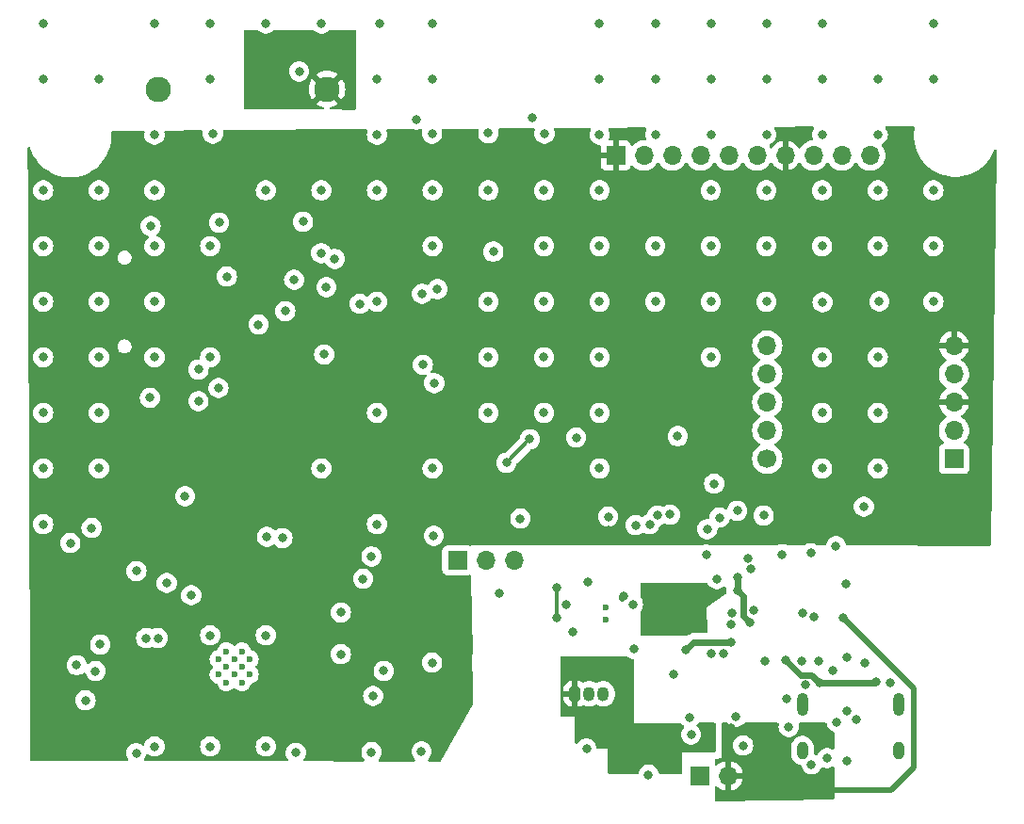
<source format=gbr>
%TF.GenerationSoftware,KiCad,Pcbnew,8.0.5*%
%TF.CreationDate,2024-10-11T13:06:57+01:00*%
%TF.ProjectId,esquema_eletronico,65737175-656d-4615-9f65-6c6574726f6e,rev?*%
%TF.SameCoordinates,Original*%
%TF.FileFunction,Copper,L3,Inr*%
%TF.FilePolarity,Positive*%
%FSLAX46Y46*%
G04 Gerber Fmt 4.6, Leading zero omitted, Abs format (unit mm)*
G04 Created by KiCad (PCBNEW 8.0.5) date 2024-10-11 13:06:57*
%MOMM*%
%LPD*%
G01*
G04 APERTURE LIST*
G04 Aperture macros list*
%AMRoundRect*
0 Rectangle with rounded corners*
0 $1 Rounding radius*
0 $2 $3 $4 $5 $6 $7 $8 $9 X,Y pos of 4 corners*
0 Add a 4 corners polygon primitive as box body*
4,1,4,$2,$3,$4,$5,$6,$7,$8,$9,$2,$3,0*
0 Add four circle primitives for the rounded corners*
1,1,$1+$1,$2,$3*
1,1,$1+$1,$4,$5*
1,1,$1+$1,$6,$7*
1,1,$1+$1,$8,$9*
0 Add four rect primitives between the rounded corners*
20,1,$1+$1,$2,$3,$4,$5,0*
20,1,$1+$1,$4,$5,$6,$7,0*
20,1,$1+$1,$6,$7,$8,$9,0*
20,1,$1+$1,$8,$9,$2,$3,0*%
G04 Aperture macros list end*
%TA.AperFunction,ComponentPad*%
%ADD10R,1.700000X1.700000*%
%TD*%
%TA.AperFunction,ComponentPad*%
%ADD11O,1.700000X1.700000*%
%TD*%
%TA.AperFunction,ComponentPad*%
%ADD12C,1.700000*%
%TD*%
%TA.AperFunction,HeatsinkPad*%
%ADD13C,0.600000*%
%TD*%
%TA.AperFunction,ComponentPad*%
%ADD14RoundRect,0.249900X-0.275100X-0.400100X0.275100X-0.400100X0.275100X0.400100X-0.275100X0.400100X0*%
%TD*%
%TA.AperFunction,ComponentPad*%
%ADD15O,1.050000X1.300000*%
%TD*%
%TA.AperFunction,ComponentPad*%
%ADD16C,0.600000*%
%TD*%
%TA.AperFunction,ComponentPad*%
%ADD17C,2.286000*%
%TD*%
%TA.AperFunction,ComponentPad*%
%ADD18O,1.000000X1.600000*%
%TD*%
%TA.AperFunction,ComponentPad*%
%ADD19O,1.000000X2.100000*%
%TD*%
%TA.AperFunction,ViaPad*%
%ADD20C,0.800000*%
%TD*%
%TA.AperFunction,Conductor*%
%ADD21C,0.300000*%
%TD*%
%TA.AperFunction,Conductor*%
%ADD22C,0.350000*%
%TD*%
%TA.AperFunction,Conductor*%
%ADD23C,0.600000*%
%TD*%
%TA.AperFunction,Conductor*%
%ADD24C,0.500000*%
%TD*%
%TA.AperFunction,Conductor*%
%ADD25C,0.400000*%
%TD*%
G04 APERTURE END LIST*
D10*
%TO.N,GNDREF*%
%TO.C,U9*%
X161850000Y-109130000D03*
D11*
%TO.N,unconnected-(U9-VIN-Pad2)*%
X161850000Y-106590000D03*
%TO.N,/VREF_3V3*%
X161850000Y-104050000D03*
%TO.N,unconnected-(U9-ON_OFF-Pad4)*%
X161850000Y-101510000D03*
%TO.N,/VREF_3V3*%
X161850000Y-98970000D03*
%TO.N,/GPS_TXD*%
X145070000Y-98960000D03*
%TO.N,/GPS_RXD*%
X145070000Y-101500000D03*
%TO.N,unconnected-(U9-NC-Pad8)*%
X145070000Y-104040000D03*
%TO.N,unconnected-(U9-MODE-Pad9)*%
X145070000Y-106580000D03*
D12*
%TO.N,unconnected-(U9-1PPS-Pad10)*%
X145070000Y-109120000D03*
%TD*%
D10*
%TO.N,/TMP_DATA*%
%TO.C,J1_TMP1*%
X117220000Y-118250000D03*
D11*
%TO.N,/VREF_TMP_3V3*%
X119760000Y-118250000D03*
%TO.N,GNDREF*%
X122300000Y-118250000D03*
%TD*%
D10*
%TO.N,/VREF_3V3*%
%TO.C,U4*%
X131457500Y-81855000D03*
D11*
%TO.N,GNDREF*%
X133997500Y-81855000D03*
%TO.N,/IIC_SCL*%
X136537500Y-81855000D03*
%TO.N,/IIC_SDA*%
X139077500Y-81855000D03*
%TO.N,unconnected-(U4-EDA-Pad5)*%
X141617500Y-81855000D03*
%TO.N,unconnected-(U4-ECL-Pad6)*%
X144157500Y-81855000D03*
%TO.N,/VREF_3V3*%
X146697500Y-81855000D03*
%TO.N,unconnected-(U4-INT-Pad8)*%
X149237500Y-81855000D03*
%TO.N,unconnected-(U4-NCS-Pad9)*%
X151777500Y-81855000D03*
%TO.N,unconnected-(U4-FSYNC-Pad10)*%
X154317500Y-81855000D03*
%TD*%
D13*
%TO.N,GNDREF*%
%TO.C,U7*%
X98560000Y-128540000D03*
X98560000Y-127140000D03*
X97860000Y-129240000D03*
X97860000Y-127840000D03*
X97860000Y-126440000D03*
X97185000Y-128540000D03*
X97185000Y-127140000D03*
X96460000Y-129240000D03*
X96460000Y-127840000D03*
X96460000Y-126440000D03*
X95760000Y-128540000D03*
X95760000Y-127140000D03*
%TD*%
D14*
%TO.N,/PRE_VCC*%
%TO.C,U2*%
X127795000Y-130260000D03*
D15*
%TO.N,GNDREF*%
X129065000Y-130260000D03*
%TO.N,Net-(Q4-G)*%
X130335000Y-130260000D03*
%TD*%
D10*
%TO.N,GNDREF*%
%TO.C,J1*%
X139000000Y-137625000D03*
D11*
%TO.N,/BATT*%
X141540000Y-137625000D03*
%TD*%
D16*
%TO.N,GNDREF*%
%TO.C,U3*%
X130570000Y-123600000D03*
X130570000Y-122500000D03*
%TD*%
D17*
%TO.N,/rtc_ds3231/BAT_CELL+*%
%TO.C,BT1*%
X105500000Y-75887500D03*
%TO.N,GNDREF*%
X90300000Y-75887500D03*
%TD*%
D18*
%TO.N,GNDREF*%
%TO.C,J2*%
X156870000Y-135350000D03*
D19*
X156870000Y-131170000D03*
D18*
X148230000Y-135350000D03*
D19*
X148230000Y-131170000D03*
%TD*%
D20*
%TO.N,GNDREF*%
X135000000Y-90000000D03*
X85000000Y-100000000D03*
X114950000Y-79900000D03*
X135000000Y-75000000D03*
X125000000Y-95000000D03*
X155000000Y-85000000D03*
X95000000Y-100000000D03*
X150000000Y-100000000D03*
X127900000Y-107225000D03*
X83800000Y-130850000D03*
X130000000Y-100000000D03*
X100000000Y-125000000D03*
X150000000Y-80000000D03*
X160000000Y-70000000D03*
X160000000Y-85000000D03*
X155145225Y-94984133D03*
X144825000Y-127325000D03*
X95000000Y-75000000D03*
X115000000Y-110000000D03*
X150000000Y-110000000D03*
X155000000Y-100000000D03*
X95000000Y-90000000D03*
X134400000Y-137525000D03*
X80000000Y-110000000D03*
X120000000Y-105000000D03*
X145000000Y-95000000D03*
X152250000Y-126950000D03*
X80000000Y-105000000D03*
X80000000Y-90000000D03*
X155000000Y-110000000D03*
X130000000Y-90000000D03*
X160000000Y-75000000D03*
X125000000Y-90000000D03*
X80000000Y-95000000D03*
X135000000Y-95000000D03*
X110000000Y-75000000D03*
X115000000Y-75000000D03*
X152200000Y-136250000D03*
X95000000Y-125000000D03*
X140000000Y-85000000D03*
X140000000Y-90000000D03*
X80000000Y-100000000D03*
X135000000Y-70000000D03*
X147000000Y-133250000D03*
X90000000Y-100000000D03*
X85000000Y-90000000D03*
X105000000Y-85000000D03*
X145000000Y-80000000D03*
X134498000Y-115003415D03*
X95800000Y-87900000D03*
X145000000Y-90000000D03*
X144750000Y-114225000D03*
X120000000Y-79850000D03*
X150042224Y-95058090D03*
X160000000Y-95000000D03*
X95250000Y-79900000D03*
X80000000Y-85000000D03*
X152175000Y-120350000D03*
X143850000Y-122725000D03*
X140300000Y-111375000D03*
X133075000Y-126200000D03*
X150000000Y-75000000D03*
X85000000Y-105000000D03*
X101500000Y-116250000D03*
X120000000Y-95000000D03*
X125000000Y-105000000D03*
X114000000Y-135450000D03*
X140000000Y-75000000D03*
X90000000Y-70000000D03*
X155000000Y-80000000D03*
X90000000Y-90000000D03*
X130775000Y-114325000D03*
X108450000Y-95200000D03*
X130000000Y-70000000D03*
X80000000Y-70000000D03*
X85000000Y-75000000D03*
X145000000Y-75000000D03*
X150000000Y-85000000D03*
X80000000Y-115000000D03*
X110000000Y-80000000D03*
X89600000Y-103650000D03*
X126975000Y-122225000D03*
X88350000Y-135600000D03*
X156100000Y-129250000D03*
X100000000Y-70000000D03*
X85000000Y-110000000D03*
X96500000Y-92750000D03*
X141826106Y-124050000D03*
X110213936Y-69999999D03*
X105000000Y-110000000D03*
X115000000Y-90000000D03*
X85000000Y-85000000D03*
X155000000Y-105000000D03*
X122875000Y-114500000D03*
X105450000Y-93700000D03*
X140000000Y-70000000D03*
X115000000Y-85000000D03*
X101750000Y-95850000D03*
X150000000Y-105000000D03*
X113550000Y-78625000D03*
X120000000Y-100000000D03*
X148500000Y-129450000D03*
X150000000Y-90000000D03*
X90000000Y-85000000D03*
X100000000Y-85000000D03*
X90000000Y-95000000D03*
X95000000Y-70000000D03*
X130000000Y-85000000D03*
X110000000Y-115000000D03*
X106200000Y-91150000D03*
X115000000Y-70000000D03*
X140000000Y-80000000D03*
X130000000Y-75000000D03*
X150000000Y-70000000D03*
X95000000Y-135000000D03*
X125050000Y-79900000D03*
X145000000Y-70000000D03*
X110000000Y-85000000D03*
X100000000Y-135000000D03*
X138075000Y-132375000D03*
X140000000Y-100000000D03*
X130000000Y-110000000D03*
X143340605Y-118059396D03*
X153800000Y-127500000D03*
X130000000Y-105000000D03*
X110000000Y-95000000D03*
X125000000Y-100000000D03*
X89650000Y-88200000D03*
X135000000Y-80000000D03*
X153750000Y-113425000D03*
X80000000Y-75000000D03*
X109500000Y-135500000D03*
X109650000Y-130450000D03*
X128825000Y-135175000D03*
X110000000Y-105000000D03*
X103350000Y-87800000D03*
X90000000Y-80000000D03*
X125000000Y-85000000D03*
X120450000Y-90500000D03*
X160000000Y-90000000D03*
X95750000Y-102750000D03*
X102700000Y-135550000D03*
X149050000Y-136600000D03*
X155000000Y-75000000D03*
X128925000Y-120175000D03*
X123925000Y-78500000D03*
X130000000Y-80000000D03*
X155000000Y-90000000D03*
X114950000Y-127450000D03*
X103000000Y-74300000D03*
X85000000Y-95000000D03*
X140000000Y-95000000D03*
X120000000Y-85000000D03*
X105000000Y-70000000D03*
X145000000Y-85000000D03*
X146775000Y-130725000D03*
X130000000Y-95000000D03*
X90000000Y-135000000D03*
%TO.N,/rtc_ds3231/BAT_CELL+*%
X100500000Y-72350000D03*
%TO.N,/VCC_RAW*%
X126150000Y-120750000D03*
X126150000Y-123450000D03*
%TO.N,/VREF_TMP_3V3*%
X121625000Y-109475000D03*
X123725000Y-107375000D03*
%TO.N,/TMP_DATA*%
X91100000Y-120300000D03*
%TO.N,/ESP32_WROOM_32D/IO14*%
X150457298Y-136033194D03*
X109500000Y-117900000D03*
%TO.N,/VREF_3V3*%
X98800000Y-84650000D03*
X81375000Y-134450000D03*
X117050000Y-131850000D03*
X130825000Y-115575000D03*
X147250000Y-84600000D03*
X95625000Y-94925000D03*
X136575000Y-112775000D03*
X95050000Y-84650000D03*
X101975000Y-88075000D03*
X137700000Y-109500000D03*
X132148000Y-121492891D03*
%TO.N,/BATT*%
X147750000Y-138950000D03*
X141850000Y-133300000D03*
X143050000Y-137650000D03*
X151900000Y-123400000D03*
%TO.N,/IIC_SCL*%
X84350000Y-115350000D03*
X114037500Y-94287500D03*
%TO.N,/batery_module/VIN*%
X139078611Y-122221389D03*
X134643030Y-122205347D03*
X137800000Y-122100000D03*
%TO.N,/IIC_SDA*%
X115433889Y-93883889D03*
X82435000Y-116700000D03*
X84700000Y-128225000D03*
X83003000Y-127675000D03*
%TO.N,/SPI_MISO*%
X104980001Y-90641751D03*
X85118000Y-125832000D03*
%TO.N,/SPI_SCK*%
X105250000Y-99750000D03*
X92750000Y-112500000D03*
%TO.N,Net-(IC2-REGN)*%
X138225000Y-133925000D03*
X136675000Y-128500000D03*
%TO.N,/PRE_VCC*%
X140013820Y-133324528D03*
X127750000Y-131750000D03*
X131250000Y-133200000D03*
X136850000Y-135400000D03*
X127225000Y-128425000D03*
%TO.N,/EN*%
X108750000Y-119925000D03*
X106750000Y-126700000D03*
%TO.N,/IO0*%
X106750000Y-122950000D03*
X88375000Y-119225000D03*
%TO.N,/SPI_CS*%
X93950000Y-103950000D03*
X93950000Y-101100000D03*
%TO.N,/USBD+*%
X152200000Y-131825000D03*
X150950000Y-128200000D03*
X140077609Y-126655652D03*
X135200000Y-114225000D03*
%TO.N,/USBD-*%
X141124106Y-126599106D03*
X136325000Y-114150000D03*
X149700000Y-127350000D03*
%TO.N,/USB5V*%
X141826106Y-125625000D03*
X143550000Y-123850000D03*
X146700000Y-127200000D03*
X154850000Y-129150000D03*
X142450000Y-121000000D03*
X137737500Y-126337500D03*
X149750000Y-129250000D03*
X142400000Y-119800000D03*
%TO.N,/wireless_charging/~{CHG_PIN}*%
X149300000Y-123329948D03*
X142375000Y-113800000D03*
%TO.N,Net-(IC2-VSET)*%
X142897113Y-134916280D03*
X142275000Y-132325000D03*
%TO.N,/WRL_EN*%
X148125000Y-127300000D03*
X148253097Y-122971888D03*
%TO.N,Net-(J2-CC1)*%
X153075000Y-132525000D03*
%TO.N,Net-(J2-CC2)*%
X151325000Y-132800000D03*
%TO.N,/sd_card/CS_LLS*%
X99350000Y-97050000D03*
X102550000Y-93037000D03*
%TO.N,/GPS_RXD*%
X115150000Y-102325000D03*
%TO.N,/GPS_TXD*%
X114125000Y-100675000D03*
%TO.N,/RTS*%
X110600000Y-128200000D03*
X127600000Y-124650000D03*
X133000000Y-122200000D03*
X121000000Y-121250000D03*
%TO.N,/DTR*%
X115100000Y-116050000D03*
X133250000Y-115100000D03*
%TO.N,Net-(U6-FOD)*%
X143606457Y-119023413D03*
X148980602Y-117611340D03*
%TO.N,Net-(R26-Pad2)*%
X151250000Y-117000000D03*
X146428611Y-117721389D03*
%TO.N,Net-(U8-~{RST})*%
X139675000Y-115450000D03*
X139575000Y-117762000D03*
%TO.N,Net-(U8-~{SUSPEND})*%
X140775000Y-114425000D03*
X140550000Y-119950000D03*
%TO.N,/CTRL_GPIO*%
X93300000Y-121400000D03*
%TO.N,/STAT*%
X100100000Y-116150000D03*
X137025000Y-107100000D03*
X141917487Y-123018824D03*
%TO.N,/UART_PROG_TX*%
X89250000Y-125250000D03*
%TO.N,/UART_PROG_RX*%
X90300000Y-125250000D03*
%TD*%
D21*
%TO.N,/VCC_RAW*%
X126150000Y-123450000D02*
X126150000Y-120750000D01*
D22*
%TO.N,/VREF_TMP_3V3*%
X121625000Y-109475000D02*
X123725000Y-107375000D01*
D23*
%TO.N,/VREF_3V3*%
X132000000Y-121640891D02*
X132148000Y-121492891D01*
D24*
%TO.N,/BATT*%
X158250000Y-136900000D02*
X156200000Y-138950000D01*
X158250000Y-129750000D02*
X158250000Y-136900000D01*
X156200000Y-138950000D02*
X147750000Y-138950000D01*
X141540000Y-137625000D02*
X143025000Y-137625000D01*
X143025000Y-137625000D02*
X143050000Y-137650000D01*
X151900000Y-123400000D02*
X158250000Y-129750000D01*
D23*
%TO.N,/USB5V*%
X142950000Y-123250000D02*
X143550000Y-123850000D01*
X149050000Y-128550000D02*
X149750000Y-129250000D01*
X142950000Y-121500000D02*
X142950000Y-123250000D01*
X137737500Y-126337500D02*
X138450000Y-125625000D01*
X142450000Y-121000000D02*
X142450000Y-119850000D01*
X138450000Y-125625000D02*
X141826106Y-125625000D01*
D25*
X154750000Y-129250000D02*
X154850000Y-129150000D01*
D23*
X146700000Y-127200000D02*
X148050000Y-128550000D01*
X142450000Y-119850000D02*
X142400000Y-119800000D01*
X148050000Y-128550000D02*
X149050000Y-128550000D01*
X149750000Y-129250000D02*
X154750000Y-129250000D01*
X142450000Y-121000000D02*
X142950000Y-121500000D01*
%TD*%
%TA.AperFunction,Conductor*%
%TO.N,/VREF_3V3*%
G36*
X158269535Y-79216605D02*
G01*
X158315623Y-79269119D01*
X158326003Y-79338214D01*
X158324450Y-79347101D01*
X158293152Y-79494356D01*
X158252541Y-79880743D01*
X158252541Y-80269257D01*
X158291686Y-80641695D01*
X158293153Y-80655649D01*
X158317203Y-80768794D01*
X158373928Y-81035669D01*
X158390173Y-81085665D01*
X158490526Y-81394522D01*
X158493986Y-81405169D01*
X158594367Y-81630628D01*
X158652009Y-81760095D01*
X158652012Y-81760101D01*
X158846264Y-82096554D01*
X158846267Y-82096559D01*
X159074624Y-82410867D01*
X159074631Y-82410876D01*
X159162476Y-82508437D01*
X159334597Y-82699597D01*
X159504311Y-82852408D01*
X159623317Y-82959562D01*
X159623326Y-82959569D01*
X159937634Y-83187926D01*
X159937639Y-83187929D01*
X160274092Y-83382181D01*
X160274099Y-83382185D01*
X160629025Y-83540208D01*
X160998525Y-83660266D01*
X161378550Y-83741042D01*
X161764937Y-83781653D01*
X162153446Y-83781653D01*
X162153451Y-83781653D01*
X162539838Y-83741042D01*
X162919863Y-83660266D01*
X163289363Y-83540208D01*
X163644289Y-83382185D01*
X163980752Y-83187927D01*
X164295068Y-82959564D01*
X164583791Y-82699597D01*
X164843758Y-82410874D01*
X165072121Y-82096558D01*
X165266379Y-81760095D01*
X165424402Y-81405169D01*
X165424406Y-81405157D01*
X165427862Y-81394522D01*
X165467299Y-81336846D01*
X165531657Y-81309647D01*
X165600504Y-81321561D01*
X165651980Y-81368805D01*
X165669782Y-81434479D01*
X165201620Y-116827508D01*
X165181051Y-116894281D01*
X165127646Y-116939334D01*
X165077498Y-116949868D01*
X152268312Y-116936169D01*
X152201294Y-116916413D01*
X152155596Y-116863560D01*
X152145124Y-116825125D01*
X152143542Y-116810074D01*
X152143542Y-116810072D01*
X152084527Y-116628444D01*
X151989040Y-116463056D01*
X151861253Y-116321134D01*
X151706752Y-116208882D01*
X151532288Y-116131206D01*
X151532286Y-116131205D01*
X151345487Y-116091500D01*
X151154513Y-116091500D01*
X150967714Y-116131205D01*
X150793246Y-116208883D01*
X150638745Y-116321135D01*
X150510959Y-116463057D01*
X150415473Y-116628443D01*
X150415470Y-116628450D01*
X150356459Y-116810067D01*
X150356457Y-116810076D01*
X150355103Y-116822958D01*
X150328516Y-116887571D01*
X150271216Y-116927553D01*
X150231650Y-116933990D01*
X149633219Y-116933350D01*
X149566201Y-116913594D01*
X149560467Y-116909668D01*
X149437358Y-116820224D01*
X149437354Y-116820222D01*
X149262890Y-116742546D01*
X149262888Y-116742545D01*
X149076089Y-116702840D01*
X148885115Y-116702840D01*
X148698316Y-116742545D01*
X148523849Y-116820221D01*
X148523848Y-116820222D01*
X148402655Y-116908274D01*
X148336849Y-116931754D01*
X148329637Y-116931956D01*
X146911966Y-116930440D01*
X146861665Y-116919720D01*
X146710899Y-116852595D01*
X146710897Y-116852594D01*
X146524098Y-116812889D01*
X146333124Y-116812889D01*
X146146324Y-116852594D01*
X146146321Y-116852595D01*
X145997871Y-116918688D01*
X145947304Y-116929408D01*
X139950418Y-116922994D01*
X139900117Y-116912274D01*
X139857291Y-116893207D01*
X139857286Y-116893205D01*
X139670487Y-116853500D01*
X139479513Y-116853500D01*
X139292715Y-116893205D01*
X139292711Y-116893206D01*
X139251677Y-116911474D01*
X139201114Y-116922192D01*
X122499603Y-116904330D01*
X122479328Y-116902639D01*
X122412570Y-116891500D01*
X122412569Y-116891500D01*
X122187431Y-116891500D01*
X122187429Y-116891500D01*
X122123214Y-116902214D01*
X122102674Y-116903905D01*
X119943219Y-116901596D01*
X119922944Y-116899905D01*
X119872570Y-116891500D01*
X119872569Y-116891500D01*
X119647431Y-116891500D01*
X119647428Y-116891500D01*
X119599388Y-116899515D01*
X119578850Y-116901206D01*
X118450908Y-116900000D01*
X118450000Y-116900000D01*
X118449999Y-116900000D01*
X118434940Y-116915255D01*
X118373834Y-116949134D01*
X118304112Y-116944598D01*
X118303419Y-116944342D01*
X118261920Y-116928864D01*
X118179203Y-116898011D01*
X118118654Y-116891500D01*
X118118638Y-116891500D01*
X116321362Y-116891500D01*
X116321345Y-116891500D01*
X116260797Y-116898011D01*
X116260795Y-116898011D01*
X116123795Y-116949111D01*
X116006739Y-117036739D01*
X115919111Y-117153795D01*
X115868011Y-117290795D01*
X115868011Y-117290797D01*
X115861500Y-117351345D01*
X115861500Y-119148654D01*
X115868011Y-119209202D01*
X115868011Y-119209204D01*
X115904192Y-119306206D01*
X115919111Y-119346204D01*
X116006739Y-119463261D01*
X116123796Y-119550889D01*
X116260799Y-119601989D01*
X116288050Y-119604918D01*
X116321345Y-119608499D01*
X116321362Y-119608500D01*
X118118638Y-119608500D01*
X118118654Y-119608499D01*
X118145692Y-119605591D01*
X118179201Y-119601989D01*
X118316204Y-119550889D01*
X118316205Y-119550887D01*
X118321326Y-119548978D01*
X118391018Y-119543992D01*
X118452341Y-119577477D01*
X118485827Y-119638800D01*
X118488649Y-119663425D01*
X118586347Y-126648863D01*
X118583649Y-126676377D01*
X118533959Y-126910153D01*
X118533959Y-126910156D01*
X118533958Y-126910162D01*
X118493347Y-127296549D01*
X118493347Y-127685063D01*
X118531341Y-128046549D01*
X118533959Y-128071455D01*
X118533959Y-128071458D01*
X118608806Y-128423593D01*
X118611504Y-128447639D01*
X118649525Y-131166073D01*
X118633135Y-131229441D01*
X115735780Y-136287536D01*
X115685377Y-136335923D01*
X115628014Y-136349902D01*
X114690044Y-136348629D01*
X114623031Y-136328853D01*
X114577348Y-136275987D01*
X114567498Y-136206815D01*
X114596609Y-136143299D01*
X114607241Y-136132478D01*
X114611246Y-136128870D01*
X114611253Y-136128866D01*
X114739040Y-135986944D01*
X114834527Y-135821556D01*
X114893542Y-135639928D01*
X114913504Y-135450000D01*
X114893542Y-135260072D01*
X114834527Y-135078444D01*
X114739040Y-134913056D01*
X114611253Y-134771134D01*
X114456752Y-134658882D01*
X114282288Y-134581206D01*
X114282286Y-134581205D01*
X114095487Y-134541500D01*
X113904513Y-134541500D01*
X113717714Y-134581205D01*
X113543246Y-134658883D01*
X113388745Y-134771135D01*
X113260959Y-134913057D01*
X113165473Y-135078443D01*
X113165470Y-135078450D01*
X113112305Y-135242076D01*
X113106458Y-135260072D01*
X113086496Y-135450000D01*
X113106458Y-135639928D01*
X113106459Y-135639931D01*
X113165470Y-135821549D01*
X113165473Y-135821556D01*
X113260960Y-135986944D01*
X113384640Y-136124305D01*
X113388747Y-136128866D01*
X113390677Y-136130604D01*
X113391468Y-136131888D01*
X113393095Y-136133695D01*
X113392764Y-136133992D01*
X113427325Y-136190091D01*
X113425994Y-136259948D01*
X113387107Y-136317996D01*
X113323009Y-136345805D01*
X113307536Y-136346753D01*
X110242171Y-136342594D01*
X110175158Y-136322818D01*
X110129475Y-136269952D01*
X110119625Y-136200780D01*
X110148736Y-136137264D01*
X110150082Y-136135741D01*
X110239040Y-136036944D01*
X110334527Y-135871556D01*
X110393542Y-135689928D01*
X110413504Y-135500000D01*
X110393542Y-135310072D01*
X110334527Y-135128444D01*
X110239040Y-134963056D01*
X110111253Y-134821134D01*
X109956752Y-134708882D01*
X109782288Y-134631206D01*
X109782286Y-134631205D01*
X109595487Y-134591500D01*
X109404513Y-134591500D01*
X109217714Y-134631205D01*
X109043246Y-134708883D01*
X108888745Y-134821135D01*
X108760959Y-134963057D01*
X108665473Y-135128443D01*
X108665470Y-135128450D01*
X108628551Y-135242076D01*
X108606458Y-135310072D01*
X108586496Y-135500000D01*
X108606458Y-135689928D01*
X108606459Y-135689931D01*
X108665470Y-135871549D01*
X108665473Y-135871556D01*
X108760960Y-136036944D01*
X108839620Y-136124305D01*
X108847994Y-136133605D01*
X108878224Y-136196596D01*
X108869599Y-136265932D01*
X108824857Y-136319597D01*
X108758205Y-136340555D01*
X108755676Y-136340577D01*
X103495435Y-136333439D01*
X103428422Y-136313663D01*
X103382739Y-136260797D01*
X103372889Y-136191625D01*
X103402000Y-136128109D01*
X103403382Y-136126545D01*
X103439040Y-136086944D01*
X103534527Y-135921556D01*
X103593542Y-135739928D01*
X103613504Y-135550000D01*
X103593542Y-135360072D01*
X103534527Y-135178444D01*
X103439040Y-135013056D01*
X103311253Y-134871134D01*
X103156752Y-134758882D01*
X102982288Y-134681206D01*
X102982286Y-134681205D01*
X102795487Y-134641500D01*
X102604513Y-134641500D01*
X102417714Y-134681205D01*
X102243246Y-134758883D01*
X102088745Y-134871135D01*
X101960959Y-135013057D01*
X101865473Y-135178443D01*
X101865470Y-135178450D01*
X101822705Y-135310068D01*
X101806458Y-135360072D01*
X101786496Y-135550000D01*
X101806458Y-135739928D01*
X101806459Y-135739931D01*
X101865470Y-135921549D01*
X101865473Y-135921556D01*
X101960960Y-136086944D01*
X101994600Y-136124305D01*
X102024830Y-136187296D01*
X102016205Y-136256632D01*
X101971463Y-136310297D01*
X101904811Y-136331255D01*
X101902282Y-136331277D01*
X89201397Y-136314044D01*
X89134384Y-136294268D01*
X89088701Y-136241402D01*
X89078851Y-136172230D01*
X89094178Y-136128044D01*
X89184527Y-135971556D01*
X89243542Y-135789928D01*
X89243543Y-135789917D01*
X89243714Y-135789116D01*
X89243944Y-135788688D01*
X89245550Y-135783748D01*
X89246453Y-135784041D01*
X89276902Y-135727632D01*
X89338063Y-135693851D01*
X89407778Y-135698499D01*
X89437886Y-135714568D01*
X89543248Y-135791118D01*
X89717712Y-135868794D01*
X89904513Y-135908500D01*
X90095487Y-135908500D01*
X90282288Y-135868794D01*
X90456752Y-135791118D01*
X90611253Y-135678866D01*
X90739040Y-135536944D01*
X90834527Y-135371556D01*
X90893542Y-135189928D01*
X90913504Y-135000000D01*
X94086496Y-135000000D01*
X94106458Y-135189928D01*
X94106459Y-135189931D01*
X94165470Y-135371549D01*
X94165473Y-135371556D01*
X94260960Y-135536944D01*
X94388747Y-135678866D01*
X94543248Y-135791118D01*
X94717712Y-135868794D01*
X94904513Y-135908500D01*
X95095487Y-135908500D01*
X95282288Y-135868794D01*
X95456752Y-135791118D01*
X95611253Y-135678866D01*
X95739040Y-135536944D01*
X95834527Y-135371556D01*
X95893542Y-135189928D01*
X95913504Y-135000000D01*
X99086496Y-135000000D01*
X99106458Y-135189928D01*
X99106459Y-135189931D01*
X99165470Y-135371549D01*
X99165473Y-135371556D01*
X99260960Y-135536944D01*
X99388747Y-135678866D01*
X99543248Y-135791118D01*
X99717712Y-135868794D01*
X99904513Y-135908500D01*
X100095487Y-135908500D01*
X100282288Y-135868794D01*
X100456752Y-135791118D01*
X100611253Y-135678866D01*
X100739040Y-135536944D01*
X100834527Y-135371556D01*
X100893542Y-135189928D01*
X100913504Y-135000000D01*
X100893542Y-134810072D01*
X100834527Y-134628444D01*
X100739040Y-134463056D01*
X100611253Y-134321134D01*
X100456752Y-134208882D01*
X100282288Y-134131206D01*
X100282286Y-134131205D01*
X100095487Y-134091500D01*
X99904513Y-134091500D01*
X99717714Y-134131205D01*
X99543246Y-134208883D01*
X99388745Y-134321135D01*
X99260959Y-134463057D01*
X99165473Y-134628443D01*
X99165470Y-134628450D01*
X99106844Y-134808883D01*
X99106458Y-134810072D01*
X99086496Y-135000000D01*
X95913504Y-135000000D01*
X95893542Y-134810072D01*
X95834527Y-134628444D01*
X95739040Y-134463056D01*
X95611253Y-134321134D01*
X95456752Y-134208882D01*
X95282288Y-134131206D01*
X95282286Y-134131205D01*
X95095487Y-134091500D01*
X94904513Y-134091500D01*
X94717714Y-134131205D01*
X94543246Y-134208883D01*
X94388745Y-134321135D01*
X94260959Y-134463057D01*
X94165473Y-134628443D01*
X94165470Y-134628450D01*
X94106844Y-134808883D01*
X94106458Y-134810072D01*
X94086496Y-135000000D01*
X90913504Y-135000000D01*
X90893542Y-134810072D01*
X90834527Y-134628444D01*
X90739040Y-134463056D01*
X90611253Y-134321134D01*
X90456752Y-134208882D01*
X90282288Y-134131206D01*
X90282286Y-134131205D01*
X90095487Y-134091500D01*
X89904513Y-134091500D01*
X89717714Y-134131205D01*
X89543246Y-134208883D01*
X89388745Y-134321135D01*
X89260959Y-134463057D01*
X89165473Y-134628443D01*
X89165470Y-134628450D01*
X89106456Y-134810076D01*
X89106281Y-134810902D01*
X89106048Y-134811332D01*
X89104450Y-134816252D01*
X89103549Y-134815959D01*
X89073083Y-134872381D01*
X89011916Y-134906152D01*
X88942202Y-134901493D01*
X88912111Y-134885430D01*
X88806752Y-134808882D01*
X88632288Y-134731206D01*
X88632286Y-134731205D01*
X88445487Y-134691500D01*
X88254513Y-134691500D01*
X88067714Y-134731205D01*
X88067712Y-134731206D01*
X87927137Y-134793794D01*
X87893246Y-134808883D01*
X87738745Y-134921135D01*
X87610959Y-135063057D01*
X87515473Y-135228443D01*
X87515470Y-135228450D01*
X87456459Y-135410068D01*
X87456458Y-135410072D01*
X87436496Y-135600000D01*
X87456458Y-135789928D01*
X87456459Y-135789931D01*
X87515470Y-135971549D01*
X87515473Y-135971556D01*
X87604486Y-136125731D01*
X87620959Y-136193631D01*
X87598106Y-136259658D01*
X87543185Y-136302849D01*
X87496931Y-136311731D01*
X78973286Y-136300167D01*
X78906273Y-136280391D01*
X78860590Y-136227525D01*
X78849455Y-136176715D01*
X78825928Y-130850000D01*
X82886496Y-130850000D01*
X82906458Y-131039928D01*
X82906459Y-131039931D01*
X82965470Y-131221549D01*
X82965473Y-131221556D01*
X83060960Y-131386944D01*
X83188747Y-131528866D01*
X83343248Y-131641118D01*
X83517712Y-131718794D01*
X83704513Y-131758500D01*
X83895487Y-131758500D01*
X84082288Y-131718794D01*
X84256752Y-131641118D01*
X84411253Y-131528866D01*
X84539040Y-131386944D01*
X84634527Y-131221556D01*
X84693542Y-131039928D01*
X84713504Y-130850000D01*
X84693542Y-130660072D01*
X84634527Y-130478444D01*
X84618105Y-130450000D01*
X108736496Y-130450000D01*
X108756458Y-130639928D01*
X108756459Y-130639931D01*
X108815470Y-130821549D01*
X108815473Y-130821556D01*
X108910960Y-130986944D01*
X109038747Y-131128866D01*
X109193248Y-131241118D01*
X109367712Y-131318794D01*
X109554513Y-131358500D01*
X109745487Y-131358500D01*
X109932288Y-131318794D01*
X110106752Y-131241118D01*
X110261253Y-131128866D01*
X110389040Y-130986944D01*
X110484527Y-130821556D01*
X110543542Y-130639928D01*
X110563504Y-130450000D01*
X110543542Y-130260072D01*
X110484527Y-130078444D01*
X110389040Y-129913056D01*
X110261253Y-129771134D01*
X110106752Y-129658882D01*
X109932288Y-129581206D01*
X109932286Y-129581205D01*
X109745487Y-129541500D01*
X109554513Y-129541500D01*
X109367714Y-129581205D01*
X109193246Y-129658883D01*
X109038745Y-129771135D01*
X108910959Y-129913057D01*
X108815473Y-130078443D01*
X108815470Y-130078450D01*
X108756459Y-130260068D01*
X108756458Y-130260072D01*
X108736496Y-130450000D01*
X84618105Y-130450000D01*
X84539040Y-130313056D01*
X84411253Y-130171134D01*
X84256752Y-130058882D01*
X84082288Y-129981206D01*
X84082286Y-129981205D01*
X83895487Y-129941500D01*
X83704513Y-129941500D01*
X83517714Y-129981205D01*
X83343246Y-130058883D01*
X83188745Y-130171135D01*
X83060959Y-130313057D01*
X82965473Y-130478443D01*
X82965470Y-130478450D01*
X82913003Y-130639928D01*
X82906458Y-130660072D01*
X82886496Y-130850000D01*
X78825928Y-130850000D01*
X78811904Y-127675000D01*
X82089496Y-127675000D01*
X82109458Y-127864928D01*
X82109459Y-127864931D01*
X82168470Y-128046549D01*
X82168473Y-128046556D01*
X82263960Y-128211944D01*
X82326324Y-128281206D01*
X82383957Y-128345215D01*
X82391747Y-128353866D01*
X82546248Y-128466118D01*
X82720712Y-128543794D01*
X82907513Y-128583500D01*
X83098487Y-128583500D01*
X83285288Y-128543794D01*
X83459752Y-128466118D01*
X83614253Y-128353866D01*
X83614256Y-128353862D01*
X83615622Y-128352870D01*
X83681428Y-128329390D01*
X83749482Y-128345215D01*
X83798177Y-128395321D01*
X83806439Y-128414870D01*
X83865470Y-128596549D01*
X83865473Y-128596556D01*
X83960960Y-128761944D01*
X83992125Y-128796556D01*
X84078978Y-128893017D01*
X84088747Y-128903866D01*
X84243248Y-129016118D01*
X84417712Y-129093794D01*
X84604513Y-129133500D01*
X84795487Y-129133500D01*
X84982288Y-129093794D01*
X85156752Y-129016118D01*
X85311253Y-128903866D01*
X85439040Y-128761944D01*
X85534527Y-128596556D01*
X85593542Y-128414928D01*
X85613504Y-128225000D01*
X85593542Y-128035072D01*
X85534527Y-127853444D01*
X85439040Y-127688056D01*
X85311253Y-127546134D01*
X85156752Y-127433882D01*
X84982288Y-127356206D01*
X84982286Y-127356205D01*
X84795487Y-127316500D01*
X84604513Y-127316500D01*
X84417714Y-127356205D01*
X84243243Y-127433884D01*
X84087376Y-127547129D01*
X84021570Y-127570609D01*
X83953516Y-127554783D01*
X83904821Y-127504678D01*
X83896560Y-127485129D01*
X83896542Y-127485074D01*
X83896542Y-127485072D01*
X83847624Y-127334518D01*
X83837529Y-127303449D01*
X83837526Y-127303443D01*
X83830631Y-127291500D01*
X83743160Y-127139996D01*
X94946384Y-127139996D01*
X94946384Y-127140003D01*
X94966781Y-127321041D01*
X94966782Y-127321046D01*
X94990885Y-127389928D01*
X95026293Y-127491118D01*
X95026958Y-127493017D01*
X95123889Y-127647281D01*
X95228927Y-127752319D01*
X95262412Y-127813642D01*
X95257428Y-127883334D01*
X95228927Y-127927681D01*
X95123889Y-128032718D01*
X95026958Y-128186982D01*
X94966782Y-128358953D01*
X94966781Y-128358958D01*
X94946384Y-128539996D01*
X94946384Y-128540003D01*
X94966781Y-128721041D01*
X94966782Y-128721046D01*
X95007949Y-128838693D01*
X95026957Y-128893015D01*
X95123889Y-129047281D01*
X95252719Y-129176111D01*
X95406985Y-129273043D01*
X95530644Y-129316313D01*
X95585526Y-129335517D01*
X95584691Y-129337901D01*
X95635480Y-129366312D01*
X95662218Y-129415266D01*
X95664483Y-129414474D01*
X95666783Y-129421047D01*
X95726957Y-129593015D01*
X95823889Y-129747281D01*
X95952719Y-129876111D01*
X96106985Y-129973043D01*
X96278930Y-130033209D01*
X96278953Y-130033217D01*
X96278958Y-130033218D01*
X96459996Y-130053616D01*
X96460000Y-130053616D01*
X96460004Y-130053616D01*
X96641041Y-130033218D01*
X96641044Y-130033217D01*
X96641047Y-130033217D01*
X96813015Y-129973043D01*
X96967281Y-129876111D01*
X97072319Y-129771073D01*
X97133642Y-129737588D01*
X97203334Y-129742572D01*
X97247681Y-129771073D01*
X97352719Y-129876111D01*
X97506985Y-129973043D01*
X97678930Y-130033209D01*
X97678953Y-130033217D01*
X97678958Y-130033218D01*
X97859996Y-130053616D01*
X97860000Y-130053616D01*
X97860004Y-130053616D01*
X98041041Y-130033218D01*
X98041044Y-130033217D01*
X98041047Y-130033217D01*
X98213015Y-129973043D01*
X98367281Y-129876111D01*
X98496111Y-129747281D01*
X98593043Y-129593015D01*
X98653217Y-129421047D01*
X98653217Y-129421046D01*
X98655517Y-129414474D01*
X98657902Y-129415308D01*
X98686303Y-129364527D01*
X98735269Y-129337789D01*
X98734474Y-129335517D01*
X98743873Y-129332228D01*
X98913015Y-129273043D01*
X99067281Y-129176111D01*
X99196111Y-129047281D01*
X99293043Y-128893015D01*
X99353217Y-128721047D01*
X99353218Y-128721041D01*
X99373616Y-128540003D01*
X99373616Y-128539996D01*
X99353218Y-128358958D01*
X99353217Y-128358953D01*
X99336113Y-128310072D01*
X99297597Y-128200000D01*
X109686496Y-128200000D01*
X109706458Y-128389928D01*
X109706459Y-128389931D01*
X109765470Y-128571549D01*
X109765473Y-128571556D01*
X109860960Y-128736944D01*
X109988747Y-128878866D01*
X110143248Y-128991118D01*
X110317712Y-129068794D01*
X110504513Y-129108500D01*
X110695487Y-129108500D01*
X110882288Y-129068794D01*
X111056752Y-128991118D01*
X111211253Y-128878866D01*
X111339040Y-128736944D01*
X111434527Y-128571556D01*
X111493542Y-128389928D01*
X111513504Y-128200000D01*
X111493542Y-128010072D01*
X111434527Y-127828444D01*
X111339040Y-127663056D01*
X111211253Y-127521134D01*
X111113346Y-127450000D01*
X114036496Y-127450000D01*
X114056458Y-127639928D01*
X114056459Y-127639931D01*
X114115470Y-127821549D01*
X114115473Y-127821556D01*
X114210960Y-127986944D01*
X114338747Y-128128866D01*
X114493248Y-128241118D01*
X114667712Y-128318794D01*
X114854513Y-128358500D01*
X115045487Y-128358500D01*
X115232288Y-128318794D01*
X115406752Y-128241118D01*
X115561253Y-128128866D01*
X115689040Y-127986944D01*
X115784527Y-127821556D01*
X115843542Y-127639928D01*
X115863504Y-127450000D01*
X115843542Y-127260072D01*
X115784527Y-127078444D01*
X115689040Y-126913056D01*
X115561253Y-126771134D01*
X115406752Y-126658882D01*
X115232288Y-126581206D01*
X115232286Y-126581205D01*
X115045487Y-126541500D01*
X114854513Y-126541500D01*
X114667714Y-126581205D01*
X114493246Y-126658883D01*
X114338745Y-126771135D01*
X114210959Y-126913057D01*
X114115473Y-127078443D01*
X114115470Y-127078450D01*
X114061317Y-127245117D01*
X114056458Y-127260072D01*
X114036496Y-127450000D01*
X111113346Y-127450000D01*
X111056752Y-127408882D01*
X110882288Y-127331206D01*
X110882286Y-127331205D01*
X110695487Y-127291500D01*
X110504513Y-127291500D01*
X110317714Y-127331205D01*
X110143246Y-127408883D01*
X109988745Y-127521135D01*
X109860959Y-127663057D01*
X109765473Y-127828443D01*
X109765470Y-127828450D01*
X109708474Y-128003866D01*
X109706458Y-128010072D01*
X109686496Y-128200000D01*
X99297597Y-128200000D01*
X99293043Y-128186985D01*
X99196111Y-128032719D01*
X99091073Y-127927681D01*
X99057588Y-127866358D01*
X99062572Y-127796666D01*
X99091073Y-127752319D01*
X99134510Y-127708882D01*
X99196111Y-127647281D01*
X99293043Y-127493015D01*
X99353217Y-127321047D01*
X99353218Y-127321041D01*
X99373616Y-127140003D01*
X99373616Y-127139996D01*
X99353218Y-126958958D01*
X99353217Y-126958953D01*
X99326949Y-126883883D01*
X99293043Y-126786985D01*
X99238387Y-126700000D01*
X105836496Y-126700000D01*
X105856458Y-126889928D01*
X105856459Y-126889931D01*
X105915470Y-127071549D01*
X105915473Y-127071556D01*
X106010960Y-127236944D01*
X106138747Y-127378866D01*
X106293248Y-127491118D01*
X106467712Y-127568794D01*
X106654513Y-127608500D01*
X106845487Y-127608500D01*
X107032288Y-127568794D01*
X107206752Y-127491118D01*
X107361253Y-127378866D01*
X107489040Y-127236944D01*
X107584527Y-127071556D01*
X107643542Y-126889928D01*
X107663504Y-126700000D01*
X107643542Y-126510072D01*
X107587596Y-126337889D01*
X107584529Y-126328450D01*
X107584528Y-126328449D01*
X107584527Y-126328444D01*
X107489040Y-126163056D01*
X107361253Y-126021134D01*
X107206752Y-125908882D01*
X107032288Y-125831206D01*
X107032286Y-125831205D01*
X106845487Y-125791500D01*
X106654513Y-125791500D01*
X106467714Y-125831205D01*
X106293246Y-125908883D01*
X106138745Y-126021135D01*
X106010959Y-126163057D01*
X105915473Y-126328443D01*
X105915470Y-126328450D01*
X105856459Y-126510068D01*
X105856458Y-126510072D01*
X105836496Y-126700000D01*
X99238387Y-126700000D01*
X99196111Y-126632719D01*
X99067281Y-126503889D01*
X98927595Y-126416118D01*
X98913017Y-126406958D01*
X98913016Y-126406957D01*
X98913015Y-126406957D01*
X98741047Y-126346783D01*
X98734474Y-126344483D01*
X98735306Y-126342102D01*
X98684500Y-126313668D01*
X98657786Y-126264731D01*
X98655517Y-126265526D01*
X98633830Y-126203549D01*
X98593043Y-126086985D01*
X98496111Y-125932719D01*
X98367281Y-125803889D01*
X98213015Y-125706957D01*
X98158693Y-125687949D01*
X98041046Y-125646782D01*
X98041041Y-125646781D01*
X97860004Y-125626384D01*
X97859996Y-125626384D01*
X97678958Y-125646781D01*
X97678953Y-125646782D01*
X97506982Y-125706958D01*
X97352718Y-125803889D01*
X97247681Y-125908927D01*
X97186358Y-125942412D01*
X97116666Y-125937428D01*
X97072319Y-125908927D01*
X96967281Y-125803889D01*
X96813017Y-125706958D01*
X96813016Y-125706957D01*
X96813015Y-125706957D01*
X96758693Y-125687949D01*
X96641046Y-125646782D01*
X96641041Y-125646781D01*
X96460004Y-125626384D01*
X96459996Y-125626384D01*
X96278958Y-125646781D01*
X96278953Y-125646782D01*
X96106982Y-125706958D01*
X95952718Y-125803889D01*
X95823889Y-125932718D01*
X95726958Y-126086982D01*
X95664483Y-126265526D01*
X95662104Y-126264693D01*
X95633660Y-126315507D01*
X95584734Y-126342222D01*
X95585526Y-126344483D01*
X95406982Y-126406958D01*
X95252718Y-126503889D01*
X95123889Y-126632718D01*
X95026958Y-126786982D01*
X94966782Y-126958953D01*
X94966781Y-126958958D01*
X94946384Y-127139996D01*
X83743160Y-127139996D01*
X83742040Y-127138056D01*
X83614253Y-126996134D01*
X83459752Y-126883882D01*
X83285288Y-126806206D01*
X83285286Y-126806205D01*
X83098487Y-126766500D01*
X82907513Y-126766500D01*
X82720714Y-126806205D01*
X82546246Y-126883883D01*
X82391745Y-126996135D01*
X82263959Y-127138057D01*
X82168473Y-127303443D01*
X82168470Y-127303450D01*
X82110165Y-127482895D01*
X82109458Y-127485072D01*
X82089496Y-127675000D01*
X78811904Y-127675000D01*
X78803764Y-125832000D01*
X84204496Y-125832000D01*
X84224458Y-126021928D01*
X84224459Y-126021931D01*
X84283470Y-126203549D01*
X84283473Y-126203556D01*
X84378960Y-126368944D01*
X84444290Y-126441500D01*
X84504960Y-126508882D01*
X84506747Y-126510866D01*
X84661248Y-126623118D01*
X84835712Y-126700794D01*
X85022513Y-126740500D01*
X85213487Y-126740500D01*
X85400288Y-126700794D01*
X85574752Y-126623118D01*
X85729253Y-126510866D01*
X85857040Y-126368944D01*
X85952527Y-126203556D01*
X86011542Y-126021928D01*
X86031504Y-125832000D01*
X86011542Y-125642072D01*
X85952527Y-125460444D01*
X85857040Y-125295056D01*
X85816471Y-125250000D01*
X88336496Y-125250000D01*
X88356458Y-125439928D01*
X88356459Y-125439931D01*
X88415470Y-125621549D01*
X88415473Y-125621556D01*
X88510960Y-125786944D01*
X88638747Y-125928866D01*
X88793248Y-126041118D01*
X88967712Y-126118794D01*
X89154513Y-126158500D01*
X89345487Y-126158500D01*
X89532288Y-126118794D01*
X89706752Y-126041118D01*
X89706756Y-126041114D01*
X89712383Y-126037867D01*
X89713801Y-126040324D01*
X89767886Y-126021009D01*
X89835944Y-126036815D01*
X89837607Y-126037883D01*
X89837617Y-126037867D01*
X89843243Y-126041115D01*
X89843245Y-126041116D01*
X89843248Y-126041118D01*
X90017712Y-126118794D01*
X90204513Y-126158500D01*
X90395487Y-126158500D01*
X90582288Y-126118794D01*
X90756752Y-126041118D01*
X90911253Y-125928866D01*
X91039040Y-125786944D01*
X91134527Y-125621556D01*
X91193542Y-125439928D01*
X91213504Y-125250000D01*
X91193542Y-125060072D01*
X91174023Y-125000000D01*
X94086496Y-125000000D01*
X94106458Y-125189928D01*
X94106459Y-125189931D01*
X94165470Y-125371549D01*
X94165473Y-125371556D01*
X94260960Y-125536944D01*
X94388747Y-125678866D01*
X94543248Y-125791118D01*
X94717712Y-125868794D01*
X94904513Y-125908500D01*
X95095487Y-125908500D01*
X95282288Y-125868794D01*
X95456752Y-125791118D01*
X95611253Y-125678866D01*
X95739040Y-125536944D01*
X95834527Y-125371556D01*
X95893542Y-125189928D01*
X95913504Y-125000000D01*
X99086496Y-125000000D01*
X99106458Y-125189928D01*
X99106459Y-125189931D01*
X99165470Y-125371549D01*
X99165473Y-125371556D01*
X99260960Y-125536944D01*
X99388747Y-125678866D01*
X99543248Y-125791118D01*
X99717712Y-125868794D01*
X99904513Y-125908500D01*
X100095487Y-125908500D01*
X100282288Y-125868794D01*
X100456752Y-125791118D01*
X100611253Y-125678866D01*
X100739040Y-125536944D01*
X100834527Y-125371556D01*
X100893542Y-125189928D01*
X100913504Y-125000000D01*
X100893542Y-124810072D01*
X100834527Y-124628444D01*
X100739040Y-124463056D01*
X100611253Y-124321134D01*
X100456752Y-124208882D01*
X100282288Y-124131206D01*
X100282286Y-124131205D01*
X100095487Y-124091500D01*
X99904513Y-124091500D01*
X99717714Y-124131205D01*
X99543246Y-124208883D01*
X99388745Y-124321135D01*
X99260959Y-124463057D01*
X99165473Y-124628443D01*
X99165470Y-124628450D01*
X99106459Y-124810068D01*
X99106458Y-124810072D01*
X99086496Y-125000000D01*
X95913504Y-125000000D01*
X95893542Y-124810072D01*
X95834527Y-124628444D01*
X95739040Y-124463056D01*
X95611253Y-124321134D01*
X95456752Y-124208882D01*
X95282288Y-124131206D01*
X95282286Y-124131205D01*
X95095487Y-124091500D01*
X94904513Y-124091500D01*
X94717714Y-124131205D01*
X94543246Y-124208883D01*
X94388745Y-124321135D01*
X94260959Y-124463057D01*
X94165473Y-124628443D01*
X94165470Y-124628450D01*
X94106459Y-124810068D01*
X94106458Y-124810072D01*
X94086496Y-125000000D01*
X91174023Y-125000000D01*
X91134527Y-124878444D01*
X91039040Y-124713056D01*
X90911253Y-124571134D01*
X90756752Y-124458882D01*
X90582288Y-124381206D01*
X90582286Y-124381205D01*
X90395487Y-124341500D01*
X90204513Y-124341500D01*
X90017714Y-124381205D01*
X89843247Y-124458881D01*
X89837622Y-124462130D01*
X89836212Y-124459688D01*
X89782019Y-124478995D01*
X89713973Y-124463137D01*
X89712385Y-124462116D01*
X89712378Y-124462130D01*
X89706752Y-124458881D01*
X89559265Y-124393217D01*
X89532288Y-124381206D01*
X89532286Y-124381205D01*
X89345487Y-124341500D01*
X89154513Y-124341500D01*
X88967714Y-124381205D01*
X88793246Y-124458883D01*
X88638745Y-124571135D01*
X88510959Y-124713057D01*
X88415473Y-124878443D01*
X88415470Y-124878450D01*
X88362693Y-125040882D01*
X88356458Y-125060072D01*
X88336496Y-125250000D01*
X85816471Y-125250000D01*
X85729253Y-125153134D01*
X85574752Y-125040882D01*
X85400288Y-124963206D01*
X85400286Y-124963205D01*
X85213487Y-124923500D01*
X85022513Y-124923500D01*
X84835714Y-124963205D01*
X84661246Y-125040883D01*
X84506745Y-125153135D01*
X84378959Y-125295057D01*
X84283473Y-125460443D01*
X84283470Y-125460450D01*
X84251612Y-125558500D01*
X84224458Y-125642072D01*
X84204496Y-125832000D01*
X78803764Y-125832000D01*
X78791034Y-122950000D01*
X105836496Y-122950000D01*
X105856458Y-123139928D01*
X105856459Y-123139931D01*
X105915470Y-123321549D01*
X105915473Y-123321556D01*
X106010960Y-123486944D01*
X106138747Y-123628866D01*
X106293248Y-123741118D01*
X106467712Y-123818794D01*
X106654513Y-123858500D01*
X106845487Y-123858500D01*
X107032288Y-123818794D01*
X107206752Y-123741118D01*
X107361253Y-123628866D01*
X107489040Y-123486944D01*
X107584527Y-123321556D01*
X107643542Y-123139928D01*
X107663504Y-122950000D01*
X107643542Y-122760072D01*
X107584527Y-122578444D01*
X107489040Y-122413056D01*
X107361253Y-122271134D01*
X107206752Y-122158882D01*
X107032288Y-122081206D01*
X107032286Y-122081205D01*
X106845487Y-122041500D01*
X106654513Y-122041500D01*
X106467714Y-122081205D01*
X106293246Y-122158883D01*
X106138745Y-122271135D01*
X106010959Y-122413057D01*
X105915473Y-122578443D01*
X105915470Y-122578450D01*
X105862235Y-122742291D01*
X105856458Y-122760072D01*
X105836496Y-122950000D01*
X78791034Y-122950000D01*
X78784188Y-121400000D01*
X92386496Y-121400000D01*
X92406458Y-121589928D01*
X92406459Y-121589931D01*
X92465470Y-121771549D01*
X92465473Y-121771556D01*
X92560960Y-121936944D01*
X92649315Y-122035072D01*
X92674810Y-122063388D01*
X92688747Y-122078866D01*
X92843248Y-122191118D01*
X93017712Y-122268794D01*
X93204513Y-122308500D01*
X93395487Y-122308500D01*
X93582288Y-122268794D01*
X93756752Y-122191118D01*
X93911253Y-122078866D01*
X94039040Y-121936944D01*
X94134527Y-121771556D01*
X94193542Y-121589928D01*
X94213504Y-121400000D01*
X94193542Y-121210072D01*
X94134527Y-121028444D01*
X94039040Y-120863056D01*
X93911253Y-120721134D01*
X93756752Y-120608882D01*
X93582288Y-120531206D01*
X93582286Y-120531205D01*
X93395487Y-120491500D01*
X93204513Y-120491500D01*
X93017714Y-120531205D01*
X92843246Y-120608883D01*
X92688745Y-120721135D01*
X92560959Y-120863057D01*
X92465473Y-121028443D01*
X92465470Y-121028450D01*
X92406459Y-121210068D01*
X92406458Y-121210072D01*
X92386496Y-121400000D01*
X78784188Y-121400000D01*
X78779329Y-120300000D01*
X90186496Y-120300000D01*
X90206458Y-120489928D01*
X90206459Y-120489931D01*
X90265470Y-120671549D01*
X90265473Y-120671556D01*
X90360960Y-120836944D01*
X90488747Y-120978866D01*
X90643248Y-121091118D01*
X90817712Y-121168794D01*
X91004513Y-121208500D01*
X91195487Y-121208500D01*
X91382288Y-121168794D01*
X91556752Y-121091118D01*
X91711253Y-120978866D01*
X91839040Y-120836944D01*
X91934527Y-120671556D01*
X91993542Y-120489928D01*
X92013504Y-120300000D01*
X91993542Y-120110072D01*
X91934527Y-119928444D01*
X91932539Y-119925000D01*
X107836496Y-119925000D01*
X107856458Y-120114928D01*
X107856459Y-120114931D01*
X107915470Y-120296549D01*
X107915473Y-120296556D01*
X108010960Y-120461944D01*
X108138747Y-120603866D01*
X108293248Y-120716118D01*
X108467712Y-120793794D01*
X108654513Y-120833500D01*
X108845487Y-120833500D01*
X109032288Y-120793794D01*
X109206752Y-120716118D01*
X109361253Y-120603866D01*
X109489040Y-120461944D01*
X109584527Y-120296556D01*
X109643542Y-120114928D01*
X109663504Y-119925000D01*
X109643542Y-119735072D01*
X109584527Y-119553444D01*
X109489040Y-119388056D01*
X109361253Y-119246134D01*
X109206752Y-119133882D01*
X109032288Y-119056206D01*
X109032286Y-119056205D01*
X108845487Y-119016500D01*
X108654513Y-119016500D01*
X108467714Y-119056205D01*
X108293246Y-119133883D01*
X108138745Y-119246135D01*
X108010959Y-119388057D01*
X107915473Y-119553443D01*
X107915470Y-119553450D01*
X107867113Y-119702279D01*
X107856458Y-119735072D01*
X107836496Y-119925000D01*
X91932539Y-119925000D01*
X91839040Y-119763056D01*
X91711253Y-119621134D01*
X91556752Y-119508882D01*
X91382288Y-119431206D01*
X91382286Y-119431205D01*
X91195487Y-119391500D01*
X91004513Y-119391500D01*
X90817714Y-119431205D01*
X90817712Y-119431206D01*
X90666922Y-119498342D01*
X90643246Y-119508883D01*
X90488745Y-119621135D01*
X90360959Y-119763057D01*
X90265473Y-119928443D01*
X90265470Y-119928450D01*
X90206459Y-120110068D01*
X90206458Y-120110072D01*
X90186496Y-120300000D01*
X78779329Y-120300000D01*
X78774581Y-119225000D01*
X87461496Y-119225000D01*
X87481458Y-119414928D01*
X87481459Y-119414931D01*
X87540470Y-119596549D01*
X87540473Y-119596556D01*
X87635960Y-119761944D01*
X87738290Y-119875594D01*
X87745453Y-119883549D01*
X87763747Y-119903866D01*
X87918248Y-120016118D01*
X88092712Y-120093794D01*
X88279513Y-120133500D01*
X88470487Y-120133500D01*
X88657288Y-120093794D01*
X88831752Y-120016118D01*
X88986253Y-119903866D01*
X89114040Y-119761944D01*
X89209527Y-119596556D01*
X89268542Y-119414928D01*
X89288504Y-119225000D01*
X89268542Y-119035072D01*
X89209527Y-118853444D01*
X89114040Y-118688056D01*
X88986253Y-118546134D01*
X88831752Y-118433882D01*
X88657288Y-118356206D01*
X88657286Y-118356205D01*
X88470487Y-118316500D01*
X88279513Y-118316500D01*
X88092714Y-118356205D01*
X87918246Y-118433883D01*
X87763745Y-118546135D01*
X87635959Y-118688057D01*
X87540473Y-118853443D01*
X87540470Y-118853450D01*
X87487492Y-119016500D01*
X87481458Y-119035072D01*
X87461496Y-119225000D01*
X78774581Y-119225000D01*
X78768728Y-117900000D01*
X108586496Y-117900000D01*
X108606458Y-118089928D01*
X108606459Y-118089931D01*
X108665470Y-118271549D01*
X108665473Y-118271556D01*
X108760960Y-118436944D01*
X108888747Y-118578866D01*
X109043248Y-118691118D01*
X109217712Y-118768794D01*
X109404513Y-118808500D01*
X109595487Y-118808500D01*
X109782288Y-118768794D01*
X109956752Y-118691118D01*
X110111253Y-118578866D01*
X110239040Y-118436944D01*
X110334527Y-118271556D01*
X110393542Y-118089928D01*
X110413504Y-117900000D01*
X110393542Y-117710072D01*
X110334527Y-117528444D01*
X110239040Y-117363056D01*
X110111253Y-117221134D01*
X109956752Y-117108882D01*
X109782288Y-117031206D01*
X109782286Y-117031205D01*
X109595487Y-116991500D01*
X109404513Y-116991500D01*
X109217714Y-117031205D01*
X109195449Y-117041118D01*
X109043408Y-117108811D01*
X109043246Y-117108883D01*
X108888745Y-117221135D01*
X108760959Y-117363057D01*
X108665473Y-117528443D01*
X108665470Y-117528450D01*
X108606459Y-117710068D01*
X108606458Y-117710072D01*
X108586496Y-117900000D01*
X78768728Y-117900000D01*
X78763428Y-116700000D01*
X81521496Y-116700000D01*
X81541458Y-116889928D01*
X81541459Y-116889931D01*
X81600470Y-117071549D01*
X81600473Y-117071556D01*
X81695960Y-117236944D01*
X81797606Y-117349833D01*
X81809512Y-117363057D01*
X81823747Y-117378866D01*
X81978248Y-117491118D01*
X82152712Y-117568794D01*
X82339513Y-117608500D01*
X82530487Y-117608500D01*
X82717288Y-117568794D01*
X82891752Y-117491118D01*
X83046253Y-117378866D01*
X83174040Y-117236944D01*
X83269527Y-117071556D01*
X83328542Y-116889928D01*
X83348504Y-116700000D01*
X83328542Y-116510072D01*
X83269527Y-116328444D01*
X83174040Y-116163056D01*
X83046253Y-116021134D01*
X82891752Y-115908882D01*
X82717288Y-115831206D01*
X82717286Y-115831205D01*
X82530487Y-115791500D01*
X82339513Y-115791500D01*
X82152714Y-115831205D01*
X81978246Y-115908883D01*
X81823745Y-116021135D01*
X81695959Y-116163057D01*
X81600473Y-116328443D01*
X81600470Y-116328450D01*
X81556734Y-116463057D01*
X81541458Y-116510072D01*
X81521496Y-116700000D01*
X78763428Y-116700000D01*
X78755919Y-115000000D01*
X79086496Y-115000000D01*
X79106458Y-115189928D01*
X79106459Y-115189931D01*
X79165470Y-115371549D01*
X79165473Y-115371556D01*
X79260960Y-115536944D01*
X79388747Y-115678866D01*
X79543248Y-115791118D01*
X79717712Y-115868794D01*
X79904513Y-115908500D01*
X80095487Y-115908500D01*
X80282288Y-115868794D01*
X80456752Y-115791118D01*
X80611253Y-115678866D01*
X80739040Y-115536944D01*
X80834527Y-115371556D01*
X80841531Y-115350000D01*
X83436496Y-115350000D01*
X83456458Y-115539928D01*
X83456459Y-115539931D01*
X83515470Y-115721549D01*
X83515473Y-115721556D01*
X83610960Y-115886944D01*
X83738747Y-116028866D01*
X83893248Y-116141118D01*
X84067712Y-116218794D01*
X84254513Y-116258500D01*
X84445487Y-116258500D01*
X84632288Y-116218794D01*
X84786803Y-116150000D01*
X99186496Y-116150000D01*
X99206458Y-116339928D01*
X99206459Y-116339931D01*
X99265470Y-116521549D01*
X99265473Y-116521556D01*
X99360960Y-116686944D01*
X99450999Y-116786942D01*
X99485378Y-116825125D01*
X99488747Y-116828866D01*
X99643248Y-116941118D01*
X99817712Y-117018794D01*
X100004513Y-117058500D01*
X100195487Y-117058500D01*
X100382288Y-117018794D01*
X100556752Y-116941118D01*
X100673794Y-116856081D01*
X100739599Y-116832601D01*
X100807653Y-116848426D01*
X100838827Y-116873425D01*
X100888747Y-116928866D01*
X101043248Y-117041118D01*
X101217712Y-117118794D01*
X101404513Y-117158500D01*
X101595487Y-117158500D01*
X101782288Y-117118794D01*
X101956752Y-117041118D01*
X102111253Y-116928866D01*
X102239040Y-116786944D01*
X102334527Y-116621556D01*
X102393542Y-116439928D01*
X102413504Y-116250000D01*
X102393542Y-116060072D01*
X102390269Y-116050000D01*
X114186496Y-116050000D01*
X114206458Y-116239928D01*
X114206459Y-116239931D01*
X114265470Y-116421549D01*
X114265473Y-116421556D01*
X114360960Y-116586944D01*
X114488747Y-116728866D01*
X114643248Y-116841118D01*
X114817712Y-116918794D01*
X115004513Y-116958500D01*
X115195487Y-116958500D01*
X115382288Y-116918794D01*
X115556752Y-116841118D01*
X115711253Y-116728866D01*
X115839040Y-116586944D01*
X115934527Y-116421556D01*
X115993542Y-116239928D01*
X116013504Y-116050000D01*
X115993542Y-115860072D01*
X115934664Y-115678866D01*
X115934529Y-115678450D01*
X115934528Y-115678449D01*
X115934527Y-115678444D01*
X115839040Y-115513056D01*
X115711253Y-115371134D01*
X115556752Y-115258882D01*
X115382288Y-115181206D01*
X115382286Y-115181205D01*
X115195487Y-115141500D01*
X115004513Y-115141500D01*
X114817714Y-115181205D01*
X114643246Y-115258883D01*
X114488745Y-115371135D01*
X114360959Y-115513057D01*
X114265473Y-115678443D01*
X114265470Y-115678450D01*
X114215837Y-115831206D01*
X114206458Y-115860072D01*
X114186496Y-116050000D01*
X102390269Y-116050000D01*
X102334527Y-115878444D01*
X102239040Y-115713056D01*
X102111253Y-115571134D01*
X101956752Y-115458882D01*
X101782288Y-115381206D01*
X101782286Y-115381205D01*
X101595487Y-115341500D01*
X101404513Y-115341500D01*
X101217714Y-115381205D01*
X101043243Y-115458884D01*
X100926205Y-115543918D01*
X100860399Y-115567398D01*
X100792345Y-115551572D01*
X100761170Y-115526572D01*
X100711254Y-115471135D01*
X100694390Y-115458882D01*
X100556752Y-115358882D01*
X100382288Y-115281206D01*
X100382286Y-115281205D01*
X100195487Y-115241500D01*
X100004513Y-115241500D01*
X99817714Y-115281205D01*
X99795449Y-115291118D01*
X99663198Y-115350000D01*
X99643246Y-115358883D01*
X99488745Y-115471135D01*
X99360959Y-115613057D01*
X99265473Y-115778443D01*
X99265470Y-115778450D01*
X99223090Y-115908883D01*
X99206458Y-115960072D01*
X99186496Y-116150000D01*
X84786803Y-116150000D01*
X84806752Y-116141118D01*
X84961253Y-116028866D01*
X85089040Y-115886944D01*
X85184527Y-115721556D01*
X85243542Y-115539928D01*
X85263504Y-115350000D01*
X85243542Y-115160072D01*
X85191531Y-115000000D01*
X109086496Y-115000000D01*
X109106458Y-115189928D01*
X109106459Y-115189931D01*
X109165470Y-115371549D01*
X109165473Y-115371556D01*
X109260960Y-115536944D01*
X109388747Y-115678866D01*
X109543248Y-115791118D01*
X109717712Y-115868794D01*
X109904513Y-115908500D01*
X110095487Y-115908500D01*
X110282288Y-115868794D01*
X110456752Y-115791118D01*
X110611253Y-115678866D01*
X110739040Y-115536944D01*
X110834527Y-115371556D01*
X110893542Y-115189928D01*
X110913504Y-115000000D01*
X110893542Y-114810072D01*
X110834527Y-114628444D01*
X110760370Y-114500000D01*
X121961496Y-114500000D01*
X121981458Y-114689928D01*
X121981459Y-114689931D01*
X122040470Y-114871549D01*
X122040473Y-114871556D01*
X122135960Y-115036944D01*
X122263747Y-115178866D01*
X122418248Y-115291118D01*
X122592712Y-115368794D01*
X122779513Y-115408500D01*
X122970487Y-115408500D01*
X123157288Y-115368794D01*
X123331752Y-115291118D01*
X123486253Y-115178866D01*
X123614040Y-115036944D01*
X123709527Y-114871556D01*
X123768542Y-114689928D01*
X123788504Y-114500000D01*
X123770111Y-114325000D01*
X129861496Y-114325000D01*
X129881458Y-114514928D01*
X129881459Y-114514931D01*
X129940470Y-114696549D01*
X129940473Y-114696556D01*
X130035960Y-114861944D01*
X130163747Y-115003866D01*
X130318248Y-115116118D01*
X130492712Y-115193794D01*
X130679513Y-115233500D01*
X130870487Y-115233500D01*
X131057288Y-115193794D01*
X131231752Y-115116118D01*
X131253936Y-115100000D01*
X132336496Y-115100000D01*
X132356458Y-115289928D01*
X132356459Y-115289931D01*
X132415470Y-115471549D01*
X132415473Y-115471556D01*
X132510960Y-115636944D01*
X132638747Y-115778866D01*
X132793248Y-115891118D01*
X132967712Y-115968794D01*
X133154513Y-116008500D01*
X133345487Y-116008500D01*
X133532288Y-115968794D01*
X133706752Y-115891118D01*
X133861253Y-115778866D01*
X133861254Y-115778864D01*
X133866510Y-115775046D01*
X133868095Y-115777228D01*
X133920280Y-115752137D01*
X133989621Y-115760709D01*
X134013238Y-115774182D01*
X134041248Y-115794533D01*
X134215712Y-115872209D01*
X134402513Y-115911915D01*
X134593487Y-115911915D01*
X134780288Y-115872209D01*
X134954752Y-115794533D01*
X135109253Y-115682281D01*
X135237040Y-115540359D01*
X135289209Y-115450000D01*
X138761496Y-115450000D01*
X138781458Y-115639928D01*
X138781459Y-115639931D01*
X138840470Y-115821549D01*
X138840473Y-115821556D01*
X138935960Y-115986944D01*
X139063747Y-116128866D01*
X139218248Y-116241118D01*
X139392712Y-116318794D01*
X139579513Y-116358500D01*
X139770487Y-116358500D01*
X139957288Y-116318794D01*
X140131752Y-116241118D01*
X140286253Y-116128866D01*
X140414040Y-115986944D01*
X140509527Y-115821556D01*
X140568542Y-115639928D01*
X140588504Y-115450000D01*
X140588503Y-115449999D01*
X140589078Y-115444538D01*
X140615663Y-115379924D01*
X140672960Y-115339939D01*
X140712399Y-115333500D01*
X140870487Y-115333500D01*
X141057288Y-115293794D01*
X141231752Y-115216118D01*
X141386253Y-115103866D01*
X141514040Y-114961944D01*
X141609527Y-114796556D01*
X141668542Y-114614928D01*
X141668542Y-114614926D01*
X141669750Y-114611209D01*
X141709187Y-114553534D01*
X141773546Y-114526335D01*
X141842392Y-114538250D01*
X141860561Y-114549205D01*
X141918248Y-114591118D01*
X142092712Y-114668794D01*
X142279513Y-114708500D01*
X142470487Y-114708500D01*
X142657288Y-114668794D01*
X142831752Y-114591118D01*
X142986253Y-114478866D01*
X143114040Y-114336944D01*
X143178671Y-114225000D01*
X143836496Y-114225000D01*
X143856458Y-114414928D01*
X143856459Y-114414931D01*
X143915470Y-114596549D01*
X143915473Y-114596556D01*
X144010960Y-114761944D01*
X144138747Y-114903866D01*
X144293248Y-115016118D01*
X144467712Y-115093794D01*
X144654513Y-115133500D01*
X144845487Y-115133500D01*
X145032288Y-115093794D01*
X145206752Y-115016118D01*
X145361253Y-114903866D01*
X145489040Y-114761944D01*
X145584527Y-114596556D01*
X145643542Y-114414928D01*
X145663504Y-114225000D01*
X145643542Y-114035072D01*
X145584527Y-113853444D01*
X145489040Y-113688056D01*
X145361253Y-113546134D01*
X145206752Y-113433882D01*
X145186803Y-113425000D01*
X152836496Y-113425000D01*
X152856458Y-113614928D01*
X152856459Y-113614931D01*
X152915470Y-113796549D01*
X152915473Y-113796556D01*
X153010960Y-113961944D01*
X153138747Y-114103866D01*
X153293248Y-114216118D01*
X153467712Y-114293794D01*
X153654513Y-114333500D01*
X153845487Y-114333500D01*
X154032288Y-114293794D01*
X154206752Y-114216118D01*
X154361253Y-114103866D01*
X154489040Y-113961944D01*
X154584527Y-113796556D01*
X154643542Y-113614928D01*
X154663504Y-113425000D01*
X154643542Y-113235072D01*
X154584527Y-113053444D01*
X154489040Y-112888056D01*
X154361253Y-112746134D01*
X154206752Y-112633882D01*
X154032288Y-112556206D01*
X154032286Y-112556205D01*
X153845487Y-112516500D01*
X153654513Y-112516500D01*
X153467714Y-112556205D01*
X153293246Y-112633883D01*
X153138745Y-112746135D01*
X153010959Y-112888057D01*
X152915473Y-113053443D01*
X152915470Y-113053450D01*
X152856459Y-113235068D01*
X152856458Y-113235072D01*
X152836496Y-113425000D01*
X145186803Y-113425000D01*
X145032288Y-113356206D01*
X145032286Y-113356205D01*
X144845487Y-113316500D01*
X144654513Y-113316500D01*
X144467714Y-113356205D01*
X144461699Y-113358883D01*
X144313198Y-113425000D01*
X144293246Y-113433883D01*
X144138745Y-113546135D01*
X144010959Y-113688057D01*
X143915473Y-113853443D01*
X143915470Y-113853450D01*
X143879857Y-113963057D01*
X143856458Y-114035072D01*
X143836496Y-114225000D01*
X143178671Y-114225000D01*
X143209527Y-114171556D01*
X143268542Y-113989928D01*
X143288504Y-113800000D01*
X143268542Y-113610072D01*
X143209527Y-113428444D01*
X143114040Y-113263056D01*
X142986253Y-113121134D01*
X142831752Y-113008882D01*
X142657288Y-112931206D01*
X142657286Y-112931205D01*
X142470487Y-112891500D01*
X142279513Y-112891500D01*
X142092714Y-112931205D01*
X141918246Y-113008883D01*
X141763745Y-113121135D01*
X141635959Y-113263057D01*
X141540473Y-113428443D01*
X141540471Y-113428447D01*
X141480249Y-113613791D01*
X141440811Y-113671466D01*
X141376452Y-113698664D01*
X141307606Y-113686749D01*
X141289432Y-113675789D01*
X141231757Y-113633885D01*
X141231756Y-113633884D01*
X141231752Y-113633882D01*
X141057288Y-113556206D01*
X141057286Y-113556205D01*
X140870487Y-113516500D01*
X140679513Y-113516500D01*
X140492714Y-113556205D01*
X140492712Y-113556206D01*
X140324259Y-113631206D01*
X140318246Y-113633883D01*
X140163745Y-113746135D01*
X140035959Y-113888057D01*
X139940473Y-114053443D01*
X139940470Y-114053450D01*
X139882714Y-114231205D01*
X139881458Y-114235072D01*
X139870437Y-114339931D01*
X139860922Y-114430462D01*
X139834337Y-114495076D01*
X139777040Y-114535061D01*
X139737601Y-114541500D01*
X139579513Y-114541500D01*
X139392714Y-114581205D01*
X139218246Y-114658883D01*
X139063745Y-114771135D01*
X138935959Y-114913057D01*
X138840473Y-115078443D01*
X138840470Y-115078450D01*
X138781844Y-115258883D01*
X138781458Y-115260072D01*
X138761496Y-115450000D01*
X135289209Y-115450000D01*
X135332527Y-115374971D01*
X135391542Y-115193343D01*
X135391542Y-115193341D01*
X135391543Y-115193339D01*
X135392667Y-115188052D01*
X135425859Y-115126570D01*
X135476941Y-115098359D01*
X135476110Y-115095801D01*
X135482282Y-115093795D01*
X135482288Y-115093794D01*
X135656752Y-115016118D01*
X135743199Y-114953309D01*
X135809006Y-114929830D01*
X135866520Y-114940348D01*
X135868245Y-114941116D01*
X135868248Y-114941118D01*
X136042712Y-115018794D01*
X136229513Y-115058500D01*
X136420487Y-115058500D01*
X136607288Y-115018794D01*
X136781752Y-114941118D01*
X136936253Y-114828866D01*
X137064040Y-114686944D01*
X137159527Y-114521556D01*
X137218542Y-114339928D01*
X137238504Y-114150000D01*
X137218542Y-113960072D01*
X137159527Y-113778444D01*
X137064040Y-113613056D01*
X136936253Y-113471134D01*
X136781752Y-113358882D01*
X136607288Y-113281206D01*
X136607286Y-113281205D01*
X136420487Y-113241500D01*
X136229513Y-113241500D01*
X136042714Y-113281205D01*
X135868243Y-113358884D01*
X135781801Y-113421689D01*
X135715995Y-113445169D01*
X135658481Y-113434651D01*
X135510561Y-113368794D01*
X135482288Y-113356206D01*
X135482286Y-113356205D01*
X135295487Y-113316500D01*
X135104513Y-113316500D01*
X134917714Y-113356205D01*
X134911699Y-113358883D01*
X134763198Y-113425000D01*
X134743246Y-113433883D01*
X134588745Y-113546135D01*
X134460959Y-113688057D01*
X134365473Y-113853443D01*
X134365470Y-113853450D01*
X134306457Y-114035072D01*
X134305333Y-114040364D01*
X134272140Y-114101846D01*
X134221057Y-114130054D01*
X134221889Y-114132614D01*
X134215715Y-114134619D01*
X134132754Y-114171556D01*
X134048919Y-114208882D01*
X134041244Y-114212299D01*
X133941864Y-114284503D01*
X133886747Y-114324549D01*
X133886745Y-114324550D01*
X133881490Y-114328369D01*
X133879918Y-114326206D01*
X133827585Y-114351299D01*
X133758253Y-114342651D01*
X133734761Y-114329231D01*
X133706756Y-114308884D01*
X133706752Y-114308882D01*
X133532288Y-114231206D01*
X133532286Y-114231205D01*
X133345487Y-114191500D01*
X133154513Y-114191500D01*
X132967714Y-114231205D01*
X132967712Y-114231206D01*
X132827137Y-114293794D01*
X132793246Y-114308883D01*
X132638745Y-114421135D01*
X132510959Y-114563057D01*
X132415473Y-114728443D01*
X132415470Y-114728450D01*
X132359291Y-114901352D01*
X132356458Y-114910072D01*
X132336496Y-115100000D01*
X131253936Y-115100000D01*
X131386253Y-115003866D01*
X131514040Y-114861944D01*
X131609527Y-114696556D01*
X131668542Y-114514928D01*
X131688504Y-114325000D01*
X131668542Y-114135072D01*
X131609527Y-113953444D01*
X131514040Y-113788056D01*
X131386253Y-113646134D01*
X131231752Y-113533882D01*
X131057288Y-113456206D01*
X131057286Y-113456205D01*
X130870487Y-113416500D01*
X130679513Y-113416500D01*
X130492714Y-113456205D01*
X130318246Y-113533883D01*
X130163745Y-113646135D01*
X130035959Y-113788057D01*
X129940473Y-113953443D01*
X129940470Y-113953450D01*
X129881459Y-114135068D01*
X129881458Y-114135072D01*
X129861496Y-114325000D01*
X123770111Y-114325000D01*
X123768542Y-114310072D01*
X123709527Y-114128444D01*
X123614040Y-113963056D01*
X123486253Y-113821134D01*
X123331752Y-113708882D01*
X123157288Y-113631206D01*
X123157286Y-113631205D01*
X122970487Y-113591500D01*
X122779513Y-113591500D01*
X122592714Y-113631205D01*
X122418246Y-113708883D01*
X122263745Y-113821135D01*
X122135959Y-113963057D01*
X122040473Y-114128443D01*
X122040470Y-114128450D01*
X121981844Y-114308883D01*
X121981458Y-114310072D01*
X121961496Y-114500000D01*
X110760370Y-114500000D01*
X110739040Y-114463056D01*
X110611253Y-114321134D01*
X110456752Y-114208882D01*
X110282288Y-114131206D01*
X110282286Y-114131205D01*
X110095487Y-114091500D01*
X109904513Y-114091500D01*
X109717714Y-114131205D01*
X109543246Y-114208883D01*
X109388745Y-114321135D01*
X109260959Y-114463057D01*
X109165473Y-114628443D01*
X109165470Y-114628450D01*
X109106459Y-114810068D01*
X109106458Y-114810072D01*
X109086496Y-115000000D01*
X85191531Y-115000000D01*
X85184527Y-114978444D01*
X85089040Y-114813056D01*
X84961253Y-114671134D01*
X84806752Y-114558882D01*
X84632288Y-114481206D01*
X84632286Y-114481205D01*
X84445487Y-114441500D01*
X84254513Y-114441500D01*
X84067714Y-114481205D01*
X84067712Y-114481206D01*
X83939589Y-114538250D01*
X83893246Y-114558883D01*
X83738745Y-114671135D01*
X83610959Y-114813057D01*
X83515473Y-114978443D01*
X83515470Y-114978450D01*
X83462492Y-115141500D01*
X83456458Y-115160072D01*
X83436496Y-115350000D01*
X80841531Y-115350000D01*
X80893542Y-115189928D01*
X80913504Y-115000000D01*
X80893542Y-114810072D01*
X80834527Y-114628444D01*
X80739040Y-114463056D01*
X80611253Y-114321134D01*
X80456752Y-114208882D01*
X80282288Y-114131206D01*
X80282286Y-114131205D01*
X80095487Y-114091500D01*
X79904513Y-114091500D01*
X79717714Y-114131205D01*
X79543246Y-114208883D01*
X79388745Y-114321135D01*
X79260959Y-114463057D01*
X79165473Y-114628443D01*
X79165470Y-114628450D01*
X79106459Y-114810068D01*
X79106458Y-114810072D01*
X79086496Y-115000000D01*
X78755919Y-115000000D01*
X78744876Y-112500000D01*
X91836496Y-112500000D01*
X91856458Y-112689928D01*
X91856459Y-112689931D01*
X91915470Y-112871549D01*
X91915473Y-112871556D01*
X92010960Y-113036944D01*
X92138747Y-113178866D01*
X92293248Y-113291118D01*
X92467712Y-113368794D01*
X92654513Y-113408500D01*
X92845487Y-113408500D01*
X93032288Y-113368794D01*
X93206752Y-113291118D01*
X93361253Y-113178866D01*
X93489040Y-113036944D01*
X93584527Y-112871556D01*
X93643542Y-112689928D01*
X93663504Y-112500000D01*
X93643542Y-112310072D01*
X93584527Y-112128444D01*
X93489040Y-111963056D01*
X93361253Y-111821134D01*
X93206752Y-111708882D01*
X93032288Y-111631206D01*
X93032286Y-111631205D01*
X92845487Y-111591500D01*
X92654513Y-111591500D01*
X92467714Y-111631205D01*
X92293246Y-111708883D01*
X92138745Y-111821135D01*
X92010959Y-111963057D01*
X91915473Y-112128443D01*
X91915470Y-112128450D01*
X91856459Y-112310068D01*
X91856458Y-112310072D01*
X91836496Y-112500000D01*
X78744876Y-112500000D01*
X78739907Y-111375000D01*
X139386496Y-111375000D01*
X139406458Y-111564928D01*
X139406459Y-111564931D01*
X139465470Y-111746549D01*
X139465473Y-111746556D01*
X139560960Y-111911944D01*
X139688747Y-112053866D01*
X139843248Y-112166118D01*
X140017712Y-112243794D01*
X140204513Y-112283500D01*
X140395487Y-112283500D01*
X140582288Y-112243794D01*
X140756752Y-112166118D01*
X140911253Y-112053866D01*
X141039040Y-111911944D01*
X141134527Y-111746556D01*
X141193542Y-111564928D01*
X141213504Y-111375000D01*
X141193542Y-111185072D01*
X141134527Y-111003444D01*
X141039040Y-110838056D01*
X140911253Y-110696134D01*
X140756752Y-110583882D01*
X140582288Y-110506206D01*
X140582286Y-110506205D01*
X140395487Y-110466500D01*
X140204513Y-110466500D01*
X140017714Y-110506205D01*
X139843246Y-110583883D01*
X139688745Y-110696135D01*
X139560959Y-110838057D01*
X139465473Y-111003443D01*
X139465470Y-111003450D01*
X139406459Y-111185068D01*
X139406458Y-111185072D01*
X139386496Y-111375000D01*
X78739907Y-111375000D01*
X78733834Y-110000000D01*
X79086496Y-110000000D01*
X79106458Y-110189928D01*
X79106459Y-110189931D01*
X79165470Y-110371549D01*
X79165473Y-110371556D01*
X79260960Y-110536944D01*
X79388747Y-110678866D01*
X79543248Y-110791118D01*
X79717712Y-110868794D01*
X79904513Y-110908500D01*
X80095487Y-110908500D01*
X80282288Y-110868794D01*
X80456752Y-110791118D01*
X80611253Y-110678866D01*
X80739040Y-110536944D01*
X80834527Y-110371556D01*
X80893542Y-110189928D01*
X80913504Y-110000000D01*
X84086496Y-110000000D01*
X84106458Y-110189928D01*
X84106459Y-110189931D01*
X84165470Y-110371549D01*
X84165473Y-110371556D01*
X84260960Y-110536944D01*
X84388747Y-110678866D01*
X84543248Y-110791118D01*
X84717712Y-110868794D01*
X84904513Y-110908500D01*
X85095487Y-110908500D01*
X85282288Y-110868794D01*
X85456752Y-110791118D01*
X85611253Y-110678866D01*
X85739040Y-110536944D01*
X85834527Y-110371556D01*
X85893542Y-110189928D01*
X85913504Y-110000000D01*
X104086496Y-110000000D01*
X104106458Y-110189928D01*
X104106459Y-110189931D01*
X104165470Y-110371549D01*
X104165473Y-110371556D01*
X104260960Y-110536944D01*
X104388747Y-110678866D01*
X104543248Y-110791118D01*
X104717712Y-110868794D01*
X104904513Y-110908500D01*
X105095487Y-110908500D01*
X105282288Y-110868794D01*
X105456752Y-110791118D01*
X105611253Y-110678866D01*
X105739040Y-110536944D01*
X105834527Y-110371556D01*
X105893542Y-110189928D01*
X105913504Y-110000000D01*
X114086496Y-110000000D01*
X114106458Y-110189928D01*
X114106459Y-110189931D01*
X114165470Y-110371549D01*
X114165473Y-110371556D01*
X114260960Y-110536944D01*
X114388747Y-110678866D01*
X114543248Y-110791118D01*
X114717712Y-110868794D01*
X114904513Y-110908500D01*
X115095487Y-110908500D01*
X115282288Y-110868794D01*
X115456752Y-110791118D01*
X115611253Y-110678866D01*
X115739040Y-110536944D01*
X115834527Y-110371556D01*
X115893542Y-110189928D01*
X115913504Y-110000000D01*
X115893542Y-109810072D01*
X115834527Y-109628444D01*
X115745936Y-109475000D01*
X120711496Y-109475000D01*
X120731458Y-109664928D01*
X120731459Y-109664931D01*
X120790470Y-109846549D01*
X120790473Y-109846556D01*
X120885960Y-110011944D01*
X121013747Y-110153866D01*
X121168248Y-110266118D01*
X121342712Y-110343794D01*
X121529513Y-110383500D01*
X121720487Y-110383500D01*
X121907288Y-110343794D01*
X122081752Y-110266118D01*
X122236253Y-110153866D01*
X122364040Y-110011944D01*
X122370936Y-110000000D01*
X129086496Y-110000000D01*
X129106458Y-110189928D01*
X129106459Y-110189931D01*
X129165470Y-110371549D01*
X129165473Y-110371556D01*
X129260960Y-110536944D01*
X129388747Y-110678866D01*
X129543248Y-110791118D01*
X129717712Y-110868794D01*
X129904513Y-110908500D01*
X130095487Y-110908500D01*
X130282288Y-110868794D01*
X130456752Y-110791118D01*
X130611253Y-110678866D01*
X130739040Y-110536944D01*
X130834527Y-110371556D01*
X130893542Y-110189928D01*
X130913504Y-110000000D01*
X130893542Y-109810072D01*
X130834527Y-109628444D01*
X130739040Y-109463056D01*
X130611253Y-109321134D01*
X130456752Y-109208882D01*
X130282288Y-109131206D01*
X130282286Y-109131205D01*
X130095487Y-109091500D01*
X129904513Y-109091500D01*
X129717714Y-109131205D01*
X129543246Y-109208883D01*
X129388745Y-109321135D01*
X129260959Y-109463057D01*
X129165473Y-109628443D01*
X129165470Y-109628450D01*
X129106459Y-109810068D01*
X129106458Y-109810072D01*
X129086496Y-110000000D01*
X122370936Y-110000000D01*
X122459527Y-109846556D01*
X122518542Y-109664928D01*
X122527676Y-109578014D01*
X122554261Y-109513402D01*
X122563307Y-109503306D01*
X123747678Y-108318936D01*
X123808999Y-108285453D01*
X123818437Y-108283935D01*
X123820484Y-108283500D01*
X123820487Y-108283500D01*
X124007288Y-108243794D01*
X124181752Y-108166118D01*
X124336253Y-108053866D01*
X124464040Y-107911944D01*
X124559527Y-107746556D01*
X124618542Y-107564928D01*
X124638504Y-107375000D01*
X124622739Y-107225000D01*
X126986496Y-107225000D01*
X127006458Y-107414928D01*
X127006459Y-107414931D01*
X127065470Y-107596549D01*
X127065473Y-107596556D01*
X127160960Y-107761944D01*
X127288747Y-107903866D01*
X127443248Y-108016118D01*
X127617712Y-108093794D01*
X127804513Y-108133500D01*
X127995487Y-108133500D01*
X128182288Y-108093794D01*
X128356752Y-108016118D01*
X128511253Y-107903866D01*
X128639040Y-107761944D01*
X128734527Y-107596556D01*
X128793542Y-107414928D01*
X128813504Y-107225000D01*
X128800366Y-107100000D01*
X136111496Y-107100000D01*
X136131458Y-107289928D01*
X136131459Y-107289931D01*
X136190470Y-107471549D01*
X136190473Y-107471556D01*
X136285960Y-107636944D01*
X136379603Y-107740945D01*
X136407114Y-107771500D01*
X136413747Y-107778866D01*
X136568248Y-107891118D01*
X136742712Y-107968794D01*
X136929513Y-108008500D01*
X137120487Y-108008500D01*
X137307288Y-107968794D01*
X137481752Y-107891118D01*
X137636253Y-107778866D01*
X137764040Y-107636944D01*
X137859527Y-107471556D01*
X137918542Y-107289928D01*
X137938504Y-107100000D01*
X137918542Y-106910072D01*
X137859527Y-106728444D01*
X137764040Y-106563056D01*
X137636253Y-106421134D01*
X137481752Y-106308882D01*
X137307288Y-106231206D01*
X137307286Y-106231205D01*
X137120487Y-106191500D01*
X136929513Y-106191500D01*
X136742714Y-106231205D01*
X136568246Y-106308883D01*
X136413745Y-106421135D01*
X136285959Y-106563057D01*
X136190473Y-106728443D01*
X136190470Y-106728450D01*
X136131459Y-106910068D01*
X136131458Y-106910072D01*
X136111496Y-107100000D01*
X128800366Y-107100000D01*
X128793542Y-107035072D01*
X128734527Y-106853444D01*
X128639040Y-106688056D01*
X128511253Y-106546134D01*
X128356752Y-106433882D01*
X128182288Y-106356206D01*
X128182286Y-106356205D01*
X127995487Y-106316500D01*
X127804513Y-106316500D01*
X127617714Y-106356205D01*
X127617712Y-106356206D01*
X127471879Y-106421135D01*
X127443246Y-106433883D01*
X127288745Y-106546135D01*
X127160959Y-106688057D01*
X127065473Y-106853443D01*
X127065470Y-106853450D01*
X127007256Y-107032616D01*
X127006458Y-107035072D01*
X126986496Y-107225000D01*
X124622739Y-107225000D01*
X124618542Y-107185072D01*
X124559527Y-107003444D01*
X124464040Y-106838056D01*
X124336253Y-106696134D01*
X124181752Y-106583882D01*
X124007288Y-106506206D01*
X124007286Y-106506205D01*
X123820487Y-106466500D01*
X123629513Y-106466500D01*
X123442714Y-106506205D01*
X123268246Y-106583883D01*
X123113745Y-106696135D01*
X122985959Y-106838057D01*
X122890473Y-107003443D01*
X122890470Y-107003450D01*
X122831459Y-107185067D01*
X122831458Y-107185069D01*
X122822323Y-107271982D01*
X122795737Y-107336596D01*
X122786683Y-107346700D01*
X121602323Y-108531061D01*
X121541000Y-108564546D01*
X121531559Y-108566064D01*
X121342714Y-108606205D01*
X121168246Y-108683883D01*
X121013745Y-108796135D01*
X120885959Y-108938057D01*
X120790473Y-109103443D01*
X120790470Y-109103450D01*
X120731459Y-109285068D01*
X120731458Y-109285072D01*
X120711496Y-109475000D01*
X115745936Y-109475000D01*
X115739040Y-109463056D01*
X115611253Y-109321134D01*
X115456752Y-109208882D01*
X115282288Y-109131206D01*
X115282286Y-109131205D01*
X115095487Y-109091500D01*
X114904513Y-109091500D01*
X114717714Y-109131205D01*
X114543246Y-109208883D01*
X114388745Y-109321135D01*
X114260959Y-109463057D01*
X114165473Y-109628443D01*
X114165470Y-109628450D01*
X114106459Y-109810068D01*
X114106458Y-109810072D01*
X114086496Y-110000000D01*
X105913504Y-110000000D01*
X105893542Y-109810072D01*
X105834527Y-109628444D01*
X105739040Y-109463056D01*
X105611253Y-109321134D01*
X105456752Y-109208882D01*
X105282288Y-109131206D01*
X105282286Y-109131205D01*
X105095487Y-109091500D01*
X104904513Y-109091500D01*
X104717714Y-109131205D01*
X104543246Y-109208883D01*
X104388745Y-109321135D01*
X104260959Y-109463057D01*
X104165473Y-109628443D01*
X104165470Y-109628450D01*
X104106459Y-109810068D01*
X104106458Y-109810072D01*
X104086496Y-110000000D01*
X85913504Y-110000000D01*
X85893542Y-109810072D01*
X85834527Y-109628444D01*
X85739040Y-109463056D01*
X85611253Y-109321134D01*
X85456752Y-109208882D01*
X85282288Y-109131206D01*
X85282286Y-109131205D01*
X85095487Y-109091500D01*
X84904513Y-109091500D01*
X84717714Y-109131205D01*
X84543246Y-109208883D01*
X84388745Y-109321135D01*
X84260959Y-109463057D01*
X84165473Y-109628443D01*
X84165470Y-109628450D01*
X84106459Y-109810068D01*
X84106458Y-109810072D01*
X84086496Y-110000000D01*
X80913504Y-110000000D01*
X80893542Y-109810072D01*
X80834527Y-109628444D01*
X80739040Y-109463056D01*
X80611253Y-109321134D01*
X80456752Y-109208882D01*
X80282288Y-109131206D01*
X80282286Y-109131205D01*
X80095487Y-109091500D01*
X79904513Y-109091500D01*
X79717714Y-109131205D01*
X79543246Y-109208883D01*
X79388745Y-109321135D01*
X79260959Y-109463057D01*
X79165473Y-109628443D01*
X79165470Y-109628450D01*
X79106459Y-109810068D01*
X79106458Y-109810072D01*
X79086496Y-110000000D01*
X78733834Y-110000000D01*
X78711749Y-105000000D01*
X79086496Y-105000000D01*
X79106458Y-105189928D01*
X79106459Y-105189931D01*
X79165470Y-105371549D01*
X79165473Y-105371556D01*
X79260960Y-105536944D01*
X79388747Y-105678866D01*
X79543248Y-105791118D01*
X79717712Y-105868794D01*
X79904513Y-105908500D01*
X80095487Y-105908500D01*
X80282288Y-105868794D01*
X80456752Y-105791118D01*
X80611253Y-105678866D01*
X80739040Y-105536944D01*
X80834527Y-105371556D01*
X80893542Y-105189928D01*
X80913504Y-105000000D01*
X84086496Y-105000000D01*
X84106458Y-105189928D01*
X84106459Y-105189931D01*
X84165470Y-105371549D01*
X84165473Y-105371556D01*
X84260960Y-105536944D01*
X84388747Y-105678866D01*
X84543248Y-105791118D01*
X84717712Y-105868794D01*
X84904513Y-105908500D01*
X85095487Y-105908500D01*
X85282288Y-105868794D01*
X85456752Y-105791118D01*
X85611253Y-105678866D01*
X85739040Y-105536944D01*
X85834527Y-105371556D01*
X85893542Y-105189928D01*
X85913504Y-105000000D01*
X109086496Y-105000000D01*
X109106458Y-105189928D01*
X109106459Y-105189931D01*
X109165470Y-105371549D01*
X109165473Y-105371556D01*
X109260960Y-105536944D01*
X109388747Y-105678866D01*
X109543248Y-105791118D01*
X109717712Y-105868794D01*
X109904513Y-105908500D01*
X110095487Y-105908500D01*
X110282288Y-105868794D01*
X110456752Y-105791118D01*
X110611253Y-105678866D01*
X110739040Y-105536944D01*
X110834527Y-105371556D01*
X110893542Y-105189928D01*
X110913504Y-105000000D01*
X119086496Y-105000000D01*
X119106458Y-105189928D01*
X119106459Y-105189931D01*
X119165470Y-105371549D01*
X119165473Y-105371556D01*
X119260960Y-105536944D01*
X119388747Y-105678866D01*
X119543248Y-105791118D01*
X119717712Y-105868794D01*
X119904513Y-105908500D01*
X120095487Y-105908500D01*
X120282288Y-105868794D01*
X120456752Y-105791118D01*
X120611253Y-105678866D01*
X120739040Y-105536944D01*
X120834527Y-105371556D01*
X120893542Y-105189928D01*
X120913504Y-105000000D01*
X124086496Y-105000000D01*
X124106458Y-105189928D01*
X124106459Y-105189931D01*
X124165470Y-105371549D01*
X124165473Y-105371556D01*
X124260960Y-105536944D01*
X124388747Y-105678866D01*
X124543248Y-105791118D01*
X124717712Y-105868794D01*
X124904513Y-105908500D01*
X125095487Y-105908500D01*
X125282288Y-105868794D01*
X125456752Y-105791118D01*
X125611253Y-105678866D01*
X125739040Y-105536944D01*
X125834527Y-105371556D01*
X125893542Y-105189928D01*
X125913504Y-105000000D01*
X129086496Y-105000000D01*
X129106458Y-105189928D01*
X129106459Y-105189931D01*
X129165470Y-105371549D01*
X129165473Y-105371556D01*
X129260960Y-105536944D01*
X129388747Y-105678866D01*
X129543248Y-105791118D01*
X129717712Y-105868794D01*
X129904513Y-105908500D01*
X130095487Y-105908500D01*
X130282288Y-105868794D01*
X130456752Y-105791118D01*
X130611253Y-105678866D01*
X130739040Y-105536944D01*
X130834527Y-105371556D01*
X130893542Y-105189928D01*
X130913504Y-105000000D01*
X130893542Y-104810072D01*
X130834664Y-104628866D01*
X130834529Y-104628450D01*
X130834528Y-104628449D01*
X130834527Y-104628444D01*
X130739040Y-104463056D01*
X130611253Y-104321134D01*
X130456752Y-104208882D01*
X130282288Y-104131206D01*
X130282286Y-104131205D01*
X130095487Y-104091500D01*
X129904513Y-104091500D01*
X129717714Y-104131205D01*
X129543246Y-104208883D01*
X129388745Y-104321135D01*
X129260959Y-104463057D01*
X129165473Y-104628443D01*
X129165470Y-104628450D01*
X129106459Y-104810068D01*
X129106458Y-104810072D01*
X129086496Y-105000000D01*
X125913504Y-105000000D01*
X125893542Y-104810072D01*
X125834664Y-104628866D01*
X125834529Y-104628450D01*
X125834528Y-104628449D01*
X125834527Y-104628444D01*
X125739040Y-104463056D01*
X125611253Y-104321134D01*
X125456752Y-104208882D01*
X125282288Y-104131206D01*
X125282286Y-104131205D01*
X125095487Y-104091500D01*
X124904513Y-104091500D01*
X124717714Y-104131205D01*
X124543246Y-104208883D01*
X124388745Y-104321135D01*
X124260959Y-104463057D01*
X124165473Y-104628443D01*
X124165470Y-104628450D01*
X124106459Y-104810068D01*
X124106458Y-104810072D01*
X124086496Y-105000000D01*
X120913504Y-105000000D01*
X120893542Y-104810072D01*
X120834664Y-104628866D01*
X120834529Y-104628450D01*
X120834528Y-104628449D01*
X120834527Y-104628444D01*
X120739040Y-104463056D01*
X120611253Y-104321134D01*
X120456752Y-104208882D01*
X120282288Y-104131206D01*
X120282286Y-104131205D01*
X120095487Y-104091500D01*
X119904513Y-104091500D01*
X119717714Y-104131205D01*
X119543246Y-104208883D01*
X119388745Y-104321135D01*
X119260959Y-104463057D01*
X119165473Y-104628443D01*
X119165470Y-104628450D01*
X119106459Y-104810068D01*
X119106458Y-104810072D01*
X119086496Y-105000000D01*
X110913504Y-105000000D01*
X110893542Y-104810072D01*
X110834664Y-104628866D01*
X110834529Y-104628450D01*
X110834528Y-104628449D01*
X110834527Y-104628444D01*
X110739040Y-104463056D01*
X110611253Y-104321134D01*
X110456752Y-104208882D01*
X110282288Y-104131206D01*
X110282286Y-104131205D01*
X110095487Y-104091500D01*
X109904513Y-104091500D01*
X109717714Y-104131205D01*
X109543246Y-104208883D01*
X109388745Y-104321135D01*
X109260959Y-104463057D01*
X109165473Y-104628443D01*
X109165470Y-104628450D01*
X109106459Y-104810068D01*
X109106458Y-104810072D01*
X109086496Y-105000000D01*
X85913504Y-105000000D01*
X85893542Y-104810072D01*
X85834664Y-104628866D01*
X85834529Y-104628450D01*
X85834528Y-104628449D01*
X85834527Y-104628444D01*
X85739040Y-104463056D01*
X85611253Y-104321134D01*
X85456752Y-104208882D01*
X85282288Y-104131206D01*
X85282286Y-104131205D01*
X85095487Y-104091500D01*
X84904513Y-104091500D01*
X84717714Y-104131205D01*
X84543246Y-104208883D01*
X84388745Y-104321135D01*
X84260959Y-104463057D01*
X84165473Y-104628443D01*
X84165470Y-104628450D01*
X84106459Y-104810068D01*
X84106458Y-104810072D01*
X84086496Y-105000000D01*
X80913504Y-105000000D01*
X80893542Y-104810072D01*
X80834664Y-104628866D01*
X80834529Y-104628450D01*
X80834528Y-104628449D01*
X80834527Y-104628444D01*
X80739040Y-104463056D01*
X80611253Y-104321134D01*
X80456752Y-104208882D01*
X80282288Y-104131206D01*
X80282286Y-104131205D01*
X80095487Y-104091500D01*
X79904513Y-104091500D01*
X79717714Y-104131205D01*
X79543246Y-104208883D01*
X79388745Y-104321135D01*
X79260959Y-104463057D01*
X79165473Y-104628443D01*
X79165470Y-104628450D01*
X79106459Y-104810068D01*
X79106458Y-104810072D01*
X79086496Y-105000000D01*
X78711749Y-105000000D01*
X78705786Y-103650000D01*
X88686496Y-103650000D01*
X88706458Y-103839928D01*
X88706459Y-103839931D01*
X88765470Y-104021549D01*
X88765473Y-104021556D01*
X88860960Y-104186944D01*
X88988747Y-104328866D01*
X89143248Y-104441118D01*
X89317712Y-104518794D01*
X89504513Y-104558500D01*
X89695487Y-104558500D01*
X89882288Y-104518794D01*
X90056752Y-104441118D01*
X90211253Y-104328866D01*
X90339040Y-104186944D01*
X90434527Y-104021556D01*
X90457777Y-103950000D01*
X93036496Y-103950000D01*
X93056458Y-104139928D01*
X93056459Y-104139931D01*
X93115470Y-104321549D01*
X93115473Y-104321556D01*
X93210960Y-104486944D01*
X93338747Y-104628866D01*
X93493248Y-104741118D01*
X93667712Y-104818794D01*
X93854513Y-104858500D01*
X94045487Y-104858500D01*
X94232288Y-104818794D01*
X94406752Y-104741118D01*
X94561253Y-104628866D01*
X94689040Y-104486944D01*
X94784527Y-104321556D01*
X94843542Y-104139928D01*
X94863504Y-103950000D01*
X94843542Y-103760072D01*
X94784527Y-103578444D01*
X94689040Y-103413056D01*
X94561253Y-103271134D01*
X94406752Y-103158882D01*
X94232288Y-103081206D01*
X94232286Y-103081205D01*
X94045487Y-103041500D01*
X93854513Y-103041500D01*
X93667714Y-103081205D01*
X93493246Y-103158883D01*
X93338745Y-103271135D01*
X93210959Y-103413057D01*
X93115473Y-103578443D01*
X93115470Y-103578450D01*
X93062007Y-103742993D01*
X93056458Y-103760072D01*
X93036496Y-103950000D01*
X90457777Y-103950000D01*
X90493542Y-103839928D01*
X90513504Y-103650000D01*
X90493542Y-103460072D01*
X90434527Y-103278444D01*
X90339040Y-103113056D01*
X90211253Y-102971134D01*
X90056752Y-102858882D01*
X89882288Y-102781206D01*
X89882286Y-102781205D01*
X89735477Y-102750000D01*
X94836496Y-102750000D01*
X94856458Y-102939928D01*
X94856459Y-102939931D01*
X94915470Y-103121549D01*
X94915473Y-103121556D01*
X95010960Y-103286944D01*
X95087923Y-103372420D01*
X95124512Y-103413057D01*
X95138747Y-103428866D01*
X95293248Y-103541118D01*
X95467712Y-103618794D01*
X95654513Y-103658500D01*
X95845487Y-103658500D01*
X96032288Y-103618794D01*
X96206752Y-103541118D01*
X96361253Y-103428866D01*
X96489040Y-103286944D01*
X96584527Y-103121556D01*
X96643542Y-102939928D01*
X96663504Y-102750000D01*
X96643542Y-102560072D01*
X96584527Y-102378444D01*
X96489040Y-102213056D01*
X96361253Y-102071134D01*
X96206752Y-101958882D01*
X96032288Y-101881206D01*
X96032286Y-101881205D01*
X95845487Y-101841500D01*
X95654513Y-101841500D01*
X95467714Y-101881205D01*
X95293246Y-101958883D01*
X95138745Y-102071135D01*
X95010959Y-102213057D01*
X94915473Y-102378443D01*
X94915470Y-102378450D01*
X94871126Y-102514928D01*
X94856458Y-102560072D01*
X94836496Y-102750000D01*
X89735477Y-102750000D01*
X89695487Y-102741500D01*
X89504513Y-102741500D01*
X89317714Y-102781205D01*
X89143246Y-102858883D01*
X88988745Y-102971135D01*
X88860959Y-103113057D01*
X88765473Y-103278443D01*
X88765470Y-103278450D01*
X88706459Y-103460068D01*
X88706458Y-103460072D01*
X88686496Y-103650000D01*
X78705786Y-103650000D01*
X78694523Y-101100000D01*
X93036496Y-101100000D01*
X93056458Y-101289928D01*
X93056459Y-101289931D01*
X93115470Y-101471549D01*
X93115473Y-101471556D01*
X93210960Y-101636944D01*
X93338747Y-101778866D01*
X93493248Y-101891118D01*
X93667712Y-101968794D01*
X93854513Y-102008500D01*
X94045487Y-102008500D01*
X94232288Y-101968794D01*
X94406752Y-101891118D01*
X94561253Y-101778866D01*
X94689040Y-101636944D01*
X94784527Y-101471556D01*
X94843542Y-101289928D01*
X94863504Y-101100000D01*
X94857771Y-101045458D01*
X94870340Y-100976732D01*
X94918072Y-100925708D01*
X94981092Y-100908500D01*
X95095487Y-100908500D01*
X95282288Y-100868794D01*
X95456752Y-100791118D01*
X95611253Y-100678866D01*
X95614734Y-100675000D01*
X113211496Y-100675000D01*
X113231458Y-100864928D01*
X113231459Y-100864931D01*
X113290470Y-101046549D01*
X113290473Y-101046556D01*
X113385960Y-101211944D01*
X113513747Y-101353866D01*
X113668248Y-101466118D01*
X113842712Y-101543794D01*
X114029513Y-101583500D01*
X114220486Y-101583500D01*
X114220487Y-101583500D01*
X114310527Y-101564361D01*
X114380192Y-101569677D01*
X114435926Y-101611813D01*
X114460032Y-101677393D01*
X114444855Y-101745595D01*
X114428458Y-101768622D01*
X114410959Y-101788057D01*
X114315473Y-101953443D01*
X114315470Y-101953450D01*
X114256459Y-102135068D01*
X114256458Y-102135072D01*
X114236496Y-102325000D01*
X114256458Y-102514928D01*
X114256459Y-102514931D01*
X114315470Y-102696549D01*
X114315473Y-102696556D01*
X114410960Y-102861944D01*
X114538747Y-103003866D01*
X114693248Y-103116118D01*
X114867712Y-103193794D01*
X115054513Y-103233500D01*
X115245487Y-103233500D01*
X115432288Y-103193794D01*
X115606752Y-103116118D01*
X115761253Y-103003866D01*
X115889040Y-102861944D01*
X115984527Y-102696556D01*
X116043542Y-102514928D01*
X116063504Y-102325000D01*
X116043542Y-102135072D01*
X115984527Y-101953444D01*
X115889040Y-101788056D01*
X115761253Y-101646134D01*
X115606752Y-101533882D01*
X115432288Y-101456206D01*
X115432286Y-101456205D01*
X115245487Y-101416500D01*
X115054513Y-101416500D01*
X115054512Y-101416500D01*
X114964472Y-101435638D01*
X114894805Y-101430322D01*
X114839072Y-101388184D01*
X114814967Y-101322604D01*
X114830144Y-101254403D01*
X114846536Y-101231383D01*
X114864040Y-101211944D01*
X114959527Y-101046556D01*
X115018542Y-100864928D01*
X115038504Y-100675000D01*
X115018542Y-100485072D01*
X114959527Y-100303444D01*
X114864040Y-100138056D01*
X114739734Y-100000000D01*
X119086496Y-100000000D01*
X119106458Y-100189928D01*
X119106459Y-100189931D01*
X119165470Y-100371549D01*
X119165473Y-100371556D01*
X119260960Y-100536944D01*
X119388747Y-100678866D01*
X119543248Y-100791118D01*
X119717712Y-100868794D01*
X119904513Y-100908500D01*
X120095487Y-100908500D01*
X120282288Y-100868794D01*
X120456752Y-100791118D01*
X120611253Y-100678866D01*
X120739040Y-100536944D01*
X120834527Y-100371556D01*
X120893542Y-100189928D01*
X120913504Y-100000000D01*
X124086496Y-100000000D01*
X124106458Y-100189928D01*
X124106459Y-100189931D01*
X124165470Y-100371549D01*
X124165473Y-100371556D01*
X124260960Y-100536944D01*
X124388747Y-100678866D01*
X124543248Y-100791118D01*
X124717712Y-100868794D01*
X124904513Y-100908500D01*
X125095487Y-100908500D01*
X125282288Y-100868794D01*
X125456752Y-100791118D01*
X125611253Y-100678866D01*
X125739040Y-100536944D01*
X125834527Y-100371556D01*
X125893542Y-100189928D01*
X125913504Y-100000000D01*
X129086496Y-100000000D01*
X129106458Y-100189928D01*
X129106459Y-100189931D01*
X129165470Y-100371549D01*
X129165473Y-100371556D01*
X129260960Y-100536944D01*
X129388747Y-100678866D01*
X129543248Y-100791118D01*
X129717712Y-100868794D01*
X129904513Y-100908500D01*
X130095487Y-100908500D01*
X130282288Y-100868794D01*
X130456752Y-100791118D01*
X130611253Y-100678866D01*
X130739040Y-100536944D01*
X130834527Y-100371556D01*
X130893542Y-100189928D01*
X130913504Y-100000000D01*
X139086496Y-100000000D01*
X139106458Y-100189928D01*
X139106459Y-100189931D01*
X139165470Y-100371549D01*
X139165473Y-100371556D01*
X139260960Y-100536944D01*
X139388747Y-100678866D01*
X139543248Y-100791118D01*
X139717712Y-100868794D01*
X139904513Y-100908500D01*
X140095487Y-100908500D01*
X140282288Y-100868794D01*
X140456752Y-100791118D01*
X140611253Y-100678866D01*
X140739040Y-100536944D01*
X140834527Y-100371556D01*
X140893542Y-100189928D01*
X140913504Y-100000000D01*
X140893542Y-99810072D01*
X140834527Y-99628444D01*
X140739040Y-99463056D01*
X140611253Y-99321134D01*
X140456752Y-99208882D01*
X140282288Y-99131206D01*
X140282286Y-99131205D01*
X140095487Y-99091500D01*
X139904513Y-99091500D01*
X139717714Y-99131205D01*
X139543246Y-99208883D01*
X139388745Y-99321135D01*
X139260959Y-99463057D01*
X139165473Y-99628443D01*
X139165470Y-99628450D01*
X139107714Y-99806205D01*
X139106458Y-99810072D01*
X139086496Y-100000000D01*
X130913504Y-100000000D01*
X130893542Y-99810072D01*
X130834527Y-99628444D01*
X130739040Y-99463056D01*
X130611253Y-99321134D01*
X130456752Y-99208882D01*
X130282288Y-99131206D01*
X130282286Y-99131205D01*
X130095487Y-99091500D01*
X129904513Y-99091500D01*
X129717714Y-99131205D01*
X129543246Y-99208883D01*
X129388745Y-99321135D01*
X129260959Y-99463057D01*
X129165473Y-99628443D01*
X129165470Y-99628450D01*
X129107714Y-99806205D01*
X129106458Y-99810072D01*
X129086496Y-100000000D01*
X125913504Y-100000000D01*
X125893542Y-99810072D01*
X125834527Y-99628444D01*
X125739040Y-99463056D01*
X125611253Y-99321134D01*
X125456752Y-99208882D01*
X125282288Y-99131206D01*
X125282286Y-99131205D01*
X125095487Y-99091500D01*
X124904513Y-99091500D01*
X124717714Y-99131205D01*
X124543246Y-99208883D01*
X124388745Y-99321135D01*
X124260959Y-99463057D01*
X124165473Y-99628443D01*
X124165470Y-99628450D01*
X124107714Y-99806205D01*
X124106458Y-99810072D01*
X124086496Y-100000000D01*
X120913504Y-100000000D01*
X120893542Y-99810072D01*
X120834527Y-99628444D01*
X120739040Y-99463056D01*
X120611253Y-99321134D01*
X120456752Y-99208882D01*
X120282288Y-99131206D01*
X120282286Y-99131205D01*
X120095487Y-99091500D01*
X119904513Y-99091500D01*
X119717714Y-99131205D01*
X119543246Y-99208883D01*
X119388745Y-99321135D01*
X119260959Y-99463057D01*
X119165473Y-99628443D01*
X119165470Y-99628450D01*
X119107714Y-99806205D01*
X119106458Y-99810072D01*
X119086496Y-100000000D01*
X114739734Y-100000000D01*
X114736253Y-99996134D01*
X114581752Y-99883882D01*
X114407288Y-99806206D01*
X114407286Y-99806205D01*
X114220487Y-99766500D01*
X114029513Y-99766500D01*
X113842714Y-99806205D01*
X113668246Y-99883883D01*
X113513745Y-99996135D01*
X113385959Y-100138057D01*
X113290473Y-100303443D01*
X113290470Y-100303450D01*
X113231459Y-100485068D01*
X113231458Y-100485072D01*
X113211496Y-100675000D01*
X95614734Y-100675000D01*
X95739040Y-100536944D01*
X95834527Y-100371556D01*
X95893542Y-100189928D01*
X95913504Y-100000000D01*
X95893542Y-99810072D01*
X95874023Y-99750000D01*
X104336496Y-99750000D01*
X104356458Y-99939928D01*
X104356459Y-99939931D01*
X104415470Y-100121549D01*
X104415473Y-100121556D01*
X104510960Y-100286944D01*
X104638747Y-100428866D01*
X104793248Y-100541118D01*
X104967712Y-100618794D01*
X105154513Y-100658500D01*
X105345487Y-100658500D01*
X105532288Y-100618794D01*
X105706752Y-100541118D01*
X105861253Y-100428866D01*
X105989040Y-100286944D01*
X106084527Y-100121556D01*
X106143542Y-99939928D01*
X106163504Y-99750000D01*
X106143542Y-99560072D01*
X106084527Y-99378444D01*
X105989040Y-99213056D01*
X105861253Y-99071134D01*
X105708283Y-98959994D01*
X143706844Y-98959994D01*
X143706844Y-98960005D01*
X143725434Y-99184359D01*
X143725436Y-99184371D01*
X143780703Y-99402614D01*
X143871140Y-99608792D01*
X143994276Y-99797265D01*
X143994284Y-99797276D01*
X144146756Y-99962902D01*
X144146761Y-99962907D01*
X144194418Y-100000000D01*
X144324424Y-100101189D01*
X144324429Y-100101191D01*
X144324431Y-100101193D01*
X144360930Y-100120946D01*
X144410520Y-100170165D01*
X144425628Y-100238382D01*
X144401457Y-100303937D01*
X144360930Y-100339054D01*
X144324431Y-100358806D01*
X144324422Y-100358812D01*
X144146761Y-100497092D01*
X144146756Y-100497097D01*
X143994284Y-100662723D01*
X143994276Y-100662734D01*
X143871140Y-100851207D01*
X143780703Y-101057385D01*
X143725436Y-101275628D01*
X143725434Y-101275640D01*
X143706844Y-101499994D01*
X143706844Y-101500005D01*
X143725434Y-101724359D01*
X143725436Y-101724371D01*
X143780703Y-101942614D01*
X143871140Y-102148792D01*
X143994276Y-102337265D01*
X143994284Y-102337276D01*
X144146756Y-102502902D01*
X144146761Y-102502907D01*
X144205981Y-102549000D01*
X144324424Y-102641189D01*
X144324429Y-102641191D01*
X144324431Y-102641193D01*
X144360930Y-102660946D01*
X144410520Y-102710165D01*
X144425628Y-102778382D01*
X144401457Y-102843937D01*
X144360930Y-102879054D01*
X144324431Y-102898806D01*
X144324422Y-102898812D01*
X144146761Y-103037092D01*
X144146756Y-103037097D01*
X143994284Y-103202723D01*
X143994276Y-103202734D01*
X143871140Y-103391207D01*
X143780703Y-103597385D01*
X143725436Y-103815628D01*
X143725434Y-103815640D01*
X143706844Y-104039994D01*
X143706844Y-104040005D01*
X143725434Y-104264359D01*
X143725436Y-104264371D01*
X143780703Y-104482614D01*
X143871140Y-104688792D01*
X143994276Y-104877265D01*
X143994284Y-104877276D01*
X144146756Y-105042902D01*
X144146760Y-105042906D01*
X144324424Y-105181189D01*
X144324429Y-105181191D01*
X144324431Y-105181193D01*
X144360930Y-105200946D01*
X144410520Y-105250165D01*
X144425628Y-105318382D01*
X144401457Y-105383937D01*
X144360930Y-105419054D01*
X144324431Y-105438806D01*
X144324422Y-105438812D01*
X144146761Y-105577092D01*
X144146756Y-105577097D01*
X143994284Y-105742723D01*
X143994276Y-105742734D01*
X143871140Y-105931207D01*
X143780703Y-106137385D01*
X143725436Y-106355628D01*
X143725434Y-106355640D01*
X143706844Y-106579994D01*
X143706844Y-106580005D01*
X143725434Y-106804359D01*
X143725436Y-106804371D01*
X143780703Y-107022614D01*
X143871140Y-107228792D01*
X143994276Y-107417265D01*
X143994284Y-107417276D01*
X144146756Y-107582902D01*
X144146761Y-107582907D01*
X144159608Y-107592906D01*
X144324424Y-107721189D01*
X144324429Y-107721191D01*
X144324431Y-107721193D01*
X144360930Y-107740946D01*
X144410520Y-107790165D01*
X144425628Y-107858382D01*
X144401457Y-107923937D01*
X144360930Y-107959054D01*
X144324431Y-107978806D01*
X144324422Y-107978812D01*
X144146761Y-108117092D01*
X144146756Y-108117097D01*
X143994284Y-108282723D01*
X143994276Y-108282734D01*
X143871140Y-108471207D01*
X143780703Y-108677385D01*
X143725436Y-108895628D01*
X143725434Y-108895640D01*
X143706844Y-109119994D01*
X143706844Y-109120005D01*
X143725434Y-109344359D01*
X143725436Y-109344371D01*
X143780703Y-109562614D01*
X143871140Y-109768792D01*
X143994276Y-109957265D01*
X143994284Y-109957276D01*
X144146756Y-110122902D01*
X144146760Y-110122906D01*
X144324424Y-110261189D01*
X144324425Y-110261189D01*
X144324427Y-110261191D01*
X144451135Y-110329761D01*
X144522426Y-110368342D01*
X144735365Y-110441444D01*
X144957431Y-110478500D01*
X145182569Y-110478500D01*
X145404635Y-110441444D01*
X145617574Y-110368342D01*
X145815576Y-110261189D01*
X145993240Y-110122906D01*
X146106384Y-110000000D01*
X149086496Y-110000000D01*
X149106458Y-110189928D01*
X149106459Y-110189931D01*
X149165470Y-110371549D01*
X149165473Y-110371556D01*
X149260960Y-110536944D01*
X149388747Y-110678866D01*
X149543248Y-110791118D01*
X149717712Y-110868794D01*
X149904513Y-110908500D01*
X150095487Y-110908500D01*
X150282288Y-110868794D01*
X150456752Y-110791118D01*
X150611253Y-110678866D01*
X150739040Y-110536944D01*
X150834527Y-110371556D01*
X150893542Y-110189928D01*
X150913504Y-110000000D01*
X154086496Y-110000000D01*
X154106458Y-110189928D01*
X154106459Y-110189931D01*
X154165470Y-110371549D01*
X154165473Y-110371556D01*
X154260960Y-110536944D01*
X154388747Y-110678866D01*
X154543248Y-110791118D01*
X154717712Y-110868794D01*
X154904513Y-110908500D01*
X155095487Y-110908500D01*
X155282288Y-110868794D01*
X155456752Y-110791118D01*
X155611253Y-110678866D01*
X155739040Y-110536944D01*
X155834527Y-110371556D01*
X155893542Y-110189928D01*
X155913504Y-110000000D01*
X155893542Y-109810072D01*
X155834527Y-109628444D01*
X155739040Y-109463056D01*
X155611253Y-109321134D01*
X155456752Y-109208882D01*
X155282288Y-109131206D01*
X155282286Y-109131205D01*
X155095487Y-109091500D01*
X154904513Y-109091500D01*
X154717714Y-109131205D01*
X154543246Y-109208883D01*
X154388745Y-109321135D01*
X154260959Y-109463057D01*
X154165473Y-109628443D01*
X154165470Y-109628450D01*
X154106459Y-109810068D01*
X154106458Y-109810072D01*
X154086496Y-110000000D01*
X150913504Y-110000000D01*
X150893542Y-109810072D01*
X150834527Y-109628444D01*
X150739040Y-109463056D01*
X150611253Y-109321134D01*
X150456752Y-109208882D01*
X150282288Y-109131206D01*
X150282286Y-109131205D01*
X150095487Y-109091500D01*
X149904513Y-109091500D01*
X149717714Y-109131205D01*
X149543246Y-109208883D01*
X149388745Y-109321135D01*
X149260959Y-109463057D01*
X149165473Y-109628443D01*
X149165470Y-109628450D01*
X149106459Y-109810068D01*
X149106458Y-109810072D01*
X149086496Y-110000000D01*
X146106384Y-110000000D01*
X146145722Y-109957268D01*
X146268860Y-109768791D01*
X146359296Y-109562616D01*
X146414564Y-109344368D01*
X146416489Y-109321135D01*
X146433156Y-109120005D01*
X146433156Y-109119994D01*
X146414565Y-108895640D01*
X146414563Y-108895628D01*
X146360942Y-108683883D01*
X146359296Y-108677384D01*
X146268860Y-108471209D01*
X146145722Y-108282732D01*
X146145719Y-108282729D01*
X146145715Y-108282723D01*
X145993243Y-108117097D01*
X145993238Y-108117092D01*
X145815577Y-107978812D01*
X145815578Y-107978812D01*
X145815576Y-107978811D01*
X145779070Y-107959055D01*
X145729479Y-107909836D01*
X145714371Y-107841619D01*
X145738541Y-107776064D01*
X145779070Y-107740945D01*
X145779084Y-107740936D01*
X145815576Y-107721189D01*
X145993240Y-107582906D01*
X146136509Y-107427276D01*
X146145715Y-107417276D01*
X146145716Y-107417274D01*
X146145722Y-107417268D01*
X146268860Y-107228791D01*
X146359296Y-107022616D01*
X146414564Y-106804368D01*
X146420855Y-106728450D01*
X146433156Y-106580005D01*
X146433156Y-106579994D01*
X146414565Y-106355640D01*
X146414563Y-106355628D01*
X146404654Y-106316500D01*
X146359296Y-106137384D01*
X146268860Y-105931209D01*
X146254023Y-105908500D01*
X146177333Y-105791116D01*
X146145722Y-105742732D01*
X146145719Y-105742729D01*
X146145715Y-105742723D01*
X145993243Y-105577097D01*
X145993238Y-105577092D01*
X145815577Y-105438812D01*
X145815578Y-105438812D01*
X145815576Y-105438811D01*
X145779070Y-105419055D01*
X145729479Y-105369836D01*
X145714371Y-105301619D01*
X145738541Y-105236064D01*
X145779070Y-105200945D01*
X145779084Y-105200936D01*
X145815576Y-105181189D01*
X145993240Y-105042906D01*
X146032738Y-105000000D01*
X149086496Y-105000000D01*
X149106458Y-105189928D01*
X149106459Y-105189931D01*
X149165470Y-105371549D01*
X149165473Y-105371556D01*
X149260960Y-105536944D01*
X149388747Y-105678866D01*
X149543248Y-105791118D01*
X149717712Y-105868794D01*
X149904513Y-105908500D01*
X150095487Y-105908500D01*
X150282288Y-105868794D01*
X150456752Y-105791118D01*
X150611253Y-105678866D01*
X150739040Y-105536944D01*
X150834527Y-105371556D01*
X150893542Y-105189928D01*
X150913504Y-105000000D01*
X154086496Y-105000000D01*
X154106458Y-105189928D01*
X154106459Y-105189931D01*
X154165470Y-105371549D01*
X154165473Y-105371556D01*
X154260960Y-105536944D01*
X154388747Y-105678866D01*
X154543248Y-105791118D01*
X154717712Y-105868794D01*
X154904513Y-105908500D01*
X155095487Y-105908500D01*
X155282288Y-105868794D01*
X155456752Y-105791118D01*
X155611253Y-105678866D01*
X155739040Y-105536944D01*
X155834527Y-105371556D01*
X155893542Y-105189928D01*
X155913504Y-105000000D01*
X155893542Y-104810072D01*
X155834664Y-104628866D01*
X155834529Y-104628450D01*
X155834528Y-104628449D01*
X155834527Y-104628444D01*
X155739040Y-104463056D01*
X155611253Y-104321134D01*
X155456752Y-104208882D01*
X155282288Y-104131206D01*
X155282286Y-104131205D01*
X155095487Y-104091500D01*
X154904513Y-104091500D01*
X154717714Y-104131205D01*
X154543246Y-104208883D01*
X154388745Y-104321135D01*
X154260959Y-104463057D01*
X154165473Y-104628443D01*
X154165470Y-104628450D01*
X154106459Y-104810068D01*
X154106458Y-104810072D01*
X154086496Y-105000000D01*
X150913504Y-105000000D01*
X150893542Y-104810072D01*
X150834664Y-104628866D01*
X150834529Y-104628450D01*
X150834528Y-104628449D01*
X150834527Y-104628444D01*
X150739040Y-104463056D01*
X150611253Y-104321134D01*
X150456752Y-104208882D01*
X150282288Y-104131206D01*
X150282286Y-104131205D01*
X150095487Y-104091500D01*
X149904513Y-104091500D01*
X149717714Y-104131205D01*
X149543246Y-104208883D01*
X149388745Y-104321135D01*
X149260959Y-104463057D01*
X149165473Y-104628443D01*
X149165470Y-104628450D01*
X149106459Y-104810068D01*
X149106458Y-104810072D01*
X149086496Y-105000000D01*
X146032738Y-105000000D01*
X146145722Y-104877268D01*
X146268860Y-104688791D01*
X146359296Y-104482616D01*
X146414564Y-104264368D01*
X146420980Y-104186942D01*
X146433156Y-104040005D01*
X146433156Y-104039994D01*
X146414565Y-103815640D01*
X146414563Y-103815628D01*
X146359296Y-103597385D01*
X146354527Y-103586513D01*
X146268860Y-103391209D01*
X146145722Y-103202732D01*
X146145719Y-103202729D01*
X146145715Y-103202723D01*
X145993243Y-103037097D01*
X145993238Y-103037092D01*
X145868406Y-102939931D01*
X145815576Y-102898811D01*
X145779070Y-102879055D01*
X145729479Y-102829836D01*
X145714371Y-102761619D01*
X145738541Y-102696064D01*
X145779070Y-102660945D01*
X145779084Y-102660936D01*
X145815576Y-102641189D01*
X145993240Y-102502906D01*
X146107811Y-102378450D01*
X146145715Y-102337276D01*
X146145716Y-102337274D01*
X146145722Y-102337268D01*
X146268860Y-102148791D01*
X146359296Y-101942616D01*
X146414564Y-101724368D01*
X146421047Y-101646134D01*
X146432328Y-101509994D01*
X160486844Y-101509994D01*
X160486844Y-101510005D01*
X160505434Y-101734359D01*
X160505436Y-101734371D01*
X160560703Y-101952614D01*
X160651140Y-102158792D01*
X160774276Y-102347265D01*
X160774284Y-102347276D01*
X160926756Y-102512902D01*
X160926761Y-102512907D01*
X160985981Y-102559000D01*
X161104424Y-102651189D01*
X161147693Y-102674605D01*
X161147695Y-102674606D01*
X161197286Y-102723825D01*
X161212394Y-102792042D01*
X161188224Y-102857597D01*
X161159802Y-102885236D01*
X160978922Y-103011890D01*
X160978920Y-103011891D01*
X160811891Y-103178920D01*
X160811886Y-103178926D01*
X160676400Y-103372420D01*
X160676399Y-103372422D01*
X160576570Y-103586507D01*
X160576567Y-103586513D01*
X160519364Y-103799999D01*
X160519364Y-103800000D01*
X161416988Y-103800000D01*
X161384075Y-103857007D01*
X161350000Y-103984174D01*
X161350000Y-104115826D01*
X161384075Y-104242993D01*
X161416988Y-104300000D01*
X160519364Y-104300000D01*
X160576567Y-104513486D01*
X160576570Y-104513492D01*
X160676399Y-104727578D01*
X160811894Y-104921082D01*
X160978917Y-105088105D01*
X161159802Y-105214763D01*
X161203427Y-105269340D01*
X161210619Y-105338839D01*
X161179097Y-105401193D01*
X161147697Y-105425392D01*
X161104427Y-105448809D01*
X161104422Y-105448812D01*
X160926761Y-105587092D01*
X160926756Y-105587097D01*
X160774284Y-105752723D01*
X160774276Y-105752734D01*
X160651140Y-105941207D01*
X160560703Y-106147385D01*
X160505436Y-106365628D01*
X160505434Y-106365640D01*
X160486844Y-106589994D01*
X160486844Y-106590005D01*
X160505434Y-106814359D01*
X160505436Y-106814371D01*
X160560703Y-107032614D01*
X160651140Y-107238792D01*
X160774276Y-107427265D01*
X160774284Y-107427276D01*
X160919489Y-107585008D01*
X160950412Y-107647662D01*
X160942552Y-107717088D01*
X160898405Y-107771244D01*
X160871596Y-107785172D01*
X160753794Y-107829111D01*
X160636739Y-107916739D01*
X160549111Y-108033795D01*
X160498011Y-108170795D01*
X160498011Y-108170797D01*
X160491500Y-108231345D01*
X160491500Y-110028654D01*
X160498011Y-110089202D01*
X160498011Y-110089204D01*
X160549111Y-110226204D01*
X160636739Y-110343261D01*
X160753796Y-110430889D01*
X160890799Y-110481989D01*
X160918050Y-110484918D01*
X160951345Y-110488499D01*
X160951362Y-110488500D01*
X162748638Y-110488500D01*
X162748654Y-110488499D01*
X162775692Y-110485591D01*
X162809201Y-110481989D01*
X162946204Y-110430889D01*
X163063261Y-110343261D01*
X163150889Y-110226204D01*
X163201989Y-110089201D01*
X163205591Y-110055692D01*
X163208499Y-110028654D01*
X163208500Y-110028637D01*
X163208500Y-108231362D01*
X163208499Y-108231345D01*
X163205157Y-108200270D01*
X163201989Y-108170799D01*
X163200243Y-108166118D01*
X163173267Y-108093794D01*
X163150889Y-108033796D01*
X163063261Y-107916739D01*
X162946204Y-107829111D01*
X162944142Y-107828342D01*
X162828404Y-107785172D01*
X162772471Y-107743300D01*
X162748055Y-107677835D01*
X162762908Y-107609562D01*
X162780504Y-107585014D01*
X162925722Y-107427268D01*
X163048860Y-107238791D01*
X163139296Y-107032616D01*
X163194564Y-106814368D01*
X163194565Y-106814359D01*
X163213156Y-106590005D01*
X163213156Y-106589994D01*
X163194565Y-106365640D01*
X163194563Y-106365628D01*
X163139296Y-106147385D01*
X163134909Y-106137384D01*
X163048860Y-105941209D01*
X163042325Y-105931207D01*
X162925723Y-105752734D01*
X162925715Y-105752723D01*
X162773243Y-105587097D01*
X162773238Y-105587092D01*
X162595577Y-105448812D01*
X162595577Y-105448811D01*
X162552303Y-105425393D01*
X162502713Y-105376173D01*
X162487605Y-105307957D01*
X162511775Y-105242401D01*
X162540198Y-105214763D01*
X162721079Y-105088108D01*
X162888105Y-104921082D01*
X163023600Y-104727578D01*
X163123429Y-104513492D01*
X163123432Y-104513486D01*
X163180636Y-104300000D01*
X162283012Y-104300000D01*
X162315925Y-104242993D01*
X162350000Y-104115826D01*
X162350000Y-103984174D01*
X162315925Y-103857007D01*
X162283012Y-103800000D01*
X163180636Y-103800000D01*
X163180635Y-103799999D01*
X163123432Y-103586513D01*
X163123429Y-103586507D01*
X163023600Y-103372422D01*
X163023599Y-103372420D01*
X162888113Y-103178926D01*
X162888108Y-103178920D01*
X162721082Y-103011894D01*
X162540197Y-102885236D01*
X162496572Y-102830659D01*
X162489380Y-102761160D01*
X162520902Y-102698806D01*
X162552300Y-102674608D01*
X162595576Y-102651189D01*
X162773240Y-102512906D01*
X162925722Y-102347268D01*
X163048860Y-102158791D01*
X163139296Y-101952616D01*
X163194564Y-101734368D01*
X163194565Y-101734359D01*
X163213156Y-101510005D01*
X163213156Y-101509994D01*
X163194565Y-101285640D01*
X163194563Y-101285628D01*
X163175902Y-101211939D01*
X163139296Y-101067384D01*
X163048860Y-100861209D01*
X163042325Y-100851207D01*
X162962120Y-100728443D01*
X162925722Y-100672732D01*
X162925719Y-100672729D01*
X162925715Y-100672723D01*
X162773243Y-100507097D01*
X162773238Y-100507092D01*
X162654797Y-100414905D01*
X162595577Y-100368811D01*
X162552303Y-100345393D01*
X162502713Y-100296173D01*
X162487605Y-100227957D01*
X162511775Y-100162401D01*
X162540198Y-100134763D01*
X162721079Y-100008108D01*
X162888105Y-99841082D01*
X163023600Y-99647578D01*
X163123429Y-99433492D01*
X163123432Y-99433486D01*
X163180636Y-99220000D01*
X162283012Y-99220000D01*
X162315925Y-99162993D01*
X162350000Y-99035826D01*
X162350000Y-98904174D01*
X162315925Y-98777007D01*
X162283012Y-98720000D01*
X163180636Y-98720000D01*
X163180635Y-98719999D01*
X163123432Y-98506513D01*
X163123429Y-98506507D01*
X163023600Y-98292422D01*
X163023599Y-98292420D01*
X162888113Y-98098926D01*
X162888108Y-98098920D01*
X162721082Y-97931894D01*
X162527578Y-97796399D01*
X162313492Y-97696570D01*
X162313486Y-97696567D01*
X162100000Y-97639364D01*
X162100000Y-98536988D01*
X162042993Y-98504075D01*
X161915826Y-98470000D01*
X161784174Y-98470000D01*
X161657007Y-98504075D01*
X161600000Y-98536988D01*
X161600000Y-97639364D01*
X161599999Y-97639364D01*
X161386513Y-97696567D01*
X161386507Y-97696570D01*
X161172422Y-97796399D01*
X161172420Y-97796400D01*
X160978926Y-97931886D01*
X160978920Y-97931891D01*
X160811891Y-98098920D01*
X160811886Y-98098926D01*
X160676400Y-98292420D01*
X160676399Y-98292422D01*
X160576570Y-98506507D01*
X160576567Y-98506513D01*
X160519364Y-98719999D01*
X160519364Y-98720000D01*
X161416988Y-98720000D01*
X161384075Y-98777007D01*
X161350000Y-98904174D01*
X161350000Y-99035826D01*
X161384075Y-99162993D01*
X161416988Y-99220000D01*
X160519364Y-99220000D01*
X160576567Y-99433486D01*
X160576570Y-99433492D01*
X160676399Y-99647578D01*
X160811894Y-99841082D01*
X160978917Y-100008105D01*
X161159802Y-100134763D01*
X161203427Y-100189340D01*
X161210619Y-100258839D01*
X161179097Y-100321193D01*
X161147697Y-100345392D01*
X161104427Y-100368809D01*
X161104422Y-100368812D01*
X160926761Y-100507092D01*
X160926756Y-100507097D01*
X160774284Y-100672723D01*
X160774276Y-100672734D01*
X160651140Y-100861207D01*
X160560703Y-101067385D01*
X160505436Y-101285628D01*
X160505434Y-101285640D01*
X160486844Y-101509994D01*
X146432328Y-101509994D01*
X146433156Y-101500005D01*
X146433156Y-101499994D01*
X146414565Y-101275640D01*
X146414563Y-101275628D01*
X146370088Y-101100000D01*
X146359296Y-101057384D01*
X146268860Y-100851209D01*
X146145722Y-100662732D01*
X146145719Y-100662729D01*
X146145715Y-100662723D01*
X145993243Y-100497097D01*
X145993238Y-100497092D01*
X145874797Y-100404905D01*
X145815576Y-100358811D01*
X145779070Y-100339055D01*
X145729479Y-100289836D01*
X145714371Y-100221619D01*
X145738541Y-100156064D01*
X145779070Y-100120945D01*
X145779084Y-100120936D01*
X145815576Y-100101189D01*
X145945582Y-100000000D01*
X149086496Y-100000000D01*
X149106458Y-100189928D01*
X149106459Y-100189931D01*
X149165470Y-100371549D01*
X149165473Y-100371556D01*
X149260960Y-100536944D01*
X149388747Y-100678866D01*
X149543248Y-100791118D01*
X149717712Y-100868794D01*
X149904513Y-100908500D01*
X150095487Y-100908500D01*
X150282288Y-100868794D01*
X150456752Y-100791118D01*
X150611253Y-100678866D01*
X150739040Y-100536944D01*
X150834527Y-100371556D01*
X150893542Y-100189928D01*
X150913504Y-100000000D01*
X154086496Y-100000000D01*
X154106458Y-100189928D01*
X154106459Y-100189931D01*
X154165470Y-100371549D01*
X154165473Y-100371556D01*
X154260960Y-100536944D01*
X154388747Y-100678866D01*
X154543248Y-100791118D01*
X154717712Y-100868794D01*
X154904513Y-100908500D01*
X155095487Y-100908500D01*
X155282288Y-100868794D01*
X155456752Y-100791118D01*
X155611253Y-100678866D01*
X155739040Y-100536944D01*
X155834527Y-100371556D01*
X155893542Y-100189928D01*
X155913504Y-100000000D01*
X155893542Y-99810072D01*
X155834527Y-99628444D01*
X155739040Y-99463056D01*
X155611253Y-99321134D01*
X155456752Y-99208882D01*
X155282288Y-99131206D01*
X155282286Y-99131205D01*
X155095487Y-99091500D01*
X154904513Y-99091500D01*
X154717714Y-99131205D01*
X154543246Y-99208883D01*
X154388745Y-99321135D01*
X154260959Y-99463057D01*
X154165473Y-99628443D01*
X154165470Y-99628450D01*
X154107714Y-99806205D01*
X154106458Y-99810072D01*
X154086496Y-100000000D01*
X150913504Y-100000000D01*
X150893542Y-99810072D01*
X150834527Y-99628444D01*
X150739040Y-99463056D01*
X150611253Y-99321134D01*
X150456752Y-99208882D01*
X150282288Y-99131206D01*
X150282286Y-99131205D01*
X150095487Y-99091500D01*
X149904513Y-99091500D01*
X149717714Y-99131205D01*
X149543246Y-99208883D01*
X149388745Y-99321135D01*
X149260959Y-99463057D01*
X149165473Y-99628443D01*
X149165470Y-99628450D01*
X149107714Y-99806205D01*
X149106458Y-99810072D01*
X149086496Y-100000000D01*
X145945582Y-100000000D01*
X145993240Y-99962906D01*
X146145722Y-99797268D01*
X146268860Y-99608791D01*
X146359296Y-99402616D01*
X146414564Y-99184368D01*
X146416335Y-99162993D01*
X146433156Y-98960005D01*
X146433156Y-98959994D01*
X146414565Y-98735640D01*
X146414563Y-98735628D01*
X146359296Y-98517385D01*
X146354527Y-98506513D01*
X146268860Y-98311209D01*
X146145722Y-98122732D01*
X146145719Y-98122729D01*
X146145715Y-98122723D01*
X145993243Y-97957097D01*
X145993238Y-97957092D01*
X145815577Y-97818812D01*
X145815572Y-97818808D01*
X145617580Y-97711661D01*
X145617577Y-97711659D01*
X145617574Y-97711658D01*
X145617571Y-97711657D01*
X145617569Y-97711656D01*
X145404637Y-97638556D01*
X145182569Y-97601500D01*
X144957431Y-97601500D01*
X144735362Y-97638556D01*
X144522430Y-97711656D01*
X144522419Y-97711661D01*
X144324427Y-97818808D01*
X144324422Y-97818812D01*
X144146761Y-97957092D01*
X144146756Y-97957097D01*
X143994284Y-98122723D01*
X143994276Y-98122734D01*
X143871140Y-98311207D01*
X143780703Y-98517385D01*
X143725436Y-98735628D01*
X143725434Y-98735640D01*
X143706844Y-98959994D01*
X105708283Y-98959994D01*
X105706752Y-98958882D01*
X105532288Y-98881206D01*
X105532286Y-98881205D01*
X105345487Y-98841500D01*
X105154513Y-98841500D01*
X104967714Y-98881205D01*
X104793246Y-98958883D01*
X104638745Y-99071135D01*
X104510959Y-99213057D01*
X104415473Y-99378443D01*
X104415470Y-99378450D01*
X104356459Y-99560068D01*
X104356458Y-99560072D01*
X104336496Y-99750000D01*
X95874023Y-99750000D01*
X95834527Y-99628444D01*
X95739040Y-99463056D01*
X95611253Y-99321134D01*
X95456752Y-99208882D01*
X95282288Y-99131206D01*
X95282286Y-99131205D01*
X95095487Y-99091500D01*
X94904513Y-99091500D01*
X94717714Y-99131205D01*
X94543246Y-99208883D01*
X94388745Y-99321135D01*
X94260959Y-99463057D01*
X94165473Y-99628443D01*
X94165470Y-99628450D01*
X94107714Y-99806205D01*
X94106458Y-99810072D01*
X94086496Y-100000000D01*
X94092228Y-100054541D01*
X94079660Y-100123268D01*
X94031928Y-100174292D01*
X93968908Y-100191500D01*
X93854513Y-100191500D01*
X93667714Y-100231205D01*
X93493246Y-100308883D01*
X93338745Y-100421135D01*
X93210959Y-100563057D01*
X93115473Y-100728443D01*
X93115470Y-100728450D01*
X93056459Y-100910068D01*
X93056458Y-100910072D01*
X93036496Y-101100000D01*
X78694523Y-101100000D01*
X78689664Y-100000000D01*
X79086496Y-100000000D01*
X79106458Y-100189928D01*
X79106459Y-100189931D01*
X79165470Y-100371549D01*
X79165473Y-100371556D01*
X79260960Y-100536944D01*
X79388747Y-100678866D01*
X79543248Y-100791118D01*
X79717712Y-100868794D01*
X79904513Y-100908500D01*
X80095487Y-100908500D01*
X80282288Y-100868794D01*
X80456752Y-100791118D01*
X80611253Y-100678866D01*
X80739040Y-100536944D01*
X80834527Y-100371556D01*
X80893542Y-100189928D01*
X80913504Y-100000000D01*
X84086496Y-100000000D01*
X84106458Y-100189928D01*
X84106459Y-100189931D01*
X84165470Y-100371549D01*
X84165473Y-100371556D01*
X84260960Y-100536944D01*
X84388747Y-100678866D01*
X84543248Y-100791118D01*
X84717712Y-100868794D01*
X84904513Y-100908500D01*
X85095487Y-100908500D01*
X85282288Y-100868794D01*
X85456752Y-100791118D01*
X85611253Y-100678866D01*
X85739040Y-100536944D01*
X85834527Y-100371556D01*
X85893542Y-100189928D01*
X85913504Y-100000000D01*
X89086496Y-100000000D01*
X89106458Y-100189928D01*
X89106459Y-100189931D01*
X89165470Y-100371549D01*
X89165473Y-100371556D01*
X89260960Y-100536944D01*
X89388747Y-100678866D01*
X89543248Y-100791118D01*
X89717712Y-100868794D01*
X89904513Y-100908500D01*
X90095487Y-100908500D01*
X90282288Y-100868794D01*
X90456752Y-100791118D01*
X90611253Y-100678866D01*
X90739040Y-100536944D01*
X90834527Y-100371556D01*
X90893542Y-100189928D01*
X90913504Y-100000000D01*
X90893542Y-99810072D01*
X90834527Y-99628444D01*
X90739040Y-99463056D01*
X90611253Y-99321134D01*
X90456752Y-99208882D01*
X90282288Y-99131206D01*
X90282286Y-99131205D01*
X90095487Y-99091500D01*
X89904513Y-99091500D01*
X89717714Y-99131205D01*
X89543246Y-99208883D01*
X89388745Y-99321135D01*
X89260959Y-99463057D01*
X89165473Y-99628443D01*
X89165470Y-99628450D01*
X89107714Y-99806205D01*
X89106458Y-99810072D01*
X89086496Y-100000000D01*
X85913504Y-100000000D01*
X85893542Y-99810072D01*
X85834527Y-99628444D01*
X85739040Y-99463056D01*
X85611253Y-99321134D01*
X85456752Y-99208882D01*
X85282288Y-99131206D01*
X85282286Y-99131205D01*
X85095487Y-99091500D01*
X84904513Y-99091500D01*
X84717714Y-99131205D01*
X84543246Y-99208883D01*
X84388745Y-99321135D01*
X84260959Y-99463057D01*
X84165473Y-99628443D01*
X84165470Y-99628450D01*
X84107714Y-99806205D01*
X84106458Y-99810072D01*
X84086496Y-100000000D01*
X80913504Y-100000000D01*
X80893542Y-99810072D01*
X80834527Y-99628444D01*
X80739040Y-99463056D01*
X80611253Y-99321134D01*
X80456752Y-99208882D01*
X80282288Y-99131206D01*
X80282286Y-99131205D01*
X80095487Y-99091500D01*
X79904513Y-99091500D01*
X79717714Y-99131205D01*
X79543246Y-99208883D01*
X79388745Y-99321135D01*
X79260959Y-99463057D01*
X79165473Y-99628443D01*
X79165470Y-99628450D01*
X79107714Y-99806205D01*
X79106458Y-99810072D01*
X79086496Y-100000000D01*
X78689664Y-100000000D01*
X78685083Y-98962896D01*
X86669500Y-98962896D01*
X86669500Y-99087103D01*
X86693727Y-99208902D01*
X86693730Y-99208912D01*
X86741256Y-99323650D01*
X86741261Y-99323660D01*
X86810257Y-99426919D01*
X86810260Y-99426923D01*
X86898076Y-99514739D01*
X86898080Y-99514742D01*
X87001339Y-99583738D01*
X87001343Y-99583740D01*
X87001346Y-99583742D01*
X87116090Y-99631271D01*
X87237896Y-99655499D01*
X87237900Y-99655500D01*
X87237901Y-99655500D01*
X87362100Y-99655500D01*
X87362101Y-99655499D01*
X87483910Y-99631271D01*
X87598654Y-99583742D01*
X87701920Y-99514742D01*
X87789742Y-99426920D01*
X87858742Y-99323654D01*
X87906271Y-99208910D01*
X87930500Y-99087099D01*
X87930500Y-98962901D01*
X87906271Y-98841090D01*
X87858742Y-98726346D01*
X87858740Y-98726343D01*
X87858738Y-98726339D01*
X87789742Y-98623080D01*
X87789739Y-98623076D01*
X87701923Y-98535260D01*
X87701919Y-98535257D01*
X87598660Y-98466261D01*
X87598650Y-98466256D01*
X87483912Y-98418730D01*
X87483913Y-98418730D01*
X87483910Y-98418729D01*
X87483906Y-98418728D01*
X87483902Y-98418727D01*
X87362103Y-98394500D01*
X87362099Y-98394500D01*
X87237901Y-98394500D01*
X87237896Y-98394500D01*
X87116097Y-98418727D01*
X87116087Y-98418730D01*
X87001349Y-98466256D01*
X87001339Y-98466261D01*
X86898080Y-98535257D01*
X86898076Y-98535260D01*
X86810260Y-98623076D01*
X86810257Y-98623080D01*
X86741261Y-98726339D01*
X86741256Y-98726349D01*
X86693730Y-98841087D01*
X86693727Y-98841097D01*
X86669500Y-98962896D01*
X78685083Y-98962896D01*
X78676634Y-97050000D01*
X98436496Y-97050000D01*
X98456458Y-97239928D01*
X98456459Y-97239931D01*
X98515470Y-97421549D01*
X98515473Y-97421556D01*
X98610960Y-97586944D01*
X98709665Y-97696567D01*
X98723255Y-97711661D01*
X98738747Y-97728866D01*
X98893248Y-97841118D01*
X99067712Y-97918794D01*
X99254513Y-97958500D01*
X99445487Y-97958500D01*
X99632288Y-97918794D01*
X99806752Y-97841118D01*
X99961253Y-97728866D01*
X100089040Y-97586944D01*
X100184527Y-97421556D01*
X100243542Y-97239928D01*
X100263504Y-97050000D01*
X100243542Y-96860072D01*
X100184527Y-96678444D01*
X100089040Y-96513056D01*
X99961253Y-96371134D01*
X99806752Y-96258882D01*
X99632288Y-96181206D01*
X99632286Y-96181205D01*
X99445487Y-96141500D01*
X99254513Y-96141500D01*
X99067714Y-96181205D01*
X98893246Y-96258883D01*
X98738745Y-96371135D01*
X98610959Y-96513057D01*
X98515473Y-96678443D01*
X98515470Y-96678450D01*
X98456459Y-96860068D01*
X98456458Y-96860072D01*
X98436496Y-97050000D01*
X78676634Y-97050000D01*
X78667579Y-95000000D01*
X79086496Y-95000000D01*
X79106458Y-95189928D01*
X79106459Y-95189931D01*
X79165470Y-95371549D01*
X79165473Y-95371556D01*
X79260960Y-95536944D01*
X79363290Y-95650594D01*
X79386111Y-95675939D01*
X79388747Y-95678866D01*
X79543248Y-95791118D01*
X79717712Y-95868794D01*
X79904513Y-95908500D01*
X80095487Y-95908500D01*
X80282288Y-95868794D01*
X80456752Y-95791118D01*
X80611253Y-95678866D01*
X80739040Y-95536944D01*
X80834527Y-95371556D01*
X80893542Y-95189928D01*
X80913504Y-95000000D01*
X84086496Y-95000000D01*
X84106458Y-95189928D01*
X84106459Y-95189931D01*
X84165470Y-95371549D01*
X84165473Y-95371556D01*
X84260960Y-95536944D01*
X84363290Y-95650594D01*
X84386111Y-95675939D01*
X84388747Y-95678866D01*
X84543248Y-95791118D01*
X84717712Y-95868794D01*
X84904513Y-95908500D01*
X85095487Y-95908500D01*
X85282288Y-95868794D01*
X85456752Y-95791118D01*
X85611253Y-95678866D01*
X85739040Y-95536944D01*
X85834527Y-95371556D01*
X85893542Y-95189928D01*
X85913504Y-95000000D01*
X89086496Y-95000000D01*
X89106458Y-95189928D01*
X89106459Y-95189931D01*
X89165470Y-95371549D01*
X89165473Y-95371556D01*
X89260960Y-95536944D01*
X89363290Y-95650594D01*
X89386111Y-95675939D01*
X89388747Y-95678866D01*
X89543248Y-95791118D01*
X89717712Y-95868794D01*
X89904513Y-95908500D01*
X90095487Y-95908500D01*
X90282288Y-95868794D01*
X90324500Y-95850000D01*
X100836496Y-95850000D01*
X100856458Y-96039928D01*
X100856459Y-96039931D01*
X100915470Y-96221549D01*
X100915473Y-96221556D01*
X101010960Y-96386944D01*
X101113290Y-96500594D01*
X101124512Y-96513057D01*
X101138747Y-96528866D01*
X101293248Y-96641118D01*
X101467712Y-96718794D01*
X101654513Y-96758500D01*
X101845487Y-96758500D01*
X102032288Y-96718794D01*
X102206752Y-96641118D01*
X102361253Y-96528866D01*
X102489040Y-96386944D01*
X102584527Y-96221556D01*
X102643542Y-96039928D01*
X102663504Y-95850000D01*
X102643542Y-95660072D01*
X102584527Y-95478444D01*
X102489040Y-95313056D01*
X102387244Y-95200000D01*
X107536496Y-95200000D01*
X107556458Y-95389928D01*
X107556459Y-95389931D01*
X107615470Y-95571549D01*
X107615473Y-95571556D01*
X107710960Y-95736944D01*
X107838747Y-95878866D01*
X107993248Y-95991118D01*
X108167712Y-96068794D01*
X108354513Y-96108500D01*
X108545487Y-96108500D01*
X108732288Y-96068794D01*
X108906752Y-95991118D01*
X109061253Y-95878866D01*
X109189040Y-95736944D01*
X109202846Y-95713030D01*
X109253410Y-95664816D01*
X109322017Y-95651591D01*
X109382840Y-95675939D01*
X109383490Y-95675046D01*
X109388745Y-95678864D01*
X109388747Y-95678866D01*
X109543248Y-95791118D01*
X109717712Y-95868794D01*
X109904513Y-95908500D01*
X110095487Y-95908500D01*
X110282288Y-95868794D01*
X110456752Y-95791118D01*
X110611253Y-95678866D01*
X110739040Y-95536944D01*
X110834527Y-95371556D01*
X110893542Y-95189928D01*
X110913504Y-95000000D01*
X110893542Y-94810072D01*
X110834527Y-94628444D01*
X110739040Y-94463056D01*
X110611253Y-94321134D01*
X110564960Y-94287500D01*
X113123996Y-94287500D01*
X113143958Y-94477428D01*
X113143959Y-94477431D01*
X113202970Y-94659049D01*
X113202973Y-94659056D01*
X113298460Y-94824444D01*
X113426247Y-94966366D01*
X113580748Y-95078618D01*
X113755212Y-95156294D01*
X113942013Y-95196000D01*
X114132987Y-95196000D01*
X114319788Y-95156294D01*
X114494252Y-95078618D01*
X114602460Y-95000000D01*
X119086496Y-95000000D01*
X119106458Y-95189928D01*
X119106459Y-95189931D01*
X119165470Y-95371549D01*
X119165473Y-95371556D01*
X119260960Y-95536944D01*
X119363290Y-95650594D01*
X119386111Y-95675939D01*
X119388747Y-95678866D01*
X119543248Y-95791118D01*
X119717712Y-95868794D01*
X119904513Y-95908500D01*
X120095487Y-95908500D01*
X120282288Y-95868794D01*
X120456752Y-95791118D01*
X120611253Y-95678866D01*
X120739040Y-95536944D01*
X120834527Y-95371556D01*
X120893542Y-95189928D01*
X120913504Y-95000000D01*
X124086496Y-95000000D01*
X124106458Y-95189928D01*
X124106459Y-95189931D01*
X124165470Y-95371549D01*
X124165473Y-95371556D01*
X124260960Y-95536944D01*
X124363290Y-95650594D01*
X124386111Y-95675939D01*
X124388747Y-95678866D01*
X124543248Y-95791118D01*
X124717712Y-95868794D01*
X124904513Y-95908500D01*
X125095487Y-95908500D01*
X125282288Y-95868794D01*
X125456752Y-95791118D01*
X125611253Y-95678866D01*
X125739040Y-95536944D01*
X125834527Y-95371556D01*
X125893542Y-95189928D01*
X125913504Y-95000000D01*
X129086496Y-95000000D01*
X129106458Y-95189928D01*
X129106459Y-95189931D01*
X129165470Y-95371549D01*
X129165473Y-95371556D01*
X129260960Y-95536944D01*
X129363290Y-95650594D01*
X129386111Y-95675939D01*
X129388747Y-95678866D01*
X129543248Y-95791118D01*
X129717712Y-95868794D01*
X129904513Y-95908500D01*
X130095487Y-95908500D01*
X130282288Y-95868794D01*
X130456752Y-95791118D01*
X130611253Y-95678866D01*
X130739040Y-95536944D01*
X130834527Y-95371556D01*
X130893542Y-95189928D01*
X130913504Y-95000000D01*
X134086496Y-95000000D01*
X134106458Y-95189928D01*
X134106459Y-95189931D01*
X134165470Y-95371549D01*
X134165473Y-95371556D01*
X134260960Y-95536944D01*
X134363290Y-95650594D01*
X134386111Y-95675939D01*
X134388747Y-95678866D01*
X134543248Y-95791118D01*
X134717712Y-95868794D01*
X134904513Y-95908500D01*
X135095487Y-95908500D01*
X135282288Y-95868794D01*
X135456752Y-95791118D01*
X135611253Y-95678866D01*
X135739040Y-95536944D01*
X135834527Y-95371556D01*
X135893542Y-95189928D01*
X135913504Y-95000000D01*
X139086496Y-95000000D01*
X139106458Y-95189928D01*
X139106459Y-95189931D01*
X139165470Y-95371549D01*
X139165473Y-95371556D01*
X139260960Y-95536944D01*
X139363290Y-95650594D01*
X139386111Y-95675939D01*
X139388747Y-95678866D01*
X139543248Y-95791118D01*
X139717712Y-95868794D01*
X139904513Y-95908500D01*
X140095487Y-95908500D01*
X140282288Y-95868794D01*
X140456752Y-95791118D01*
X140611253Y-95678866D01*
X140739040Y-95536944D01*
X140834527Y-95371556D01*
X140893542Y-95189928D01*
X140913504Y-95000000D01*
X144086496Y-95000000D01*
X144106458Y-95189928D01*
X144106459Y-95189931D01*
X144165470Y-95371549D01*
X144165473Y-95371556D01*
X144260960Y-95536944D01*
X144363290Y-95650594D01*
X144386111Y-95675939D01*
X144388747Y-95678866D01*
X144543248Y-95791118D01*
X144717712Y-95868794D01*
X144904513Y-95908500D01*
X145095487Y-95908500D01*
X145282288Y-95868794D01*
X145456752Y-95791118D01*
X145611253Y-95678866D01*
X145739040Y-95536944D01*
X145834527Y-95371556D01*
X145893542Y-95189928D01*
X145907399Y-95058090D01*
X149128720Y-95058090D01*
X149148682Y-95248018D01*
X149148683Y-95248021D01*
X149207694Y-95429639D01*
X149207697Y-95429646D01*
X149303184Y-95595034D01*
X149430971Y-95736956D01*
X149585472Y-95849208D01*
X149759936Y-95926884D01*
X149946737Y-95966590D01*
X150137711Y-95966590D01*
X150324512Y-95926884D01*
X150498976Y-95849208D01*
X150653477Y-95736956D01*
X150781264Y-95595034D01*
X150876751Y-95429646D01*
X150935766Y-95248018D01*
X150955728Y-95058090D01*
X150947955Y-94984133D01*
X154231721Y-94984133D01*
X154251683Y-95174061D01*
X154251684Y-95174064D01*
X154310695Y-95355682D01*
X154310698Y-95355689D01*
X154406185Y-95521077D01*
X154472776Y-95595034D01*
X154531336Y-95660072D01*
X154533972Y-95662999D01*
X154688473Y-95775251D01*
X154862937Y-95852927D01*
X155049738Y-95892633D01*
X155240712Y-95892633D01*
X155427513Y-95852927D01*
X155601977Y-95775251D01*
X155756478Y-95662999D01*
X155884265Y-95521077D01*
X155979752Y-95355689D01*
X156038767Y-95174061D01*
X156057061Y-95000000D01*
X159086496Y-95000000D01*
X159106458Y-95189928D01*
X159106459Y-95189931D01*
X159165470Y-95371549D01*
X159165473Y-95371556D01*
X159260960Y-95536944D01*
X159363290Y-95650594D01*
X159386111Y-95675939D01*
X159388747Y-95678866D01*
X159543248Y-95791118D01*
X159717712Y-95868794D01*
X159904513Y-95908500D01*
X160095487Y-95908500D01*
X160282288Y-95868794D01*
X160456752Y-95791118D01*
X160611253Y-95678866D01*
X160739040Y-95536944D01*
X160834527Y-95371556D01*
X160893542Y-95189928D01*
X160913504Y-95000000D01*
X160893542Y-94810072D01*
X160834527Y-94628444D01*
X160739040Y-94463056D01*
X160611253Y-94321134D01*
X160456752Y-94208882D01*
X160282288Y-94131206D01*
X160282286Y-94131205D01*
X160095487Y-94091500D01*
X159904513Y-94091500D01*
X159717714Y-94131205D01*
X159543246Y-94208883D01*
X159388745Y-94321135D01*
X159260959Y-94463057D01*
X159165473Y-94628443D01*
X159165470Y-94628450D01*
X159106459Y-94810068D01*
X159106458Y-94810072D01*
X159086496Y-95000000D01*
X156057061Y-95000000D01*
X156058729Y-94984133D01*
X156038767Y-94794205D01*
X155979752Y-94612577D01*
X155884265Y-94447189D01*
X155756478Y-94305267D01*
X155601977Y-94193015D01*
X155427513Y-94115339D01*
X155427511Y-94115338D01*
X155240712Y-94075633D01*
X155049738Y-94075633D01*
X154862939Y-94115338D01*
X154862937Y-94115339D01*
X154696829Y-94189295D01*
X154688471Y-94193016D01*
X154533970Y-94305268D01*
X154406184Y-94447190D01*
X154310698Y-94612576D01*
X154310695Y-94612583D01*
X154272152Y-94731208D01*
X154251683Y-94794205D01*
X154231721Y-94984133D01*
X150947955Y-94984133D01*
X150935766Y-94868162D01*
X150876751Y-94686534D01*
X150781264Y-94521146D01*
X150653477Y-94379224D01*
X150498976Y-94266972D01*
X150324512Y-94189296D01*
X150324510Y-94189295D01*
X150137711Y-94149590D01*
X149946737Y-94149590D01*
X149759938Y-94189295D01*
X149585470Y-94266973D01*
X149430969Y-94379225D01*
X149303183Y-94521147D01*
X149207697Y-94686533D01*
X149207694Y-94686540D01*
X149161587Y-94828444D01*
X149148682Y-94868162D01*
X149128720Y-95058090D01*
X145907399Y-95058090D01*
X145913504Y-95000000D01*
X145893542Y-94810072D01*
X145834527Y-94628444D01*
X145739040Y-94463056D01*
X145611253Y-94321134D01*
X145456752Y-94208882D01*
X145282288Y-94131206D01*
X145282286Y-94131205D01*
X145095487Y-94091500D01*
X144904513Y-94091500D01*
X144717714Y-94131205D01*
X144543246Y-94208883D01*
X144388745Y-94321135D01*
X144260959Y-94463057D01*
X144165473Y-94628443D01*
X144165470Y-94628450D01*
X144106459Y-94810068D01*
X144106458Y-94810072D01*
X144086496Y-95000000D01*
X140913504Y-95000000D01*
X140893542Y-94810072D01*
X140834527Y-94628444D01*
X140739040Y-94463056D01*
X140611253Y-94321134D01*
X140456752Y-94208882D01*
X140282288Y-94131206D01*
X140282286Y-94131205D01*
X140095487Y-94091500D01*
X139904513Y-94091500D01*
X139717714Y-94131205D01*
X139543246Y-94208883D01*
X139388745Y-94321135D01*
X139260959Y-94463057D01*
X139165473Y-94628443D01*
X139165470Y-94628450D01*
X139106459Y-94810068D01*
X139106458Y-94810072D01*
X139086496Y-95000000D01*
X135913504Y-95000000D01*
X135893542Y-94810072D01*
X135834527Y-94628444D01*
X135739040Y-94463056D01*
X135611253Y-94321134D01*
X135456752Y-94208882D01*
X135282288Y-94131206D01*
X135282286Y-94131205D01*
X135095487Y-94091500D01*
X134904513Y-94091500D01*
X134717714Y-94131205D01*
X134543246Y-94208883D01*
X134388745Y-94321135D01*
X134260959Y-94463057D01*
X134165473Y-94628443D01*
X134165470Y-94628450D01*
X134106459Y-94810068D01*
X134106458Y-94810072D01*
X134086496Y-95000000D01*
X130913504Y-95000000D01*
X130893542Y-94810072D01*
X130834527Y-94628444D01*
X130739040Y-94463056D01*
X130611253Y-94321134D01*
X130456752Y-94208882D01*
X130282288Y-94131206D01*
X130282286Y-94131205D01*
X130095487Y-94091500D01*
X129904513Y-94091500D01*
X129717714Y-94131205D01*
X129543246Y-94208883D01*
X129388745Y-94321135D01*
X129260959Y-94463057D01*
X129165473Y-94628443D01*
X129165470Y-94628450D01*
X129106459Y-94810068D01*
X129106458Y-94810072D01*
X129086496Y-95000000D01*
X125913504Y-95000000D01*
X125893542Y-94810072D01*
X125834527Y-94628444D01*
X125739040Y-94463056D01*
X125611253Y-94321134D01*
X125456752Y-94208882D01*
X125282288Y-94131206D01*
X125282286Y-94131205D01*
X125095487Y-94091500D01*
X124904513Y-94091500D01*
X124717714Y-94131205D01*
X124543246Y-94208883D01*
X124388745Y-94321135D01*
X124260959Y-94463057D01*
X124165473Y-94628443D01*
X124165470Y-94628450D01*
X124106459Y-94810068D01*
X124106458Y-94810072D01*
X124086496Y-95000000D01*
X120913504Y-95000000D01*
X120893542Y-94810072D01*
X120834527Y-94628444D01*
X120739040Y-94463056D01*
X120611253Y-94321134D01*
X120456752Y-94208882D01*
X120282288Y-94131206D01*
X120282286Y-94131205D01*
X120095487Y-94091500D01*
X119904513Y-94091500D01*
X119717714Y-94131205D01*
X119543246Y-94208883D01*
X119388745Y-94321135D01*
X119260959Y-94463057D01*
X119165473Y-94628443D01*
X119165470Y-94628450D01*
X119106459Y-94810068D01*
X119106458Y-94810072D01*
X119086496Y-95000000D01*
X114602460Y-95000000D01*
X114648753Y-94966366D01*
X114776540Y-94824444D01*
X114830370Y-94731208D01*
X114880937Y-94682992D01*
X114949544Y-94669769D01*
X114988185Y-94679925D01*
X115151601Y-94752683D01*
X115151604Y-94752683D01*
X115151605Y-94752684D01*
X115338402Y-94792389D01*
X115529376Y-94792389D01*
X115716177Y-94752683D01*
X115890641Y-94675007D01*
X116045142Y-94562755D01*
X116172929Y-94420833D01*
X116268416Y-94255445D01*
X116327431Y-94073817D01*
X116347393Y-93883889D01*
X116327431Y-93693961D01*
X116268416Y-93512333D01*
X116172929Y-93346945D01*
X116045142Y-93205023D01*
X115890641Y-93092771D01*
X115716177Y-93015095D01*
X115716175Y-93015094D01*
X115529376Y-92975389D01*
X115338402Y-92975389D01*
X115151603Y-93015094D01*
X114977135Y-93092772D01*
X114822634Y-93205024D01*
X114694849Y-93346944D01*
X114641019Y-93440180D01*
X114590451Y-93488395D01*
X114521844Y-93501617D01*
X114483198Y-93491459D01*
X114319789Y-93418706D01*
X114319786Y-93418705D01*
X114132987Y-93379000D01*
X113942013Y-93379000D01*
X113755214Y-93418705D01*
X113732392Y-93428866D01*
X113591806Y-93491459D01*
X113580746Y-93496383D01*
X113426245Y-93608635D01*
X113298459Y-93750557D01*
X113202973Y-93915943D01*
X113202970Y-93915950D01*
X113151086Y-94075633D01*
X113143958Y-94097572D01*
X113123996Y-94287500D01*
X110564960Y-94287500D01*
X110456752Y-94208882D01*
X110282288Y-94131206D01*
X110282286Y-94131205D01*
X110095487Y-94091500D01*
X109904513Y-94091500D01*
X109717714Y-94131205D01*
X109543246Y-94208883D01*
X109388745Y-94321135D01*
X109260958Y-94463057D01*
X109260956Y-94463060D01*
X109247152Y-94486970D01*
X109196585Y-94535185D01*
X109127977Y-94548407D01*
X109067160Y-94524059D01*
X109066510Y-94524954D01*
X109061254Y-94521135D01*
X109061253Y-94521134D01*
X108906752Y-94408882D01*
X108732288Y-94331206D01*
X108732286Y-94331205D01*
X108545487Y-94291500D01*
X108354513Y-94291500D01*
X108167714Y-94331205D01*
X107993246Y-94408883D01*
X107838745Y-94521135D01*
X107710959Y-94663057D01*
X107615473Y-94828443D01*
X107615470Y-94828450D01*
X107556459Y-95010068D01*
X107556458Y-95010072D01*
X107536496Y-95200000D01*
X102387244Y-95200000D01*
X102363891Y-95174064D01*
X102361254Y-95171135D01*
X102340828Y-95156294D01*
X102206752Y-95058882D01*
X102032288Y-94981206D01*
X102032286Y-94981205D01*
X101845487Y-94941500D01*
X101654513Y-94941500D01*
X101467714Y-94981205D01*
X101293246Y-95058883D01*
X101138745Y-95171135D01*
X101010959Y-95313057D01*
X100915473Y-95478443D01*
X100915470Y-95478450D01*
X100856459Y-95660068D01*
X100856458Y-95660072D01*
X100836496Y-95850000D01*
X90324500Y-95850000D01*
X90456752Y-95791118D01*
X90611253Y-95678866D01*
X90739040Y-95536944D01*
X90834527Y-95371556D01*
X90893542Y-95189928D01*
X90913504Y-95000000D01*
X90893542Y-94810072D01*
X90834527Y-94628444D01*
X90739040Y-94463056D01*
X90611253Y-94321134D01*
X90456752Y-94208882D01*
X90282288Y-94131206D01*
X90282286Y-94131205D01*
X90095487Y-94091500D01*
X89904513Y-94091500D01*
X89717714Y-94131205D01*
X89543246Y-94208883D01*
X89388745Y-94321135D01*
X89260959Y-94463057D01*
X89165473Y-94628443D01*
X89165470Y-94628450D01*
X89106459Y-94810068D01*
X89106458Y-94810072D01*
X89086496Y-95000000D01*
X85913504Y-95000000D01*
X85893542Y-94810072D01*
X85834527Y-94628444D01*
X85739040Y-94463056D01*
X85611253Y-94321134D01*
X85456752Y-94208882D01*
X85282288Y-94131206D01*
X85282286Y-94131205D01*
X85095487Y-94091500D01*
X84904513Y-94091500D01*
X84717714Y-94131205D01*
X84543246Y-94208883D01*
X84388745Y-94321135D01*
X84260959Y-94463057D01*
X84165473Y-94628443D01*
X84165470Y-94628450D01*
X84106459Y-94810068D01*
X84106458Y-94810072D01*
X84086496Y-95000000D01*
X80913504Y-95000000D01*
X80893542Y-94810072D01*
X80834527Y-94628444D01*
X80739040Y-94463056D01*
X80611253Y-94321134D01*
X80456752Y-94208882D01*
X80282288Y-94131206D01*
X80282286Y-94131205D01*
X80095487Y-94091500D01*
X79904513Y-94091500D01*
X79717714Y-94131205D01*
X79543246Y-94208883D01*
X79388745Y-94321135D01*
X79260959Y-94463057D01*
X79165473Y-94628443D01*
X79165470Y-94628450D01*
X79106459Y-94810068D01*
X79106458Y-94810072D01*
X79086496Y-95000000D01*
X78667579Y-95000000D01*
X78657641Y-92750000D01*
X95586496Y-92750000D01*
X95606458Y-92939928D01*
X95606459Y-92939931D01*
X95665470Y-93121549D01*
X95665473Y-93121556D01*
X95760960Y-93286944D01*
X95814985Y-93346945D01*
X95870453Y-93408549D01*
X95888747Y-93428866D01*
X96043248Y-93541118D01*
X96217712Y-93618794D01*
X96404513Y-93658500D01*
X96595487Y-93658500D01*
X96782288Y-93618794D01*
X96956752Y-93541118D01*
X97111253Y-93428866D01*
X97239040Y-93286944D01*
X97334527Y-93121556D01*
X97362001Y-93037000D01*
X101636496Y-93037000D01*
X101656458Y-93226928D01*
X101656459Y-93226931D01*
X101715470Y-93408549D01*
X101715473Y-93408556D01*
X101810960Y-93573944D01*
X101938747Y-93715866D01*
X102093248Y-93828118D01*
X102267712Y-93905794D01*
X102454513Y-93945500D01*
X102645487Y-93945500D01*
X102832288Y-93905794D01*
X103006752Y-93828118D01*
X103161253Y-93715866D01*
X103175539Y-93700000D01*
X104536496Y-93700000D01*
X104556458Y-93889928D01*
X104556459Y-93889931D01*
X104615470Y-94071549D01*
X104615473Y-94071556D01*
X104710960Y-94236944D01*
X104838747Y-94378866D01*
X104993248Y-94491118D01*
X105167712Y-94568794D01*
X105354513Y-94608500D01*
X105545487Y-94608500D01*
X105732288Y-94568794D01*
X105906752Y-94491118D01*
X106061253Y-94378866D01*
X106189040Y-94236944D01*
X106284527Y-94071556D01*
X106343542Y-93889928D01*
X106363504Y-93700000D01*
X106343542Y-93510072D01*
X106284527Y-93328444D01*
X106189040Y-93163056D01*
X106061253Y-93021134D01*
X105906752Y-92908882D01*
X105732288Y-92831206D01*
X105732286Y-92831205D01*
X105545487Y-92791500D01*
X105354513Y-92791500D01*
X105167714Y-92831205D01*
X104993246Y-92908883D01*
X104838745Y-93021135D01*
X104710959Y-93163057D01*
X104615473Y-93328443D01*
X104615470Y-93328450D01*
X104560906Y-93496382D01*
X104556458Y-93510072D01*
X104536496Y-93700000D01*
X103175539Y-93700000D01*
X103289040Y-93573944D01*
X103384527Y-93408556D01*
X103443542Y-93226928D01*
X103463504Y-93037000D01*
X103443542Y-92847072D01*
X103384527Y-92665444D01*
X103289040Y-92500056D01*
X103161253Y-92358134D01*
X103006752Y-92245882D01*
X102832288Y-92168206D01*
X102832286Y-92168205D01*
X102645487Y-92128500D01*
X102454513Y-92128500D01*
X102267714Y-92168205D01*
X102093246Y-92245883D01*
X101938745Y-92358135D01*
X101810959Y-92500057D01*
X101715473Y-92665443D01*
X101715470Y-92665450D01*
X101661613Y-92831206D01*
X101656458Y-92847072D01*
X101636496Y-93037000D01*
X97362001Y-93037000D01*
X97393542Y-92939928D01*
X97413504Y-92750000D01*
X97393542Y-92560072D01*
X97334527Y-92378444D01*
X97239040Y-92213056D01*
X97111253Y-92071134D01*
X96956752Y-91958882D01*
X96782288Y-91881206D01*
X96782286Y-91881205D01*
X96595487Y-91841500D01*
X96404513Y-91841500D01*
X96217714Y-91881205D01*
X96043246Y-91958883D01*
X95888745Y-92071135D01*
X95760959Y-92213057D01*
X95665473Y-92378443D01*
X95665470Y-92378450D01*
X95625958Y-92500057D01*
X95606458Y-92560072D01*
X95586496Y-92750000D01*
X78657641Y-92750000D01*
X78649747Y-90962896D01*
X86669500Y-90962896D01*
X86669500Y-91087103D01*
X86693727Y-91208902D01*
X86693730Y-91208912D01*
X86741256Y-91323650D01*
X86741261Y-91323660D01*
X86810257Y-91426919D01*
X86810260Y-91426923D01*
X86898076Y-91514739D01*
X86898080Y-91514742D01*
X87001339Y-91583738D01*
X87001343Y-91583740D01*
X87001346Y-91583742D01*
X87116090Y-91631271D01*
X87237896Y-91655499D01*
X87237900Y-91655500D01*
X87237901Y-91655500D01*
X87362100Y-91655500D01*
X87362101Y-91655499D01*
X87483910Y-91631271D01*
X87598654Y-91583742D01*
X87701920Y-91514742D01*
X87789742Y-91426920D01*
X87858742Y-91323654D01*
X87906271Y-91208910D01*
X87930500Y-91087099D01*
X87930500Y-90962901D01*
X87906271Y-90841090D01*
X87858742Y-90726346D01*
X87858740Y-90726343D01*
X87858738Y-90726339D01*
X87789742Y-90623080D01*
X87789739Y-90623076D01*
X87701923Y-90535260D01*
X87701919Y-90535257D01*
X87598660Y-90466261D01*
X87598650Y-90466256D01*
X87483912Y-90418730D01*
X87483913Y-90418730D01*
X87483910Y-90418729D01*
X87483906Y-90418728D01*
X87483902Y-90418727D01*
X87362103Y-90394500D01*
X87362099Y-90394500D01*
X87237901Y-90394500D01*
X87237896Y-90394500D01*
X87116097Y-90418727D01*
X87116087Y-90418730D01*
X87001349Y-90466256D01*
X87001339Y-90466261D01*
X86898080Y-90535257D01*
X86898076Y-90535260D01*
X86810260Y-90623076D01*
X86810257Y-90623080D01*
X86741261Y-90726339D01*
X86741256Y-90726349D01*
X86693730Y-90841087D01*
X86693727Y-90841097D01*
X86669500Y-90962896D01*
X78649747Y-90962896D01*
X78645494Y-90000000D01*
X79086496Y-90000000D01*
X79106458Y-90189928D01*
X79106459Y-90189931D01*
X79165470Y-90371549D01*
X79165473Y-90371556D01*
X79260960Y-90536944D01*
X79388747Y-90678866D01*
X79543248Y-90791118D01*
X79717712Y-90868794D01*
X79904513Y-90908500D01*
X80095487Y-90908500D01*
X80282288Y-90868794D01*
X80456752Y-90791118D01*
X80611253Y-90678866D01*
X80739040Y-90536944D01*
X80834527Y-90371556D01*
X80893542Y-90189928D01*
X80913504Y-90000000D01*
X84086496Y-90000000D01*
X84106458Y-90189928D01*
X84106459Y-90189931D01*
X84165470Y-90371549D01*
X84165473Y-90371556D01*
X84260960Y-90536944D01*
X84388747Y-90678866D01*
X84543248Y-90791118D01*
X84717712Y-90868794D01*
X84904513Y-90908500D01*
X85095487Y-90908500D01*
X85282288Y-90868794D01*
X85456752Y-90791118D01*
X85611253Y-90678866D01*
X85739040Y-90536944D01*
X85834527Y-90371556D01*
X85893542Y-90189928D01*
X85913504Y-90000000D01*
X85893542Y-89810072D01*
X85834527Y-89628444D01*
X85739040Y-89463056D01*
X85611253Y-89321134D01*
X85456752Y-89208882D01*
X85282288Y-89131206D01*
X85282286Y-89131205D01*
X85095487Y-89091500D01*
X84904513Y-89091500D01*
X84717714Y-89131205D01*
X84543246Y-89208883D01*
X84388745Y-89321135D01*
X84260959Y-89463057D01*
X84165473Y-89628443D01*
X84165470Y-89628450D01*
X84118517Y-89772957D01*
X84106458Y-89810072D01*
X84086496Y-90000000D01*
X80913504Y-90000000D01*
X80893542Y-89810072D01*
X80834527Y-89628444D01*
X80739040Y-89463056D01*
X80611253Y-89321134D01*
X80456752Y-89208882D01*
X80282288Y-89131206D01*
X80282286Y-89131205D01*
X80095487Y-89091500D01*
X79904513Y-89091500D01*
X79717714Y-89131205D01*
X79543246Y-89208883D01*
X79388745Y-89321135D01*
X79260959Y-89463057D01*
X79165473Y-89628443D01*
X79165470Y-89628450D01*
X79118517Y-89772957D01*
X79106458Y-89810072D01*
X79086496Y-90000000D01*
X78645494Y-90000000D01*
X78637543Y-88200000D01*
X88736496Y-88200000D01*
X88756458Y-88389928D01*
X88756459Y-88389931D01*
X88815470Y-88571549D01*
X88815473Y-88571556D01*
X88910960Y-88736944D01*
X89038747Y-88878866D01*
X89193248Y-88991118D01*
X89367712Y-89068794D01*
X89380268Y-89071463D01*
X89441749Y-89104656D01*
X89475526Y-89165819D01*
X89470872Y-89235534D01*
X89429267Y-89291666D01*
X89427373Y-89293070D01*
X89388746Y-89321134D01*
X89260959Y-89463057D01*
X89165473Y-89628443D01*
X89165470Y-89628450D01*
X89118517Y-89772957D01*
X89106458Y-89810072D01*
X89086496Y-90000000D01*
X89106458Y-90189928D01*
X89106459Y-90189931D01*
X89165470Y-90371549D01*
X89165473Y-90371556D01*
X89260960Y-90536944D01*
X89388747Y-90678866D01*
X89543248Y-90791118D01*
X89717712Y-90868794D01*
X89904513Y-90908500D01*
X90095487Y-90908500D01*
X90282288Y-90868794D01*
X90456752Y-90791118D01*
X90611253Y-90678866D01*
X90739040Y-90536944D01*
X90834527Y-90371556D01*
X90893542Y-90189928D01*
X90913504Y-90000000D01*
X94086496Y-90000000D01*
X94106458Y-90189928D01*
X94106459Y-90189931D01*
X94165470Y-90371549D01*
X94165473Y-90371556D01*
X94260960Y-90536944D01*
X94388747Y-90678866D01*
X94543248Y-90791118D01*
X94717712Y-90868794D01*
X94904513Y-90908500D01*
X95095487Y-90908500D01*
X95282288Y-90868794D01*
X95456752Y-90791118D01*
X95611253Y-90678866D01*
X95644671Y-90641751D01*
X104066497Y-90641751D01*
X104086459Y-90831679D01*
X104086460Y-90831682D01*
X104145471Y-91013300D01*
X104145474Y-91013307D01*
X104240961Y-91178695D01*
X104368748Y-91320617D01*
X104523249Y-91432869D01*
X104697713Y-91510545D01*
X104884514Y-91550251D01*
X105075487Y-91550251D01*
X105075488Y-91550251D01*
X105260410Y-91510944D01*
X105330076Y-91516260D01*
X105385809Y-91558397D01*
X105393577Y-91570234D01*
X105460959Y-91686942D01*
X105460958Y-91686942D01*
X105460960Y-91686944D01*
X105588747Y-91828866D01*
X105743248Y-91941118D01*
X105917712Y-92018794D01*
X106104513Y-92058500D01*
X106295487Y-92058500D01*
X106482288Y-92018794D01*
X106656752Y-91941118D01*
X106811253Y-91828866D01*
X106939040Y-91686944D01*
X107034527Y-91521556D01*
X107093542Y-91339928D01*
X107113504Y-91150000D01*
X107093542Y-90960072D01*
X107034527Y-90778444D01*
X106939040Y-90613056D01*
X106811253Y-90471134D01*
X106656752Y-90358882D01*
X106482288Y-90281206D01*
X106482286Y-90281205D01*
X106295487Y-90241500D01*
X106104513Y-90241500D01*
X105919591Y-90280806D01*
X105849924Y-90275490D01*
X105794190Y-90233353D01*
X105786423Y-90221516D01*
X105768187Y-90189931D01*
X105719041Y-90104807D01*
X105624672Y-90000000D01*
X114086496Y-90000000D01*
X114106458Y-90189928D01*
X114106459Y-90189931D01*
X114165470Y-90371549D01*
X114165473Y-90371556D01*
X114260960Y-90536944D01*
X114388747Y-90678866D01*
X114543248Y-90791118D01*
X114717712Y-90868794D01*
X114904513Y-90908500D01*
X115095487Y-90908500D01*
X115282288Y-90868794D01*
X115456752Y-90791118D01*
X115611253Y-90678866D01*
X115739040Y-90536944D01*
X115760370Y-90500000D01*
X119536496Y-90500000D01*
X119556458Y-90689928D01*
X119556459Y-90689931D01*
X119615470Y-90871549D01*
X119615473Y-90871556D01*
X119710960Y-91036944D01*
X119838747Y-91178866D01*
X119993248Y-91291118D01*
X120167712Y-91368794D01*
X120354513Y-91408500D01*
X120545487Y-91408500D01*
X120732288Y-91368794D01*
X120906752Y-91291118D01*
X121061253Y-91178866D01*
X121189040Y-91036944D01*
X121284527Y-90871556D01*
X121343542Y-90689928D01*
X121363504Y-90500000D01*
X121343542Y-90310072D01*
X121284527Y-90128444D01*
X121210370Y-90000000D01*
X124086496Y-90000000D01*
X124106458Y-90189928D01*
X124106459Y-90189931D01*
X124165470Y-90371549D01*
X124165473Y-90371556D01*
X124260960Y-90536944D01*
X124388747Y-90678866D01*
X124543248Y-90791118D01*
X124717712Y-90868794D01*
X124904513Y-90908500D01*
X125095487Y-90908500D01*
X125282288Y-90868794D01*
X125456752Y-90791118D01*
X125611253Y-90678866D01*
X125739040Y-90536944D01*
X125834527Y-90371556D01*
X125893542Y-90189928D01*
X125913504Y-90000000D01*
X129086496Y-90000000D01*
X129106458Y-90189928D01*
X129106459Y-90189931D01*
X129165470Y-90371549D01*
X129165473Y-90371556D01*
X129260960Y-90536944D01*
X129388747Y-90678866D01*
X129543248Y-90791118D01*
X129717712Y-90868794D01*
X129904513Y-90908500D01*
X130095487Y-90908500D01*
X130282288Y-90868794D01*
X130456752Y-90791118D01*
X130611253Y-90678866D01*
X130739040Y-90536944D01*
X130834527Y-90371556D01*
X130893542Y-90189928D01*
X130913504Y-90000000D01*
X134086496Y-90000000D01*
X134106458Y-90189928D01*
X134106459Y-90189931D01*
X134165470Y-90371549D01*
X134165473Y-90371556D01*
X134260960Y-90536944D01*
X134388747Y-90678866D01*
X134543248Y-90791118D01*
X134717712Y-90868794D01*
X134904513Y-90908500D01*
X135095487Y-90908500D01*
X135282288Y-90868794D01*
X135456752Y-90791118D01*
X135611253Y-90678866D01*
X135739040Y-90536944D01*
X135834527Y-90371556D01*
X135893542Y-90189928D01*
X135913504Y-90000000D01*
X139086496Y-90000000D01*
X139106458Y-90189928D01*
X139106459Y-90189931D01*
X139165470Y-90371549D01*
X139165473Y-90371556D01*
X139260960Y-90536944D01*
X139388747Y-90678866D01*
X139543248Y-90791118D01*
X139717712Y-90868794D01*
X139904513Y-90908500D01*
X140095487Y-90908500D01*
X140282288Y-90868794D01*
X140456752Y-90791118D01*
X140611253Y-90678866D01*
X140739040Y-90536944D01*
X140834527Y-90371556D01*
X140893542Y-90189928D01*
X140913504Y-90000000D01*
X144086496Y-90000000D01*
X144106458Y-90189928D01*
X144106459Y-90189931D01*
X144165470Y-90371549D01*
X144165473Y-90371556D01*
X144260960Y-90536944D01*
X144388747Y-90678866D01*
X144543248Y-90791118D01*
X144717712Y-90868794D01*
X144904513Y-90908500D01*
X145095487Y-90908500D01*
X145282288Y-90868794D01*
X145456752Y-90791118D01*
X145611253Y-90678866D01*
X145739040Y-90536944D01*
X145834527Y-90371556D01*
X145893542Y-90189928D01*
X145913504Y-90000000D01*
X149086496Y-90000000D01*
X149106458Y-90189928D01*
X149106459Y-90189931D01*
X149165470Y-90371549D01*
X149165473Y-90371556D01*
X149260960Y-90536944D01*
X149388747Y-90678866D01*
X149543248Y-90791118D01*
X149717712Y-90868794D01*
X149904513Y-90908500D01*
X150095487Y-90908500D01*
X150282288Y-90868794D01*
X150456752Y-90791118D01*
X150611253Y-90678866D01*
X150739040Y-90536944D01*
X150834527Y-90371556D01*
X150893542Y-90189928D01*
X150913504Y-90000000D01*
X154086496Y-90000000D01*
X154106458Y-90189928D01*
X154106459Y-90189931D01*
X154165470Y-90371549D01*
X154165473Y-90371556D01*
X154260960Y-90536944D01*
X154388747Y-90678866D01*
X154543248Y-90791118D01*
X154717712Y-90868794D01*
X154904513Y-90908500D01*
X155095487Y-90908500D01*
X155282288Y-90868794D01*
X155456752Y-90791118D01*
X155611253Y-90678866D01*
X155739040Y-90536944D01*
X155834527Y-90371556D01*
X155893542Y-90189928D01*
X155913504Y-90000000D01*
X159086496Y-90000000D01*
X159106458Y-90189928D01*
X159106459Y-90189931D01*
X159165470Y-90371549D01*
X159165473Y-90371556D01*
X159260960Y-90536944D01*
X159388747Y-90678866D01*
X159543248Y-90791118D01*
X159717712Y-90868794D01*
X159904513Y-90908500D01*
X160095487Y-90908500D01*
X160282288Y-90868794D01*
X160456752Y-90791118D01*
X160611253Y-90678866D01*
X160739040Y-90536944D01*
X160834527Y-90371556D01*
X160893542Y-90189928D01*
X160913504Y-90000000D01*
X160893542Y-89810072D01*
X160834527Y-89628444D01*
X160739040Y-89463056D01*
X160611253Y-89321134D01*
X160456752Y-89208882D01*
X160282288Y-89131206D01*
X160282286Y-89131205D01*
X160095487Y-89091500D01*
X159904513Y-89091500D01*
X159717714Y-89131205D01*
X159543246Y-89208883D01*
X159388745Y-89321135D01*
X159260959Y-89463057D01*
X159165473Y-89628443D01*
X159165470Y-89628450D01*
X159118517Y-89772957D01*
X159106458Y-89810072D01*
X159086496Y-90000000D01*
X155913504Y-90000000D01*
X155893542Y-89810072D01*
X155834527Y-89628444D01*
X155739040Y-89463056D01*
X155611253Y-89321134D01*
X155456752Y-89208882D01*
X155282288Y-89131206D01*
X155282286Y-89131205D01*
X155095487Y-89091500D01*
X154904513Y-89091500D01*
X154717714Y-89131205D01*
X154543246Y-89208883D01*
X154388745Y-89321135D01*
X154260959Y-89463057D01*
X154165473Y-89628443D01*
X154165470Y-89628450D01*
X154118517Y-89772957D01*
X154106458Y-89810072D01*
X154086496Y-90000000D01*
X150913504Y-90000000D01*
X150893542Y-89810072D01*
X150834527Y-89628444D01*
X150739040Y-89463056D01*
X150611253Y-89321134D01*
X150456752Y-89208882D01*
X150282288Y-89131206D01*
X150282286Y-89131205D01*
X150095487Y-89091500D01*
X149904513Y-89091500D01*
X149717714Y-89131205D01*
X149543246Y-89208883D01*
X149388745Y-89321135D01*
X149260959Y-89463057D01*
X149165473Y-89628443D01*
X149165470Y-89628450D01*
X149118517Y-89772957D01*
X149106458Y-89810072D01*
X149086496Y-90000000D01*
X145913504Y-90000000D01*
X145893542Y-89810072D01*
X145834527Y-89628444D01*
X145739040Y-89463056D01*
X145611253Y-89321134D01*
X145456752Y-89208882D01*
X145282288Y-89131206D01*
X145282286Y-89131205D01*
X145095487Y-89091500D01*
X144904513Y-89091500D01*
X144717714Y-89131205D01*
X144543246Y-89208883D01*
X144388745Y-89321135D01*
X144260959Y-89463057D01*
X144165473Y-89628443D01*
X144165470Y-89628450D01*
X144118517Y-89772957D01*
X144106458Y-89810072D01*
X144086496Y-90000000D01*
X140913504Y-90000000D01*
X140893542Y-89810072D01*
X140834527Y-89628444D01*
X140739040Y-89463056D01*
X140611253Y-89321134D01*
X140456752Y-89208882D01*
X140282288Y-89131206D01*
X140282286Y-89131205D01*
X140095487Y-89091500D01*
X139904513Y-89091500D01*
X139717714Y-89131205D01*
X139543246Y-89208883D01*
X139388745Y-89321135D01*
X139260959Y-89463057D01*
X139165473Y-89628443D01*
X139165470Y-89628450D01*
X139118517Y-89772957D01*
X139106458Y-89810072D01*
X139086496Y-90000000D01*
X135913504Y-90000000D01*
X135893542Y-89810072D01*
X135834527Y-89628444D01*
X135739040Y-89463056D01*
X135611253Y-89321134D01*
X135456752Y-89208882D01*
X135282288Y-89131206D01*
X135282286Y-89131205D01*
X135095487Y-89091500D01*
X134904513Y-89091500D01*
X134717714Y-89131205D01*
X134543246Y-89208883D01*
X134388745Y-89321135D01*
X134260959Y-89463057D01*
X134165473Y-89628443D01*
X134165470Y-89628450D01*
X134118517Y-89772957D01*
X134106458Y-89810072D01*
X134086496Y-90000000D01*
X130913504Y-90000000D01*
X130893542Y-89810072D01*
X130834527Y-89628444D01*
X130739040Y-89463056D01*
X130611253Y-89321134D01*
X130456752Y-89208882D01*
X130282288Y-89131206D01*
X130282286Y-89131205D01*
X130095487Y-89091500D01*
X129904513Y-89091500D01*
X129717714Y-89131205D01*
X129543246Y-89208883D01*
X129388745Y-89321135D01*
X129260959Y-89463057D01*
X129165473Y-89628443D01*
X129165470Y-89628450D01*
X129118517Y-89772957D01*
X129106458Y-89810072D01*
X129086496Y-90000000D01*
X125913504Y-90000000D01*
X125893542Y-89810072D01*
X125834527Y-89628444D01*
X125739040Y-89463056D01*
X125611253Y-89321134D01*
X125456752Y-89208882D01*
X125282288Y-89131206D01*
X125282286Y-89131205D01*
X125095487Y-89091500D01*
X124904513Y-89091500D01*
X124717714Y-89131205D01*
X124543246Y-89208883D01*
X124388745Y-89321135D01*
X124260959Y-89463057D01*
X124165473Y-89628443D01*
X124165470Y-89628450D01*
X124118517Y-89772957D01*
X124106458Y-89810072D01*
X124086496Y-90000000D01*
X121210370Y-90000000D01*
X121189040Y-89963056D01*
X121061253Y-89821134D01*
X120906752Y-89708882D01*
X120732288Y-89631206D01*
X120732286Y-89631205D01*
X120545487Y-89591500D01*
X120354513Y-89591500D01*
X120167714Y-89631205D01*
X119993246Y-89708883D01*
X119838745Y-89821135D01*
X119710959Y-89963057D01*
X119615473Y-90128443D01*
X119615470Y-90128450D01*
X119565837Y-90281206D01*
X119556458Y-90310072D01*
X119536496Y-90500000D01*
X115760370Y-90500000D01*
X115834527Y-90371556D01*
X115893542Y-90189928D01*
X115913504Y-90000000D01*
X115893542Y-89810072D01*
X115834527Y-89628444D01*
X115739040Y-89463056D01*
X115611253Y-89321134D01*
X115456752Y-89208882D01*
X115282288Y-89131206D01*
X115282286Y-89131205D01*
X115095487Y-89091500D01*
X114904513Y-89091500D01*
X114717714Y-89131205D01*
X114543246Y-89208883D01*
X114388745Y-89321135D01*
X114260959Y-89463057D01*
X114165473Y-89628443D01*
X114165470Y-89628450D01*
X114118517Y-89772957D01*
X114106458Y-89810072D01*
X114086496Y-90000000D01*
X105624672Y-90000000D01*
X105591254Y-89962885D01*
X105436753Y-89850633D01*
X105262289Y-89772957D01*
X105262287Y-89772956D01*
X105075488Y-89733251D01*
X104884514Y-89733251D01*
X104697715Y-89772956D01*
X104523247Y-89850634D01*
X104368746Y-89962886D01*
X104240960Y-90104808D01*
X104145474Y-90270194D01*
X104145471Y-90270201D01*
X104086460Y-90451819D01*
X104086459Y-90451823D01*
X104066497Y-90641751D01*
X95644671Y-90641751D01*
X95739040Y-90536944D01*
X95834527Y-90371556D01*
X95893542Y-90189928D01*
X95913504Y-90000000D01*
X95893542Y-89810072D01*
X95834527Y-89628444D01*
X95739040Y-89463056D01*
X95611253Y-89321134D01*
X95456752Y-89208882D01*
X95282288Y-89131206D01*
X95282286Y-89131205D01*
X95095487Y-89091500D01*
X94904513Y-89091500D01*
X94717714Y-89131205D01*
X94543246Y-89208883D01*
X94388745Y-89321135D01*
X94260959Y-89463057D01*
X94165473Y-89628443D01*
X94165470Y-89628450D01*
X94118517Y-89772957D01*
X94106458Y-89810072D01*
X94086496Y-90000000D01*
X90913504Y-90000000D01*
X90893542Y-89810072D01*
X90834527Y-89628444D01*
X90739040Y-89463056D01*
X90611253Y-89321134D01*
X90456752Y-89208882D01*
X90282288Y-89131206D01*
X90282286Y-89131205D01*
X90282285Y-89131205D01*
X90269726Y-89128535D01*
X90208246Y-89095340D01*
X90174472Y-89034175D01*
X90179128Y-88964461D01*
X90220735Y-88908330D01*
X90222552Y-88906983D01*
X90261253Y-88878866D01*
X90389040Y-88736944D01*
X90484527Y-88571556D01*
X90543542Y-88389928D01*
X90563504Y-88200000D01*
X90543542Y-88010072D01*
X90507777Y-87900000D01*
X94886496Y-87900000D01*
X94906458Y-88089928D01*
X94906459Y-88089931D01*
X94965470Y-88271549D01*
X94965473Y-88271556D01*
X95060960Y-88436944D01*
X95188747Y-88578866D01*
X95343248Y-88691118D01*
X95517712Y-88768794D01*
X95704513Y-88808500D01*
X95895487Y-88808500D01*
X96082288Y-88768794D01*
X96256752Y-88691118D01*
X96411253Y-88578866D01*
X96539040Y-88436944D01*
X96634527Y-88271556D01*
X96693542Y-88089928D01*
X96713504Y-87900000D01*
X96702994Y-87800000D01*
X102436496Y-87800000D01*
X102456458Y-87989928D01*
X102456459Y-87989931D01*
X102515470Y-88171549D01*
X102515473Y-88171556D01*
X102610960Y-88336944D01*
X102738747Y-88478866D01*
X102893248Y-88591118D01*
X103067712Y-88668794D01*
X103254513Y-88708500D01*
X103445487Y-88708500D01*
X103632288Y-88668794D01*
X103806752Y-88591118D01*
X103961253Y-88478866D01*
X104089040Y-88336944D01*
X104184527Y-88171556D01*
X104243542Y-87989928D01*
X104263504Y-87800000D01*
X104243542Y-87610072D01*
X104184527Y-87428444D01*
X104089040Y-87263056D01*
X103961253Y-87121134D01*
X103806752Y-87008882D01*
X103632288Y-86931206D01*
X103632286Y-86931205D01*
X103445487Y-86891500D01*
X103254513Y-86891500D01*
X103067714Y-86931205D01*
X102893246Y-87008883D01*
X102738745Y-87121135D01*
X102610959Y-87263057D01*
X102515473Y-87428443D01*
X102515470Y-87428450D01*
X102456459Y-87610068D01*
X102456458Y-87610072D01*
X102436496Y-87800000D01*
X96702994Y-87800000D01*
X96693542Y-87710072D01*
X96634527Y-87528444D01*
X96539040Y-87363056D01*
X96411253Y-87221134D01*
X96256752Y-87108882D01*
X96082288Y-87031206D01*
X96082286Y-87031205D01*
X95895487Y-86991500D01*
X95704513Y-86991500D01*
X95517714Y-87031205D01*
X95343246Y-87108883D01*
X95188745Y-87221135D01*
X95060959Y-87363057D01*
X94965473Y-87528443D01*
X94965470Y-87528450D01*
X94921734Y-87663057D01*
X94906458Y-87710072D01*
X94886496Y-87900000D01*
X90507777Y-87900000D01*
X90484527Y-87828444D01*
X90389040Y-87663056D01*
X90261253Y-87521134D01*
X90106752Y-87408882D01*
X89932288Y-87331206D01*
X89932286Y-87331205D01*
X89745487Y-87291500D01*
X89554513Y-87291500D01*
X89367714Y-87331205D01*
X89193246Y-87408883D01*
X89038745Y-87521135D01*
X88910959Y-87663057D01*
X88815473Y-87828443D01*
X88815470Y-87828450D01*
X88763003Y-87989928D01*
X88756458Y-88010072D01*
X88736496Y-88200000D01*
X78637543Y-88200000D01*
X78623409Y-85000000D01*
X79086496Y-85000000D01*
X79106458Y-85189928D01*
X79106459Y-85189931D01*
X79165470Y-85371549D01*
X79165473Y-85371556D01*
X79260960Y-85536944D01*
X79388747Y-85678866D01*
X79543248Y-85791118D01*
X79717712Y-85868794D01*
X79904513Y-85908500D01*
X80095487Y-85908500D01*
X80282288Y-85868794D01*
X80456752Y-85791118D01*
X80611253Y-85678866D01*
X80739040Y-85536944D01*
X80834527Y-85371556D01*
X80893542Y-85189928D01*
X80913504Y-85000000D01*
X84086496Y-85000000D01*
X84106458Y-85189928D01*
X84106459Y-85189931D01*
X84165470Y-85371549D01*
X84165473Y-85371556D01*
X84260960Y-85536944D01*
X84388747Y-85678866D01*
X84543248Y-85791118D01*
X84717712Y-85868794D01*
X84904513Y-85908500D01*
X85095487Y-85908500D01*
X85282288Y-85868794D01*
X85456752Y-85791118D01*
X85611253Y-85678866D01*
X85739040Y-85536944D01*
X85834527Y-85371556D01*
X85893542Y-85189928D01*
X85913504Y-85000000D01*
X89086496Y-85000000D01*
X89106458Y-85189928D01*
X89106459Y-85189931D01*
X89165470Y-85371549D01*
X89165473Y-85371556D01*
X89260960Y-85536944D01*
X89388747Y-85678866D01*
X89543248Y-85791118D01*
X89717712Y-85868794D01*
X89904513Y-85908500D01*
X90095487Y-85908500D01*
X90282288Y-85868794D01*
X90456752Y-85791118D01*
X90611253Y-85678866D01*
X90739040Y-85536944D01*
X90834527Y-85371556D01*
X90893542Y-85189928D01*
X90913504Y-85000000D01*
X99086496Y-85000000D01*
X99106458Y-85189928D01*
X99106459Y-85189931D01*
X99165470Y-85371549D01*
X99165473Y-85371556D01*
X99260960Y-85536944D01*
X99388747Y-85678866D01*
X99543248Y-85791118D01*
X99717712Y-85868794D01*
X99904513Y-85908500D01*
X100095487Y-85908500D01*
X100282288Y-85868794D01*
X100456752Y-85791118D01*
X100611253Y-85678866D01*
X100739040Y-85536944D01*
X100834527Y-85371556D01*
X100893542Y-85189928D01*
X100913504Y-85000000D01*
X104086496Y-85000000D01*
X104106458Y-85189928D01*
X104106459Y-85189931D01*
X104165470Y-85371549D01*
X104165473Y-85371556D01*
X104260960Y-85536944D01*
X104388747Y-85678866D01*
X104543248Y-85791118D01*
X104717712Y-85868794D01*
X104904513Y-85908500D01*
X105095487Y-85908500D01*
X105282288Y-85868794D01*
X105456752Y-85791118D01*
X105611253Y-85678866D01*
X105739040Y-85536944D01*
X105834527Y-85371556D01*
X105893542Y-85189928D01*
X105913504Y-85000000D01*
X109086496Y-85000000D01*
X109106458Y-85189928D01*
X109106459Y-85189931D01*
X109165470Y-85371549D01*
X109165473Y-85371556D01*
X109260960Y-85536944D01*
X109388747Y-85678866D01*
X109543248Y-85791118D01*
X109717712Y-85868794D01*
X109904513Y-85908500D01*
X110095487Y-85908500D01*
X110282288Y-85868794D01*
X110456752Y-85791118D01*
X110611253Y-85678866D01*
X110739040Y-85536944D01*
X110834527Y-85371556D01*
X110893542Y-85189928D01*
X110913504Y-85000000D01*
X114086496Y-85000000D01*
X114106458Y-85189928D01*
X114106459Y-85189931D01*
X114165470Y-85371549D01*
X114165473Y-85371556D01*
X114260960Y-85536944D01*
X114388747Y-85678866D01*
X114543248Y-85791118D01*
X114717712Y-85868794D01*
X114904513Y-85908500D01*
X115095487Y-85908500D01*
X115282288Y-85868794D01*
X115456752Y-85791118D01*
X115611253Y-85678866D01*
X115739040Y-85536944D01*
X115834527Y-85371556D01*
X115893542Y-85189928D01*
X115913504Y-85000000D01*
X119086496Y-85000000D01*
X119106458Y-85189928D01*
X119106459Y-85189931D01*
X119165470Y-85371549D01*
X119165473Y-85371556D01*
X119260960Y-85536944D01*
X119388747Y-85678866D01*
X119543248Y-85791118D01*
X119717712Y-85868794D01*
X119904513Y-85908500D01*
X120095487Y-85908500D01*
X120282288Y-85868794D01*
X120456752Y-85791118D01*
X120611253Y-85678866D01*
X120739040Y-85536944D01*
X120834527Y-85371556D01*
X120893542Y-85189928D01*
X120913504Y-85000000D01*
X124086496Y-85000000D01*
X124106458Y-85189928D01*
X124106459Y-85189931D01*
X124165470Y-85371549D01*
X124165473Y-85371556D01*
X124260960Y-85536944D01*
X124388747Y-85678866D01*
X124543248Y-85791118D01*
X124717712Y-85868794D01*
X124904513Y-85908500D01*
X125095487Y-85908500D01*
X125282288Y-85868794D01*
X125456752Y-85791118D01*
X125611253Y-85678866D01*
X125739040Y-85536944D01*
X125834527Y-85371556D01*
X125893542Y-85189928D01*
X125913504Y-85000000D01*
X129086496Y-85000000D01*
X129106458Y-85189928D01*
X129106459Y-85189931D01*
X129165470Y-85371549D01*
X129165473Y-85371556D01*
X129260960Y-85536944D01*
X129388747Y-85678866D01*
X129543248Y-85791118D01*
X129717712Y-85868794D01*
X129904513Y-85908500D01*
X130095487Y-85908500D01*
X130282288Y-85868794D01*
X130456752Y-85791118D01*
X130611253Y-85678866D01*
X130739040Y-85536944D01*
X130834527Y-85371556D01*
X130893542Y-85189928D01*
X130913504Y-85000000D01*
X139086496Y-85000000D01*
X139106458Y-85189928D01*
X139106459Y-85189931D01*
X139165470Y-85371549D01*
X139165473Y-85371556D01*
X139260960Y-85536944D01*
X139388747Y-85678866D01*
X139543248Y-85791118D01*
X139717712Y-85868794D01*
X139904513Y-85908500D01*
X140095487Y-85908500D01*
X140282288Y-85868794D01*
X140456752Y-85791118D01*
X140611253Y-85678866D01*
X140739040Y-85536944D01*
X140834527Y-85371556D01*
X140893542Y-85189928D01*
X140913504Y-85000000D01*
X144086496Y-85000000D01*
X144106458Y-85189928D01*
X144106459Y-85189931D01*
X144165470Y-85371549D01*
X144165473Y-85371556D01*
X144260960Y-85536944D01*
X144388747Y-85678866D01*
X144543248Y-85791118D01*
X144717712Y-85868794D01*
X144904513Y-85908500D01*
X145095487Y-85908500D01*
X145282288Y-85868794D01*
X145456752Y-85791118D01*
X145611253Y-85678866D01*
X145739040Y-85536944D01*
X145834527Y-85371556D01*
X145893542Y-85189928D01*
X145913504Y-85000000D01*
X149086496Y-85000000D01*
X149106458Y-85189928D01*
X149106459Y-85189931D01*
X149165470Y-85371549D01*
X149165473Y-85371556D01*
X149260960Y-85536944D01*
X149388747Y-85678866D01*
X149543248Y-85791118D01*
X149717712Y-85868794D01*
X149904513Y-85908500D01*
X150095487Y-85908500D01*
X150282288Y-85868794D01*
X150456752Y-85791118D01*
X150611253Y-85678866D01*
X150739040Y-85536944D01*
X150834527Y-85371556D01*
X150893542Y-85189928D01*
X150913504Y-85000000D01*
X154086496Y-85000000D01*
X154106458Y-85189928D01*
X154106459Y-85189931D01*
X154165470Y-85371549D01*
X154165473Y-85371556D01*
X154260960Y-85536944D01*
X154388747Y-85678866D01*
X154543248Y-85791118D01*
X154717712Y-85868794D01*
X154904513Y-85908500D01*
X155095487Y-85908500D01*
X155282288Y-85868794D01*
X155456752Y-85791118D01*
X155611253Y-85678866D01*
X155739040Y-85536944D01*
X155834527Y-85371556D01*
X155893542Y-85189928D01*
X155913504Y-85000000D01*
X159086496Y-85000000D01*
X159106458Y-85189928D01*
X159106459Y-85189931D01*
X159165470Y-85371549D01*
X159165473Y-85371556D01*
X159260960Y-85536944D01*
X159388747Y-85678866D01*
X159543248Y-85791118D01*
X159717712Y-85868794D01*
X159904513Y-85908500D01*
X160095487Y-85908500D01*
X160282288Y-85868794D01*
X160456752Y-85791118D01*
X160611253Y-85678866D01*
X160739040Y-85536944D01*
X160834527Y-85371556D01*
X160893542Y-85189928D01*
X160913504Y-85000000D01*
X160893542Y-84810072D01*
X160834527Y-84628444D01*
X160739040Y-84463056D01*
X160611253Y-84321134D01*
X160456752Y-84208882D01*
X160282288Y-84131206D01*
X160282286Y-84131205D01*
X160095487Y-84091500D01*
X159904513Y-84091500D01*
X159717714Y-84131205D01*
X159543246Y-84208883D01*
X159388745Y-84321135D01*
X159260959Y-84463057D01*
X159165473Y-84628443D01*
X159165470Y-84628450D01*
X159106459Y-84810068D01*
X159106458Y-84810072D01*
X159086496Y-85000000D01*
X155913504Y-85000000D01*
X155893542Y-84810072D01*
X155834527Y-84628444D01*
X155739040Y-84463056D01*
X155611253Y-84321134D01*
X155456752Y-84208882D01*
X155282288Y-84131206D01*
X155282286Y-84131205D01*
X155095487Y-84091500D01*
X154904513Y-84091500D01*
X154717714Y-84131205D01*
X154543246Y-84208883D01*
X154388745Y-84321135D01*
X154260959Y-84463057D01*
X154165473Y-84628443D01*
X154165470Y-84628450D01*
X154106459Y-84810068D01*
X154106458Y-84810072D01*
X154086496Y-85000000D01*
X150913504Y-85000000D01*
X150893542Y-84810072D01*
X150834527Y-84628444D01*
X150739040Y-84463056D01*
X150611253Y-84321134D01*
X150456752Y-84208882D01*
X150282288Y-84131206D01*
X150282286Y-84131205D01*
X150095487Y-84091500D01*
X149904513Y-84091500D01*
X149717714Y-84131205D01*
X149543246Y-84208883D01*
X149388745Y-84321135D01*
X149260959Y-84463057D01*
X149165473Y-84628443D01*
X149165470Y-84628450D01*
X149106459Y-84810068D01*
X149106458Y-84810072D01*
X149086496Y-85000000D01*
X145913504Y-85000000D01*
X145893542Y-84810072D01*
X145834527Y-84628444D01*
X145739040Y-84463056D01*
X145611253Y-84321134D01*
X145456752Y-84208882D01*
X145282288Y-84131206D01*
X145282286Y-84131205D01*
X145095487Y-84091500D01*
X144904513Y-84091500D01*
X144717714Y-84131205D01*
X144543246Y-84208883D01*
X144388745Y-84321135D01*
X144260959Y-84463057D01*
X144165473Y-84628443D01*
X144165470Y-84628450D01*
X144106459Y-84810068D01*
X144106458Y-84810072D01*
X144086496Y-85000000D01*
X140913504Y-85000000D01*
X140893542Y-84810072D01*
X140834527Y-84628444D01*
X140739040Y-84463056D01*
X140611253Y-84321134D01*
X140456752Y-84208882D01*
X140282288Y-84131206D01*
X140282286Y-84131205D01*
X140095487Y-84091500D01*
X139904513Y-84091500D01*
X139717714Y-84131205D01*
X139543246Y-84208883D01*
X139388745Y-84321135D01*
X139260959Y-84463057D01*
X139165473Y-84628443D01*
X139165470Y-84628450D01*
X139106459Y-84810068D01*
X139106458Y-84810072D01*
X139086496Y-85000000D01*
X130913504Y-85000000D01*
X130893542Y-84810072D01*
X130834527Y-84628444D01*
X130739040Y-84463056D01*
X130611253Y-84321134D01*
X130456752Y-84208882D01*
X130282288Y-84131206D01*
X130282286Y-84131205D01*
X130095487Y-84091500D01*
X129904513Y-84091500D01*
X129717714Y-84131205D01*
X129543246Y-84208883D01*
X129388745Y-84321135D01*
X129260959Y-84463057D01*
X129165473Y-84628443D01*
X129165470Y-84628450D01*
X129106459Y-84810068D01*
X129106458Y-84810072D01*
X129086496Y-85000000D01*
X125913504Y-85000000D01*
X125893542Y-84810072D01*
X125834527Y-84628444D01*
X125739040Y-84463056D01*
X125611253Y-84321134D01*
X125456752Y-84208882D01*
X125282288Y-84131206D01*
X125282286Y-84131205D01*
X125095487Y-84091500D01*
X124904513Y-84091500D01*
X124717714Y-84131205D01*
X124543246Y-84208883D01*
X124388745Y-84321135D01*
X124260959Y-84463057D01*
X124165473Y-84628443D01*
X124165470Y-84628450D01*
X124106459Y-84810068D01*
X124106458Y-84810072D01*
X124086496Y-85000000D01*
X120913504Y-85000000D01*
X120893542Y-84810072D01*
X120834527Y-84628444D01*
X120739040Y-84463056D01*
X120611253Y-84321134D01*
X120456752Y-84208882D01*
X120282288Y-84131206D01*
X120282286Y-84131205D01*
X120095487Y-84091500D01*
X119904513Y-84091500D01*
X119717714Y-84131205D01*
X119543246Y-84208883D01*
X119388745Y-84321135D01*
X119260959Y-84463057D01*
X119165473Y-84628443D01*
X119165470Y-84628450D01*
X119106459Y-84810068D01*
X119106458Y-84810072D01*
X119086496Y-85000000D01*
X115913504Y-85000000D01*
X115893542Y-84810072D01*
X115834527Y-84628444D01*
X115739040Y-84463056D01*
X115611253Y-84321134D01*
X115456752Y-84208882D01*
X115282288Y-84131206D01*
X115282286Y-84131205D01*
X115095487Y-84091500D01*
X114904513Y-84091500D01*
X114717714Y-84131205D01*
X114543246Y-84208883D01*
X114388745Y-84321135D01*
X114260959Y-84463057D01*
X114165473Y-84628443D01*
X114165470Y-84628450D01*
X114106459Y-84810068D01*
X114106458Y-84810072D01*
X114086496Y-85000000D01*
X110913504Y-85000000D01*
X110893542Y-84810072D01*
X110834527Y-84628444D01*
X110739040Y-84463056D01*
X110611253Y-84321134D01*
X110456752Y-84208882D01*
X110282288Y-84131206D01*
X110282286Y-84131205D01*
X110095487Y-84091500D01*
X109904513Y-84091500D01*
X109717714Y-84131205D01*
X109543246Y-84208883D01*
X109388745Y-84321135D01*
X109260959Y-84463057D01*
X109165473Y-84628443D01*
X109165470Y-84628450D01*
X109106459Y-84810068D01*
X109106458Y-84810072D01*
X109086496Y-85000000D01*
X105913504Y-85000000D01*
X105893542Y-84810072D01*
X105834527Y-84628444D01*
X105739040Y-84463056D01*
X105611253Y-84321134D01*
X105456752Y-84208882D01*
X105282288Y-84131206D01*
X105282286Y-84131205D01*
X105095487Y-84091500D01*
X104904513Y-84091500D01*
X104717714Y-84131205D01*
X104543246Y-84208883D01*
X104388745Y-84321135D01*
X104260959Y-84463057D01*
X104165473Y-84628443D01*
X104165470Y-84628450D01*
X104106459Y-84810068D01*
X104106458Y-84810072D01*
X104086496Y-85000000D01*
X100913504Y-85000000D01*
X100893542Y-84810072D01*
X100834527Y-84628444D01*
X100739040Y-84463056D01*
X100611253Y-84321134D01*
X100456752Y-84208882D01*
X100282288Y-84131206D01*
X100282286Y-84131205D01*
X100095487Y-84091500D01*
X99904513Y-84091500D01*
X99717714Y-84131205D01*
X99543246Y-84208883D01*
X99388745Y-84321135D01*
X99260959Y-84463057D01*
X99165473Y-84628443D01*
X99165470Y-84628450D01*
X99106459Y-84810068D01*
X99106458Y-84810072D01*
X99086496Y-85000000D01*
X90913504Y-85000000D01*
X90893542Y-84810072D01*
X90834527Y-84628444D01*
X90739040Y-84463056D01*
X90611253Y-84321134D01*
X90456752Y-84208882D01*
X90282288Y-84131206D01*
X90282286Y-84131205D01*
X90095487Y-84091500D01*
X89904513Y-84091500D01*
X89717714Y-84131205D01*
X89543246Y-84208883D01*
X89388745Y-84321135D01*
X89260959Y-84463057D01*
X89165473Y-84628443D01*
X89165470Y-84628450D01*
X89106459Y-84810068D01*
X89106458Y-84810072D01*
X89086496Y-85000000D01*
X85913504Y-85000000D01*
X85893542Y-84810072D01*
X85834527Y-84628444D01*
X85739040Y-84463056D01*
X85611253Y-84321134D01*
X85456752Y-84208882D01*
X85282288Y-84131206D01*
X85282286Y-84131205D01*
X85095487Y-84091500D01*
X84904513Y-84091500D01*
X84717714Y-84131205D01*
X84543246Y-84208883D01*
X84388745Y-84321135D01*
X84260959Y-84463057D01*
X84165473Y-84628443D01*
X84165470Y-84628450D01*
X84106459Y-84810068D01*
X84106458Y-84810072D01*
X84086496Y-85000000D01*
X80913504Y-85000000D01*
X80893542Y-84810072D01*
X80834527Y-84628444D01*
X80739040Y-84463056D01*
X80611253Y-84321134D01*
X80456752Y-84208882D01*
X80282288Y-84131206D01*
X80282286Y-84131205D01*
X80095487Y-84091500D01*
X79904513Y-84091500D01*
X79717714Y-84131205D01*
X79543246Y-84208883D01*
X79388745Y-84321135D01*
X79260959Y-84463057D01*
X79165473Y-84628443D01*
X79165470Y-84628450D01*
X79106459Y-84810068D01*
X79106458Y-84810072D01*
X79086496Y-85000000D01*
X78623409Y-85000000D01*
X78606535Y-81179701D01*
X78625923Y-81112578D01*
X78678525Y-81066590D01*
X78747639Y-81056341D01*
X78811322Y-81085085D01*
X78848465Y-81140838D01*
X78943875Y-81434479D01*
X78950598Y-81455169D01*
X79028723Y-81630640D01*
X79108621Y-81810095D01*
X79108624Y-81810101D01*
X79302876Y-82146554D01*
X79302879Y-82146559D01*
X79531236Y-82460867D01*
X79531243Y-82460876D01*
X79653616Y-82596784D01*
X79791209Y-82749597D01*
X79860928Y-82812372D01*
X80079929Y-83009562D01*
X80079938Y-83009569D01*
X80394246Y-83237926D01*
X80394248Y-83237927D01*
X80730711Y-83432185D01*
X81085637Y-83590208D01*
X81455137Y-83710266D01*
X81835162Y-83791042D01*
X82221549Y-83831653D01*
X82610058Y-83831653D01*
X82610063Y-83831653D01*
X82996450Y-83791042D01*
X83376475Y-83710266D01*
X83745975Y-83590208D01*
X84100901Y-83432185D01*
X84437364Y-83237927D01*
X84751680Y-83009564D01*
X85040403Y-82749597D01*
X85300370Y-82460874D01*
X85528733Y-82146558D01*
X85722991Y-81810095D01*
X85881014Y-81455169D01*
X86001072Y-81085669D01*
X86081848Y-80705644D01*
X86122459Y-80319257D01*
X86125001Y-80125000D01*
X86122459Y-79930743D01*
X86107537Y-79788776D01*
X86120106Y-79720048D01*
X86167838Y-79669024D01*
X86230071Y-79651818D01*
X88992093Y-79634377D01*
X89059252Y-79653638D01*
X89105340Y-79706152D01*
X89115720Y-79775247D01*
X89110806Y-79796687D01*
X89106459Y-79810066D01*
X89106459Y-79810068D01*
X89106458Y-79810072D01*
X89086496Y-80000000D01*
X89106458Y-80189928D01*
X89106459Y-80189931D01*
X89165470Y-80371549D01*
X89165471Y-80371551D01*
X89165473Y-80371556D01*
X89260960Y-80536944D01*
X89388747Y-80678866D01*
X89543248Y-80791118D01*
X89717712Y-80868794D01*
X89904513Y-80908500D01*
X90095487Y-80908500D01*
X90282288Y-80868794D01*
X90456752Y-80791118D01*
X90611253Y-80678866D01*
X90739040Y-80536944D01*
X90834527Y-80371556D01*
X90893542Y-80189928D01*
X90913504Y-80000000D01*
X90893542Y-79810072D01*
X90885070Y-79784001D01*
X90883074Y-79714161D01*
X90919154Y-79654328D01*
X90981854Y-79623499D01*
X91002207Y-79621684D01*
X94229396Y-79601306D01*
X94296553Y-79620566D01*
X94342641Y-79673080D01*
X94353494Y-79738263D01*
X94336496Y-79900000D01*
X94356458Y-80089928D01*
X94356459Y-80089931D01*
X94415470Y-80271549D01*
X94415473Y-80271556D01*
X94510960Y-80436944D01*
X94638747Y-80578866D01*
X94793248Y-80691118D01*
X94967712Y-80768794D01*
X95154513Y-80808500D01*
X95345487Y-80808500D01*
X95532288Y-80768794D01*
X95706752Y-80691118D01*
X95861253Y-80578866D01*
X95989040Y-80436944D01*
X96084527Y-80271556D01*
X96143542Y-80089928D01*
X96163504Y-79900000D01*
X96145151Y-79725389D01*
X96157720Y-79656664D01*
X96205452Y-79605640D01*
X96267683Y-79588435D01*
X109033211Y-79507826D01*
X109100371Y-79527087D01*
X109146459Y-79579601D01*
X109156839Y-79648696D01*
X109151923Y-79670141D01*
X109106459Y-79810066D01*
X109106459Y-79810068D01*
X109106458Y-79810072D01*
X109086496Y-80000000D01*
X109106458Y-80189928D01*
X109106459Y-80189931D01*
X109165470Y-80371549D01*
X109165471Y-80371551D01*
X109165473Y-80371556D01*
X109260960Y-80536944D01*
X109388747Y-80678866D01*
X109543248Y-80791118D01*
X109717712Y-80868794D01*
X109904513Y-80908500D01*
X110095487Y-80908500D01*
X110282288Y-80868794D01*
X110456752Y-80791118D01*
X110611253Y-80678866D01*
X110739040Y-80536944D01*
X110834527Y-80371556D01*
X110893542Y-80189928D01*
X110913504Y-80000000D01*
X110893542Y-79810072D01*
X110849030Y-79673080D01*
X110844120Y-79657967D01*
X110842125Y-79588126D01*
X110878205Y-79528293D01*
X110940906Y-79497465D01*
X110961257Y-79495651D01*
X113212807Y-79481434D01*
X113264021Y-79492151D01*
X113266113Y-79493082D01*
X113267712Y-79493794D01*
X113454513Y-79533500D01*
X113645487Y-79533500D01*
X113832288Y-79493794D01*
X113845652Y-79487843D01*
X113895303Y-79477124D01*
X113960831Y-79476710D01*
X114027990Y-79495971D01*
X114074078Y-79548485D01*
X114084458Y-79617579D01*
X114079542Y-79639026D01*
X114056459Y-79710068D01*
X114056458Y-79710072D01*
X114036496Y-79900000D01*
X114056458Y-80089928D01*
X114056459Y-80089931D01*
X114115470Y-80271549D01*
X114115473Y-80271556D01*
X114210960Y-80436944D01*
X114338747Y-80578866D01*
X114493248Y-80691118D01*
X114667712Y-80768794D01*
X114854513Y-80808500D01*
X115045487Y-80808500D01*
X115232288Y-80768794D01*
X115406752Y-80691118D01*
X115561253Y-80578866D01*
X115689040Y-80436944D01*
X115784527Y-80271556D01*
X115843542Y-80089928D01*
X115863504Y-79900000D01*
X115843542Y-79710072D01*
X115816409Y-79626568D01*
X115814415Y-79556728D01*
X115850495Y-79496895D01*
X115913196Y-79466067D01*
X115933546Y-79464253D01*
X119004932Y-79444859D01*
X119072093Y-79464120D01*
X119118181Y-79516634D01*
X119128561Y-79585729D01*
X119123645Y-79607175D01*
X119108324Y-79654328D01*
X119106458Y-79660072D01*
X119086496Y-79850000D01*
X119106458Y-80039928D01*
X119106459Y-80039931D01*
X119165470Y-80221549D01*
X119165473Y-80221556D01*
X119260960Y-80386944D01*
X119349534Y-80485315D01*
X119369377Y-80507354D01*
X119388747Y-80528866D01*
X119543248Y-80641118D01*
X119717712Y-80718794D01*
X119904513Y-80758500D01*
X120095487Y-80758500D01*
X120282288Y-80718794D01*
X120456752Y-80641118D01*
X120611253Y-80528866D01*
X120739040Y-80386944D01*
X120834527Y-80221556D01*
X120893542Y-80039928D01*
X120913504Y-79850000D01*
X120893542Y-79660072D01*
X120872283Y-79594643D01*
X120870288Y-79524802D01*
X120906369Y-79464969D01*
X120969070Y-79434141D01*
X120989416Y-79432328D01*
X124081598Y-79412802D01*
X124148755Y-79432062D01*
X124194843Y-79484576D01*
X124205223Y-79553671D01*
X124200307Y-79575117D01*
X124156459Y-79710068D01*
X124156458Y-79710072D01*
X124136496Y-79900000D01*
X124156458Y-80089928D01*
X124156459Y-80089931D01*
X124215470Y-80271549D01*
X124215473Y-80271556D01*
X124310960Y-80436944D01*
X124438747Y-80578866D01*
X124593248Y-80691118D01*
X124767712Y-80768794D01*
X124954513Y-80808500D01*
X125145487Y-80808500D01*
X125332288Y-80768794D01*
X125506752Y-80691118D01*
X125661253Y-80578866D01*
X125789040Y-80436944D01*
X125884527Y-80271556D01*
X125943542Y-80089928D01*
X125963504Y-79900000D01*
X125943542Y-79710072D01*
X125895730Y-79562923D01*
X125893735Y-79493082D01*
X125929815Y-79433249D01*
X125992516Y-79402421D01*
X126012874Y-79400607D01*
X129092692Y-79381159D01*
X129159849Y-79400419D01*
X129205937Y-79452933D01*
X129216317Y-79522028D01*
X129200858Y-79567155D01*
X129165472Y-79628446D01*
X129165470Y-79628450D01*
X129106459Y-79810068D01*
X129106458Y-79810072D01*
X129086496Y-80000000D01*
X129106458Y-80189928D01*
X129106459Y-80189931D01*
X129165470Y-80371549D01*
X129165471Y-80371551D01*
X129165473Y-80371556D01*
X129260960Y-80536944D01*
X129388747Y-80678866D01*
X129543248Y-80791118D01*
X129717712Y-80868794D01*
X129904513Y-80908500D01*
X129983500Y-80908500D01*
X130050539Y-80928185D01*
X130096294Y-80980989D01*
X130107500Y-81032500D01*
X130107500Y-81605000D01*
X131024488Y-81605000D01*
X130991575Y-81662007D01*
X130957500Y-81789174D01*
X130957500Y-81920826D01*
X130991575Y-82047993D01*
X131024488Y-82105000D01*
X130107500Y-82105000D01*
X130107500Y-82752844D01*
X130113901Y-82812372D01*
X130113903Y-82812379D01*
X130164145Y-82947086D01*
X130164149Y-82947093D01*
X130250309Y-83062187D01*
X130250312Y-83062190D01*
X130365406Y-83148350D01*
X130365413Y-83148354D01*
X130500120Y-83198596D01*
X130500127Y-83198598D01*
X130559655Y-83204999D01*
X130559672Y-83205000D01*
X131207500Y-83205000D01*
X131207500Y-82288012D01*
X131264507Y-82320925D01*
X131391674Y-82355000D01*
X131523326Y-82355000D01*
X131650493Y-82320925D01*
X131707500Y-82288012D01*
X131707500Y-83205000D01*
X132355328Y-83205000D01*
X132355344Y-83204999D01*
X132414872Y-83198598D01*
X132414879Y-83198596D01*
X132549586Y-83148354D01*
X132549593Y-83148350D01*
X132664687Y-83062190D01*
X132664690Y-83062187D01*
X132750850Y-82947093D01*
X132750854Y-82947086D01*
X132797181Y-82822877D01*
X132839052Y-82766943D01*
X132904516Y-82742526D01*
X132972789Y-82757377D01*
X133004589Y-82782223D01*
X133074260Y-82857906D01*
X133251924Y-82996189D01*
X133251925Y-82996189D01*
X133251927Y-82996191D01*
X133276648Y-83009569D01*
X133449926Y-83103342D01*
X133662865Y-83176444D01*
X133884931Y-83213500D01*
X134110069Y-83213500D01*
X134332135Y-83176444D01*
X134545074Y-83103342D01*
X134743076Y-82996189D01*
X134920740Y-82857906D01*
X135042094Y-82726082D01*
X135073215Y-82692276D01*
X135073215Y-82692275D01*
X135073222Y-82692268D01*
X135163693Y-82553790D01*
X135216838Y-82508437D01*
X135286069Y-82499013D01*
X135349405Y-82528515D01*
X135371304Y-82553787D01*
X135461778Y-82692268D01*
X135461783Y-82692273D01*
X135461784Y-82692276D01*
X135614256Y-82857902D01*
X135614260Y-82857906D01*
X135791924Y-82996189D01*
X135791925Y-82996189D01*
X135791927Y-82996191D01*
X135816648Y-83009569D01*
X135989926Y-83103342D01*
X136202865Y-83176444D01*
X136424931Y-83213500D01*
X136650069Y-83213500D01*
X136872135Y-83176444D01*
X137085074Y-83103342D01*
X137283076Y-82996189D01*
X137460740Y-82857906D01*
X137582094Y-82726082D01*
X137613215Y-82692276D01*
X137613215Y-82692275D01*
X137613222Y-82692268D01*
X137703693Y-82553790D01*
X137756838Y-82508437D01*
X137826069Y-82499013D01*
X137889405Y-82528515D01*
X137911304Y-82553787D01*
X138001778Y-82692268D01*
X138001783Y-82692273D01*
X138001784Y-82692276D01*
X138154256Y-82857902D01*
X138154260Y-82857906D01*
X138331924Y-82996189D01*
X138331925Y-82996189D01*
X138331927Y-82996191D01*
X138356648Y-83009569D01*
X138529926Y-83103342D01*
X138742865Y-83176444D01*
X138964931Y-83213500D01*
X139190069Y-83213500D01*
X139412135Y-83176444D01*
X139625074Y-83103342D01*
X139823076Y-82996189D01*
X140000740Y-82857906D01*
X140122094Y-82726082D01*
X140153215Y-82692276D01*
X140153215Y-82692275D01*
X140153222Y-82692268D01*
X140243693Y-82553790D01*
X140296838Y-82508437D01*
X140366069Y-82499013D01*
X140429405Y-82528515D01*
X140451304Y-82553787D01*
X140541778Y-82692268D01*
X140541783Y-82692273D01*
X140541784Y-82692276D01*
X140694256Y-82857902D01*
X140694260Y-82857906D01*
X140871924Y-82996189D01*
X140871925Y-82996189D01*
X140871927Y-82996191D01*
X140896648Y-83009569D01*
X141069926Y-83103342D01*
X141282865Y-83176444D01*
X141504931Y-83213500D01*
X141730069Y-83213500D01*
X141952135Y-83176444D01*
X142165074Y-83103342D01*
X142363076Y-82996189D01*
X142540740Y-82857906D01*
X142662094Y-82726082D01*
X142693215Y-82692276D01*
X142693215Y-82692275D01*
X142693222Y-82692268D01*
X142783693Y-82553790D01*
X142836838Y-82508437D01*
X142906069Y-82499013D01*
X142969405Y-82528515D01*
X142991304Y-82553787D01*
X143081778Y-82692268D01*
X143081783Y-82692273D01*
X143081784Y-82692276D01*
X143234256Y-82857902D01*
X143234260Y-82857906D01*
X143411924Y-82996189D01*
X143411925Y-82996189D01*
X143411927Y-82996191D01*
X143436648Y-83009569D01*
X143609926Y-83103342D01*
X143822865Y-83176444D01*
X144044931Y-83213500D01*
X144270069Y-83213500D01*
X144492135Y-83176444D01*
X144705074Y-83103342D01*
X144903076Y-82996189D01*
X145080740Y-82857906D01*
X145202094Y-82726082D01*
X145233215Y-82692276D01*
X145233215Y-82692275D01*
X145233222Y-82692268D01*
X145327249Y-82548347D01*
X145380394Y-82502994D01*
X145449625Y-82493570D01*
X145512961Y-82523072D01*
X145532630Y-82545048D01*
X145659390Y-82726078D01*
X145826417Y-82893105D01*
X146019921Y-83028600D01*
X146234007Y-83128429D01*
X146234016Y-83128433D01*
X146447500Y-83185634D01*
X146447500Y-82288012D01*
X146504507Y-82320925D01*
X146631674Y-82355000D01*
X146763326Y-82355000D01*
X146890493Y-82320925D01*
X146947500Y-82288012D01*
X146947500Y-83185633D01*
X147160983Y-83128433D01*
X147160992Y-83128429D01*
X147375078Y-83028600D01*
X147568582Y-82893105D01*
X147735605Y-82726082D01*
X147862368Y-82545048D01*
X147916945Y-82501423D01*
X147986444Y-82494231D01*
X148048798Y-82525753D01*
X148067751Y-82548350D01*
X148161776Y-82692265D01*
X148161784Y-82692276D01*
X148314256Y-82857902D01*
X148314260Y-82857906D01*
X148491924Y-82996189D01*
X148491925Y-82996189D01*
X148491927Y-82996191D01*
X148516648Y-83009569D01*
X148689926Y-83103342D01*
X148902865Y-83176444D01*
X149124931Y-83213500D01*
X149350069Y-83213500D01*
X149572135Y-83176444D01*
X149785074Y-83103342D01*
X149983076Y-82996189D01*
X150160740Y-82857906D01*
X150282094Y-82726082D01*
X150313215Y-82692276D01*
X150313215Y-82692275D01*
X150313222Y-82692268D01*
X150403693Y-82553790D01*
X150456838Y-82508437D01*
X150526069Y-82499013D01*
X150589405Y-82528515D01*
X150611304Y-82553787D01*
X150701778Y-82692268D01*
X150701783Y-82692273D01*
X150701784Y-82692276D01*
X150854256Y-82857902D01*
X150854260Y-82857906D01*
X151031924Y-82996189D01*
X151031925Y-82996189D01*
X151031927Y-82996191D01*
X151056648Y-83009569D01*
X151229926Y-83103342D01*
X151442865Y-83176444D01*
X151664931Y-83213500D01*
X151890069Y-83213500D01*
X152112135Y-83176444D01*
X152325074Y-83103342D01*
X152523076Y-82996189D01*
X152700740Y-82857906D01*
X152822094Y-82726082D01*
X152853215Y-82692276D01*
X152853215Y-82692275D01*
X152853222Y-82692268D01*
X152943693Y-82553790D01*
X152996838Y-82508437D01*
X153066069Y-82499013D01*
X153129405Y-82528515D01*
X153151304Y-82553787D01*
X153241778Y-82692268D01*
X153241783Y-82692273D01*
X153241784Y-82692276D01*
X153394256Y-82857902D01*
X153394260Y-82857906D01*
X153571924Y-82996189D01*
X153571925Y-82996189D01*
X153571927Y-82996191D01*
X153596648Y-83009569D01*
X153769926Y-83103342D01*
X153982865Y-83176444D01*
X154204931Y-83213500D01*
X154430069Y-83213500D01*
X154652135Y-83176444D01*
X154865074Y-83103342D01*
X155063076Y-82996189D01*
X155240740Y-82857906D01*
X155362094Y-82726082D01*
X155393215Y-82692276D01*
X155393217Y-82692273D01*
X155393222Y-82692268D01*
X155516360Y-82503791D01*
X155606796Y-82297616D01*
X155662064Y-82079368D01*
X155664664Y-82047993D01*
X155680656Y-81855005D01*
X155680656Y-81854994D01*
X155662065Y-81630640D01*
X155662063Y-81630628D01*
X155641137Y-81547993D01*
X155606796Y-81412384D01*
X155516360Y-81206209D01*
X155500206Y-81181484D01*
X155418446Y-81056341D01*
X155393222Y-81017732D01*
X155393219Y-81017729D01*
X155393215Y-81017723D01*
X155380666Y-81004092D01*
X155349743Y-80941438D01*
X155357603Y-80872012D01*
X155401750Y-80817856D01*
X155421449Y-80806835D01*
X155456752Y-80791118D01*
X155611253Y-80678866D01*
X155739040Y-80536944D01*
X155834527Y-80371556D01*
X155893542Y-80189928D01*
X155913504Y-80000000D01*
X155893542Y-79810072D01*
X155834527Y-79628444D01*
X155739040Y-79463056D01*
X155712202Y-79433249D01*
X155699856Y-79419537D01*
X155669627Y-79356545D01*
X155678253Y-79287210D01*
X155722995Y-79233545D01*
X155789647Y-79212588D01*
X155790978Y-79212571D01*
X158202373Y-79197344D01*
X158269535Y-79216605D01*
G37*
%TD.AperFunction*%
%TA.AperFunction,Conductor*%
G36*
X134178144Y-79368731D02*
G01*
X134224232Y-79421245D01*
X134234612Y-79490340D01*
X134219153Y-79535467D01*
X134165472Y-79628446D01*
X134165470Y-79628450D01*
X134106459Y-79810068D01*
X134106458Y-79810072D01*
X134086496Y-80000000D01*
X134106458Y-80189928D01*
X134106459Y-80189931D01*
X134153329Y-80334182D01*
X134155324Y-80404023D01*
X134119244Y-80463856D01*
X134056543Y-80494684D01*
X134035398Y-80496500D01*
X133884931Y-80496500D01*
X133662862Y-80533556D01*
X133449930Y-80606656D01*
X133449919Y-80606661D01*
X133251927Y-80713808D01*
X133251922Y-80713812D01*
X133074261Y-80852092D01*
X133004592Y-80927773D01*
X132944705Y-80963763D01*
X132874867Y-80961662D01*
X132817251Y-80922137D01*
X132797181Y-80887122D01*
X132750854Y-80762913D01*
X132750850Y-80762906D01*
X132664690Y-80647812D01*
X132664687Y-80647809D01*
X132549593Y-80561649D01*
X132549586Y-80561645D01*
X132414879Y-80511403D01*
X132414872Y-80511401D01*
X132355344Y-80505000D01*
X131707500Y-80505000D01*
X131707500Y-81421988D01*
X131650493Y-81389075D01*
X131523326Y-81355000D01*
X131391674Y-81355000D01*
X131264507Y-81389075D01*
X131207500Y-81421988D01*
X131207500Y-80505000D01*
X130961840Y-80505000D01*
X130894801Y-80485315D01*
X130849046Y-80432511D01*
X130839102Y-80363353D01*
X130843909Y-80342682D01*
X130867019Y-80271556D01*
X130893542Y-80189928D01*
X130913504Y-80000000D01*
X130893542Y-79810072D01*
X130834527Y-79628444D01*
X130792556Y-79555749D01*
X130776084Y-79487850D01*
X130798937Y-79421823D01*
X130853858Y-79378632D01*
X130899158Y-79369752D01*
X134110985Y-79349471D01*
X134178144Y-79368731D01*
G37*
%TD.AperFunction*%
%TA.AperFunction,Conductor*%
G36*
X149236722Y-79273643D02*
G01*
X149282810Y-79326157D01*
X149293190Y-79395252D01*
X149264567Y-79458989D01*
X149262502Y-79461342D01*
X149260962Y-79463051D01*
X149260959Y-79463056D01*
X149165473Y-79628443D01*
X149165470Y-79628450D01*
X149106459Y-79810068D01*
X149106458Y-79810072D01*
X149086496Y-80000000D01*
X149106458Y-80189928D01*
X149106459Y-80189931D01*
X149157405Y-80346727D01*
X149159400Y-80416568D01*
X149123320Y-80476401D01*
X149060619Y-80507229D01*
X149059884Y-80507354D01*
X148902861Y-80533556D01*
X148689930Y-80606656D01*
X148689919Y-80606661D01*
X148491927Y-80713808D01*
X148491922Y-80713812D01*
X148314261Y-80852092D01*
X148314256Y-80852097D01*
X148161784Y-81017723D01*
X148161776Y-81017734D01*
X148067751Y-81161650D01*
X148014605Y-81207007D01*
X147945373Y-81216430D01*
X147882038Y-81186928D01*
X147862368Y-81164951D01*
X147735613Y-80983926D01*
X147735608Y-80983920D01*
X147568582Y-80816894D01*
X147375078Y-80681399D01*
X147160992Y-80581570D01*
X147160986Y-80581567D01*
X146947500Y-80524364D01*
X146947500Y-81421988D01*
X146890493Y-81389075D01*
X146763326Y-81355000D01*
X146631674Y-81355000D01*
X146504507Y-81389075D01*
X146447500Y-81421988D01*
X146447500Y-80524364D01*
X146447499Y-80524364D01*
X146234013Y-80581567D01*
X146234007Y-80581570D01*
X146019922Y-80681399D01*
X146019920Y-80681400D01*
X145826426Y-80816886D01*
X145826420Y-80816891D01*
X145659391Y-80983920D01*
X145659390Y-80983922D01*
X145532631Y-81164952D01*
X145478054Y-81208577D01*
X145408555Y-81215769D01*
X145346201Y-81184247D01*
X145327252Y-81161656D01*
X145248526Y-81041157D01*
X145228341Y-80974272D01*
X145247521Y-80907087D01*
X145299979Y-80860936D01*
X145301773Y-80860118D01*
X145456752Y-80791118D01*
X145611253Y-80678866D01*
X145739040Y-80536944D01*
X145834527Y-80371556D01*
X145893542Y-80189928D01*
X145913504Y-80000000D01*
X145893542Y-79810072D01*
X145834527Y-79628444D01*
X145776705Y-79528293D01*
X145738070Y-79461375D01*
X145721597Y-79393474D01*
X145744450Y-79327448D01*
X145799371Y-79284257D01*
X145844669Y-79275377D01*
X149169561Y-79254382D01*
X149236722Y-79273643D01*
G37*
%TD.AperFunction*%
%TD*%
%TA.AperFunction,Conductor*%
%TO.N,/batery_module/VIN*%
G36*
X139698476Y-120319685D02*
G01*
X139738822Y-120361998D01*
X139810960Y-120486944D01*
X139938747Y-120628866D01*
X140093248Y-120741118D01*
X140267712Y-120818794D01*
X140454513Y-120858500D01*
X140645487Y-120858500D01*
X140832288Y-120818794D01*
X141006752Y-120741118D01*
X141161253Y-120628866D01*
X141161261Y-120628857D01*
X141163798Y-120626573D01*
X141165596Y-120625709D01*
X141166510Y-120625046D01*
X141166631Y-120625212D01*
X141226786Y-120596336D01*
X141296123Y-120604954D01*
X141349793Y-120649690D01*
X141370625Y-120712522D01*
X141396537Y-121230752D01*
X141380225Y-121298690D01*
X141342818Y-121339210D01*
X139649999Y-122500000D01*
X139693800Y-124690020D01*
X139675460Y-124757440D01*
X139623582Y-124804242D01*
X139569825Y-124816500D01*
X138370365Y-124816500D01*
X138214176Y-124847567D01*
X138214176Y-124847568D01*
X138214173Y-124847569D01*
X138214169Y-124847570D01*
X138140600Y-124878043D01*
X138140598Y-124878043D01*
X138067034Y-124908514D01*
X138067025Y-124908519D01*
X137961392Y-124979102D01*
X137894714Y-124999980D01*
X137892501Y-125000000D01*
X133774000Y-125000000D01*
X133706961Y-124980315D01*
X133661206Y-124927511D01*
X133650000Y-124876000D01*
X133650000Y-122883431D01*
X133669685Y-122816392D01*
X133681846Y-122800463D01*
X133739040Y-122736944D01*
X133834527Y-122571556D01*
X133893542Y-122389928D01*
X133913504Y-122200000D01*
X133893542Y-122010072D01*
X133834527Y-121828444D01*
X133739040Y-121663056D01*
X133681848Y-121599538D01*
X133651620Y-121536547D01*
X133650000Y-121516567D01*
X133650000Y-120424000D01*
X133669685Y-120356961D01*
X133722489Y-120311206D01*
X133774000Y-120300000D01*
X139631437Y-120300000D01*
X139698476Y-120319685D01*
G37*
%TD.AperFunction*%
%TD*%
%TA.AperFunction,Conductor*%
%TO.N,/PRE_VCC*%
G36*
X132446670Y-126895050D02*
G01*
X132513554Y-126915240D01*
X132518587Y-126918709D01*
X132618248Y-126991118D01*
X132792712Y-127068794D01*
X132979513Y-127108500D01*
X132985980Y-127109180D01*
X132985750Y-127111363D01*
X133043039Y-127128185D01*
X133088794Y-127180989D01*
X133100000Y-127232500D01*
X133100000Y-132900000D01*
X137243946Y-132872000D01*
X137311116Y-132891231D01*
X137336933Y-132913025D01*
X137463746Y-133053865D01*
X137463748Y-133053867D01*
X137547666Y-133114837D01*
X137590332Y-133170167D01*
X137596311Y-133239780D01*
X137566932Y-133298126D01*
X137485958Y-133388057D01*
X137390473Y-133553443D01*
X137390470Y-133553450D01*
X137360724Y-133645000D01*
X137331458Y-133735072D01*
X137311496Y-133925000D01*
X137331458Y-134114928D01*
X137331459Y-134114931D01*
X137390470Y-134296549D01*
X137390473Y-134296556D01*
X137485960Y-134461944D01*
X137613747Y-134603866D01*
X137768248Y-134716118D01*
X137942712Y-134793794D01*
X138129513Y-134833500D01*
X138320487Y-134833500D01*
X138507288Y-134793794D01*
X138681752Y-134716118D01*
X138836253Y-134603866D01*
X138964040Y-134461944D01*
X139059527Y-134296556D01*
X139118542Y-134114928D01*
X139138504Y-133925000D01*
X139118542Y-133735072D01*
X139059527Y-133553444D01*
X138964040Y-133388056D01*
X138836253Y-133246134D01*
X138752331Y-133185161D01*
X138709667Y-133129832D01*
X138703688Y-133060218D01*
X138733067Y-133001873D01*
X138814040Y-132911944D01*
X138814041Y-132911941D01*
X138814121Y-132911833D01*
X138814183Y-132911785D01*
X138818389Y-132907114D01*
X138819243Y-132907882D01*
X138869449Y-132869165D01*
X138913598Y-132860718D01*
X140311667Y-132851272D01*
X140378833Y-132870502D01*
X140424944Y-132922996D01*
X140436500Y-132975268D01*
X140436500Y-135376000D01*
X140416815Y-135443039D01*
X140364011Y-135488794D01*
X140312500Y-135500000D01*
X137450000Y-135500000D01*
X137450000Y-137326000D01*
X137430315Y-137393039D01*
X137377511Y-137438794D01*
X137326000Y-137450000D01*
X135417271Y-137450000D01*
X135350232Y-137430315D01*
X135304477Y-137377511D01*
X135293951Y-137338965D01*
X135293542Y-137335072D01*
X135234527Y-137153444D01*
X135139040Y-136988056D01*
X135011253Y-136846134D01*
X134856752Y-136733882D01*
X134682288Y-136656206D01*
X134682286Y-136656205D01*
X134495487Y-136616500D01*
X134304513Y-136616500D01*
X134117714Y-136656205D01*
X133943246Y-136733883D01*
X133788745Y-136846135D01*
X133660959Y-136988057D01*
X133565473Y-137153443D01*
X133565470Y-137153450D01*
X133506459Y-137335068D01*
X133506458Y-137335072D01*
X133506048Y-137338963D01*
X133505184Y-137341064D01*
X133505108Y-137341425D01*
X133505042Y-137341410D01*
X133479466Y-137403576D01*
X133422168Y-137443561D01*
X133382729Y-137450000D01*
X130874000Y-137450000D01*
X130806961Y-137430315D01*
X130761206Y-137377511D01*
X130750000Y-137326000D01*
X130750000Y-135200000D01*
X129852782Y-135200000D01*
X129785743Y-135180315D01*
X129739988Y-135127511D01*
X129729461Y-135088962D01*
X129728790Y-135082575D01*
X129718542Y-134985072D01*
X129659527Y-134803444D01*
X129564040Y-134638056D01*
X129436253Y-134496134D01*
X129281752Y-134383882D01*
X129107288Y-134306206D01*
X129107286Y-134306205D01*
X128920487Y-134266500D01*
X128729513Y-134266500D01*
X128542714Y-134306205D01*
X128368246Y-134383883D01*
X128213745Y-134496135D01*
X128085959Y-134638057D01*
X128031387Y-134732579D01*
X127980820Y-134780795D01*
X127912213Y-134794018D01*
X127847348Y-134768050D01*
X127806820Y-134711136D01*
X127800000Y-134670579D01*
X127800000Y-132350000D01*
X126624000Y-132350000D01*
X126556961Y-132330315D01*
X126511206Y-132277511D01*
X126500000Y-132226000D01*
X126500000Y-129809924D01*
X126770000Y-129809924D01*
X126770000Y-130010000D01*
X127514670Y-130010000D01*
X127494925Y-130029745D01*
X127445556Y-130115255D01*
X127420000Y-130210630D01*
X127420000Y-130309370D01*
X127445556Y-130404745D01*
X127494925Y-130490255D01*
X127514670Y-130510000D01*
X126770000Y-130510000D01*
X126770000Y-130710075D01*
X126780493Y-130812775D01*
X126835632Y-130979176D01*
X126835634Y-130979181D01*
X126927663Y-131128382D01*
X127051617Y-131252336D01*
X127200818Y-131344365D01*
X127200823Y-131344367D01*
X127367224Y-131399506D01*
X127469924Y-131409999D01*
X127469937Y-131410000D01*
X127545000Y-131410000D01*
X127545000Y-130540330D01*
X127564745Y-130560075D01*
X127650255Y-130609444D01*
X127745630Y-130635000D01*
X127844370Y-130635000D01*
X127939745Y-130609444D01*
X128025255Y-130560075D01*
X128042620Y-130542709D01*
X128045000Y-130566871D01*
X128045000Y-131410000D01*
X128120063Y-131410000D01*
X128120075Y-131409999D01*
X128222775Y-131399506D01*
X128389176Y-131344367D01*
X128389183Y-131344364D01*
X128452755Y-131305152D01*
X128520147Y-131286711D01*
X128569413Y-131299537D01*
X128569825Y-131298545D01*
X128763534Y-131378781D01*
X128763539Y-131378783D01*
X128920472Y-131409999D01*
X128963204Y-131418499D01*
X128963207Y-131418500D01*
X128963209Y-131418500D01*
X129166793Y-131418500D01*
X129166794Y-131418499D01*
X129366461Y-131378783D01*
X129554546Y-131300876D01*
X129631112Y-131249715D01*
X129697786Y-131228839D01*
X129765166Y-131247323D01*
X129768832Y-131249679D01*
X129845454Y-131300876D01*
X129845457Y-131300877D01*
X129845460Y-131300879D01*
X130033534Y-131378781D01*
X130033539Y-131378783D01*
X130190472Y-131409999D01*
X130233204Y-131418499D01*
X130233207Y-131418500D01*
X130233209Y-131418500D01*
X130436793Y-131418500D01*
X130436794Y-131418499D01*
X130636461Y-131378783D01*
X130824546Y-131300876D01*
X130993818Y-131187772D01*
X131137772Y-131043818D01*
X131250876Y-130874546D01*
X131328783Y-130686461D01*
X131368500Y-130486791D01*
X131368500Y-130033209D01*
X131368500Y-130033206D01*
X131368499Y-130033204D01*
X131352571Y-129953128D01*
X131328783Y-129833539D01*
X131328781Y-129833534D01*
X131250879Y-129645460D01*
X131250872Y-129645447D01*
X131137772Y-129476182D01*
X131137769Y-129476178D01*
X130993821Y-129332230D01*
X130993817Y-129332227D01*
X130824552Y-129219127D01*
X130824539Y-129219120D01*
X130636465Y-129141218D01*
X130636453Y-129141215D01*
X130436794Y-129101500D01*
X130436791Y-129101500D01*
X130233209Y-129101500D01*
X130233206Y-129101500D01*
X130033546Y-129141215D01*
X130033534Y-129141218D01*
X129845457Y-129219122D01*
X129768890Y-129270282D01*
X129702212Y-129291159D01*
X129634832Y-129272674D01*
X129631110Y-129270282D01*
X129593085Y-129244875D01*
X129554546Y-129219124D01*
X129554543Y-129219122D01*
X129554542Y-129219122D01*
X129366465Y-129141218D01*
X129366453Y-129141215D01*
X129166794Y-129101500D01*
X129166791Y-129101500D01*
X128963209Y-129101500D01*
X128963206Y-129101500D01*
X128763546Y-129141215D01*
X128763538Y-129141217D01*
X128675403Y-129177724D01*
X128575454Y-129219124D01*
X128575453Y-129219124D01*
X128569827Y-129221455D01*
X128569280Y-129220134D01*
X128507883Y-129232907D01*
X128452758Y-129214848D01*
X128389185Y-129175636D01*
X128389176Y-129175632D01*
X128222775Y-129120493D01*
X128120075Y-129110000D01*
X128045000Y-129110000D01*
X128045000Y-129953128D01*
X128042619Y-129977289D01*
X128025255Y-129959925D01*
X127939745Y-129910556D01*
X127844370Y-129885000D01*
X127745630Y-129885000D01*
X127650255Y-129910556D01*
X127564745Y-129959925D01*
X127545000Y-129979670D01*
X127545000Y-129110000D01*
X127469924Y-129110000D01*
X127367224Y-129120493D01*
X127200823Y-129175632D01*
X127200818Y-129175634D01*
X127051617Y-129267663D01*
X126927663Y-129391617D01*
X126835634Y-129540818D01*
X126835632Y-129540823D01*
X126780493Y-129707224D01*
X126770000Y-129809924D01*
X126500000Y-129809924D01*
X126500000Y-126974942D01*
X126519685Y-126907903D01*
X126572489Y-126862148D01*
X126624936Y-126850946D01*
X132446670Y-126895050D01*
G37*
%TD.AperFunction*%
%TD*%
%TA.AperFunction,Conductor*%
%TO.N,/BATT*%
G36*
X141537036Y-132869685D02*
G01*
X141562147Y-132891028D01*
X141651197Y-132989928D01*
X141663747Y-133003866D01*
X141818248Y-133116118D01*
X141992712Y-133193794D01*
X142179513Y-133233500D01*
X142370487Y-133233500D01*
X142557288Y-133193794D01*
X142731752Y-133116118D01*
X142886253Y-133003866D01*
X142987853Y-132891028D01*
X143047340Y-132854379D01*
X143080003Y-132850000D01*
X146004043Y-132850000D01*
X146071082Y-132869685D01*
X146116837Y-132922489D01*
X146126781Y-132991647D01*
X146121974Y-133012318D01*
X146106458Y-133060072D01*
X146086496Y-133250000D01*
X146106458Y-133439928D01*
X146106459Y-133439931D01*
X146165470Y-133621549D01*
X146165473Y-133621556D01*
X146260960Y-133786944D01*
X146388747Y-133928866D01*
X146543248Y-134041118D01*
X146717712Y-134118794D01*
X146904513Y-134158500D01*
X147095487Y-134158500D01*
X147282288Y-134118794D01*
X147456752Y-134041118D01*
X147611253Y-133928866D01*
X147739040Y-133786944D01*
X147834527Y-133621556D01*
X147893542Y-133439928D01*
X147913504Y-133250000D01*
X147893542Y-133060072D01*
X147878026Y-133012318D01*
X147876031Y-132942476D01*
X147912112Y-132882644D01*
X147974813Y-132851816D01*
X147995957Y-132850000D01*
X150305101Y-132850000D01*
X150372140Y-132869685D01*
X150417895Y-132922489D01*
X150428422Y-132961038D01*
X150431458Y-132989929D01*
X150431459Y-132989932D01*
X150490470Y-133171549D01*
X150490473Y-133171556D01*
X150585960Y-133336944D01*
X150713747Y-133478866D01*
X150868248Y-133591118D01*
X151026437Y-133661548D01*
X151079672Y-133706796D01*
X151099994Y-133773645D01*
X151100000Y-133774826D01*
X151100000Y-135134660D01*
X151080315Y-135201699D01*
X151027511Y-135247454D01*
X150958353Y-135257398D01*
X150920218Y-135244200D01*
X150919987Y-135244720D01*
X150914052Y-135242077D01*
X150914050Y-135242076D01*
X150739586Y-135164400D01*
X150739584Y-135164399D01*
X150552785Y-135124694D01*
X150361811Y-135124694D01*
X150175012Y-135164399D01*
X150000544Y-135242077D01*
X149846043Y-135354329D01*
X149718257Y-135496251D01*
X149622771Y-135661637D01*
X149622770Y-135661639D01*
X149608868Y-135704426D01*
X149569429Y-135762101D01*
X149505070Y-135789298D01*
X149440502Y-135779386D01*
X149401680Y-135762101D01*
X149332287Y-135731205D01*
X149326111Y-135729199D01*
X149326876Y-135726841D01*
X149275210Y-135698928D01*
X149241452Y-135637755D01*
X149238500Y-135610857D01*
X149238500Y-134950670D01*
X149238499Y-134950666D01*
X149199745Y-134755838D01*
X149199744Y-134755831D01*
X149123721Y-134572296D01*
X149123720Y-134572295D01*
X149123717Y-134572289D01*
X149013353Y-134407119D01*
X149013350Y-134407115D01*
X148872884Y-134266649D01*
X148872880Y-134266646D01*
X148707710Y-134156282D01*
X148707701Y-134156277D01*
X148524169Y-134080256D01*
X148524161Y-134080254D01*
X148329333Y-134041500D01*
X148329329Y-134041500D01*
X148130671Y-134041500D01*
X148130666Y-134041500D01*
X147935838Y-134080254D01*
X147935830Y-134080256D01*
X147752298Y-134156277D01*
X147752289Y-134156282D01*
X147587119Y-134266646D01*
X147587115Y-134266649D01*
X147446649Y-134407115D01*
X147446646Y-134407119D01*
X147336282Y-134572289D01*
X147336277Y-134572298D01*
X147260256Y-134755830D01*
X147260254Y-134755838D01*
X147221500Y-134950666D01*
X147221500Y-135749333D01*
X147260254Y-135944161D01*
X147260256Y-135944169D01*
X147336277Y-136127701D01*
X147336282Y-136127710D01*
X147446646Y-136292880D01*
X147446649Y-136292884D01*
X147587115Y-136433350D01*
X147587119Y-136433353D01*
X147752289Y-136543717D01*
X147752295Y-136543720D01*
X147752296Y-136543721D01*
X147935831Y-136619744D01*
X148053319Y-136643113D01*
X148115228Y-136675497D01*
X148149802Y-136736213D01*
X148152447Y-136751768D01*
X148156457Y-136789927D01*
X148215470Y-136971549D01*
X148215473Y-136971556D01*
X148310960Y-137136944D01*
X148438747Y-137278866D01*
X148593248Y-137391118D01*
X148767712Y-137468794D01*
X148954513Y-137508500D01*
X149145487Y-137508500D01*
X149332288Y-137468794D01*
X149506752Y-137391118D01*
X149661253Y-137278866D01*
X149789040Y-137136944D01*
X149884527Y-136971556D01*
X149898429Y-136928769D01*
X149937865Y-136871094D01*
X150002224Y-136843895D01*
X150066791Y-136853806D01*
X150175010Y-136901988D01*
X150175013Y-136901988D01*
X150175014Y-136901989D01*
X150361811Y-136941694D01*
X150552785Y-136941694D01*
X150739586Y-136901988D01*
X150914050Y-136824312D01*
X150914052Y-136824310D01*
X150919987Y-136821668D01*
X150920477Y-136822770D01*
X150981891Y-136807867D01*
X151047920Y-136830714D01*
X151091114Y-136885632D01*
X151100000Y-136931727D01*
X151100000Y-139627718D01*
X151080315Y-139694757D01*
X151027511Y-139740512D01*
X150977730Y-139751706D01*
X140475730Y-139898245D01*
X140408422Y-139879498D01*
X140361935Y-139827337D01*
X140350000Y-139774257D01*
X140350000Y-1386435
... [7512 chars truncated]
</source>
